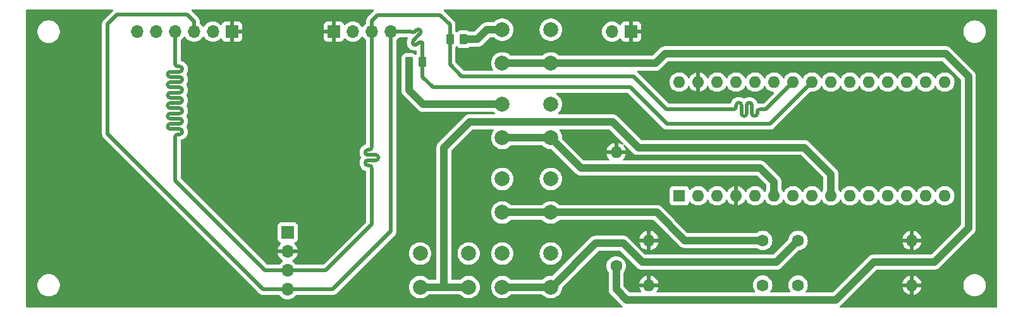
<source format=gbr>
%TF.GenerationSoftware,KiCad,Pcbnew,7.0.5*%
%TF.CreationDate,2024-01-19T10:16:40+06:00*%
%TF.ProjectId,Meteo_station,4d657465-6f5f-4737-9461-74696f6e2e6b,rev?*%
%TF.SameCoordinates,Original*%
%TF.FileFunction,Copper,L2,Bot*%
%TF.FilePolarity,Positive*%
%FSLAX46Y46*%
G04 Gerber Fmt 4.6, Leading zero omitted, Abs format (unit mm)*
G04 Created by KiCad (PCBNEW 7.0.5) date 2024-01-19 10:16:40*
%MOMM*%
%LPD*%
G01*
G04 APERTURE LIST*
G04 Aperture macros list*
%AMRoundRect*
0 Rectangle with rounded corners*
0 $1 Rounding radius*
0 $2 $3 $4 $5 $6 $7 $8 $9 X,Y pos of 4 corners*
0 Add a 4 corners polygon primitive as box body*
4,1,4,$2,$3,$4,$5,$6,$7,$8,$9,$2,$3,0*
0 Add four circle primitives for the rounded corners*
1,1,$1+$1,$2,$3*
1,1,$1+$1,$4,$5*
1,1,$1+$1,$6,$7*
1,1,$1+$1,$8,$9*
0 Add four rect primitives between the rounded corners*
20,1,$1+$1,$2,$3,$4,$5,0*
20,1,$1+$1,$4,$5,$6,$7,0*
20,1,$1+$1,$6,$7,$8,$9,0*
20,1,$1+$1,$8,$9,$2,$3,0*%
G04 Aperture macros list end*
%TA.AperFunction,ComponentPad*%
%ADD10C,1.600000*%
%TD*%
%TA.AperFunction,ComponentPad*%
%ADD11O,1.600000X1.600000*%
%TD*%
%TA.AperFunction,ComponentPad*%
%ADD12C,2.000000*%
%TD*%
%TA.AperFunction,ComponentPad*%
%ADD13R,1.700000X1.700000*%
%TD*%
%TA.AperFunction,ComponentPad*%
%ADD14O,1.700000X1.700000*%
%TD*%
%TA.AperFunction,ComponentPad*%
%ADD15R,1.600000X1.600000*%
%TD*%
%TA.AperFunction,SMDPad,CuDef*%
%ADD16RoundRect,0.250000X-0.262500X-0.450000X0.262500X-0.450000X0.262500X0.450000X-0.262500X0.450000X0*%
%TD*%
%TA.AperFunction,SMDPad,CuDef*%
%ADD17RoundRect,0.250000X0.262500X0.450000X-0.262500X0.450000X-0.262500X-0.450000X0.262500X-0.450000X0*%
%TD*%
%TA.AperFunction,Conductor*%
%ADD18C,1.000000*%
%TD*%
%TA.AperFunction,Conductor*%
%ADD19C,0.500000*%
%TD*%
G04 APERTURE END LIST*
D10*
%TO.P,R3,1*%
%TO.N,BTN_RIGHT*%
X131910000Y-51619000D03*
D11*
%TO.P,R3,2*%
%TO.N,GND*%
X116670000Y-51619000D03*
%TD*%
D12*
%TO.P,SW3,1,1*%
%TO.N,+5V*%
X97040000Y-43369000D03*
X103540000Y-43369000D03*
%TO.P,SW3,2,2*%
%TO.N,BTN_RIGHT*%
X97040000Y-47869000D03*
X103540000Y-47869000D03*
%TD*%
%TO.P,SW2,1,1*%
%TO.N,+5V*%
X97040000Y-33369000D03*
X103540000Y-33369000D03*
%TO.P,SW2,2,2*%
%TO.N,BTN_DOWN*%
X97040000Y-37869000D03*
X103540000Y-37869000D03*
%TD*%
D10*
%TO.P,R1,1*%
%TO.N,BTN_UP*%
X112290000Y-55039000D03*
D11*
%TO.P,R1,2*%
%TO.N,GND*%
X112290000Y-39799000D03*
%TD*%
D10*
%TO.P,R5,1*%
%TO.N,BTN_OK*%
X136652000Y-57619000D03*
D11*
%TO.P,R5,2*%
%TO.N,GND*%
X151892000Y-57619000D03*
%TD*%
D13*
%TO.P,J1,1,Pin_1*%
%TO.N,GND*%
X114290000Y-23619000D03*
D14*
%TO.P,J1,2,Pin_2*%
%TO.N,Net-(A1-VIN)*%
X111750000Y-23619000D03*
%TD*%
D12*
%TO.P,SW4,1,1*%
%TO.N,+5V*%
X97040000Y-53369000D03*
X103540000Y-53369000D03*
%TO.P,SW4,2,2*%
%TO.N,BTN_LEFT*%
X97040000Y-57869000D03*
X103540000Y-57869000D03*
%TD*%
D13*
%TO.P,J3,1,Pin_1*%
%TO.N,GND*%
X74490000Y-23619000D03*
D14*
%TO.P,J3,2,Pin_2*%
%TO.N,+5V*%
X77030000Y-23619000D03*
%TO.P,J3,3,Pin_3*%
%TO.N,I2C-*%
X79570000Y-23619000D03*
%TO.P,J3,4,Pin_4*%
%TO.N,I2C+*%
X82110000Y-23619000D03*
%TD*%
D12*
%TO.P,SW1,1,1*%
%TO.N,+5V*%
X97040000Y-23369000D03*
X103540000Y-23369000D03*
%TO.P,SW1,2,2*%
%TO.N,BTN_UP*%
X97040000Y-27869000D03*
X103540000Y-27869000D03*
%TD*%
D10*
%TO.P,R4,1*%
%TO.N,BTN_LEFT*%
X136652000Y-51619000D03*
D11*
%TO.P,R4,2*%
%TO.N,GND*%
X151892000Y-51619000D03*
%TD*%
D15*
%TO.P,A1,1,D1/TX*%
%TO.N,unconnected-(A1-D1{slash}TX-Pad1)*%
X120730000Y-45619000D03*
D11*
%TO.P,A1,2,D0/RX*%
%TO.N,unconnected-(A1-D0{slash}RX-Pad2)*%
X123270000Y-45619000D03*
%TO.P,A1,3,~{RESET}*%
%TO.N,unconnected-(A1-~{RESET}-Pad3)*%
X125810000Y-45619000D03*
%TO.P,A1,4,GND*%
%TO.N,GND*%
X128350000Y-45619000D03*
%TO.P,A1,5,D2*%
%TO.N,BTN_UP*%
X130890000Y-45619000D03*
%TO.P,A1,6,D3*%
%TO.N,BTN_DOWN*%
X133430000Y-45619000D03*
%TO.P,A1,7,D4*%
%TO.N,BTN_RIGHT*%
X135970000Y-45619000D03*
%TO.P,A1,8,D5*%
%TO.N,BTN_LEFT*%
X138510000Y-45619000D03*
%TO.P,A1,9,D6*%
%TO.N,BTN_OK*%
X141050000Y-45619000D03*
%TO.P,A1,10,D7*%
%TO.N,unconnected-(A1-D7-Pad10)*%
X143590000Y-45619000D03*
%TO.P,A1,11,D8*%
%TO.N,unconnected-(A1-D8-Pad11)*%
X146130000Y-45619000D03*
%TO.P,A1,12,D9*%
%TO.N,unconnected-(A1-D9-Pad12)*%
X148670000Y-45619000D03*
%TO.P,A1,13,D10*%
%TO.N,unconnected-(A1-D10-Pad13)*%
X151210000Y-45619000D03*
%TO.P,A1,14,D11*%
%TO.N,unconnected-(A1-D11-Pad14)*%
X153750000Y-45619000D03*
%TO.P,A1,15,D12*%
%TO.N,unconnected-(A1-D12-Pad15)*%
X156290000Y-45619000D03*
%TO.P,A1,16,D13*%
%TO.N,unconnected-(A1-D13-Pad16)*%
X156290000Y-30379000D03*
%TO.P,A1,17,3V3*%
%TO.N,+3.3V*%
X153750000Y-30379000D03*
%TO.P,A1,18,AREF*%
%TO.N,unconnected-(A1-AREF-Pad18)*%
X151210000Y-30379000D03*
%TO.P,A1,19,A0*%
%TO.N,unconnected-(A1-A0-Pad19)*%
X148670000Y-30379000D03*
%TO.P,A1,20,A1*%
%TO.N,unconnected-(A1-A1-Pad20)*%
X146130000Y-30379000D03*
%TO.P,A1,21,A2*%
%TO.N,unconnected-(A1-A2-Pad21)*%
X143590000Y-30379000D03*
%TO.P,A1,22,A3*%
%TO.N,unconnected-(A1-A3-Pad22)*%
X141050000Y-30379000D03*
%TO.P,A1,23,A4*%
%TO.N,I2C+*%
X138510000Y-30379000D03*
%TO.P,A1,24,A5*%
%TO.N,I2C-*%
X135970000Y-30379000D03*
%TO.P,A1,25,A6*%
%TO.N,unconnected-(A1-A6-Pad25)*%
X133430000Y-30379000D03*
%TO.P,A1,26,A7*%
%TO.N,unconnected-(A1-A7-Pad26)*%
X130890000Y-30379000D03*
%TO.P,A1,27,+5V*%
%TO.N,+5V*%
X128350000Y-30379000D03*
%TO.P,A1,28,~{RESET}*%
%TO.N,unconnected-(A1-~{RESET}-Pad28)*%
X125810000Y-30379000D03*
%TO.P,A1,29,GND*%
%TO.N,GND*%
X123270000Y-30379000D03*
%TO.P,A1,30,VIN*%
%TO.N,Net-(A1-VIN)*%
X120730000Y-30379000D03*
%TD*%
D13*
%TO.P,J2,1,Pin_1*%
%TO.N,+3.3V*%
X68290000Y-50539000D03*
D14*
%TO.P,J2,2,Pin_2*%
%TO.N,GND*%
X68290000Y-53079000D03*
%TO.P,J2,3,Pin_3*%
%TO.N,I2C-*%
X68290000Y-55619000D03*
%TO.P,J2,4,Pin_4*%
%TO.N,I2C+*%
X68290000Y-58159000D03*
%TD*%
D10*
%TO.P,R2,1*%
%TO.N,BTN_DOWN*%
X131910000Y-57619000D03*
D11*
%TO.P,R2,2*%
%TO.N,GND*%
X116670000Y-57619000D03*
%TD*%
D13*
%TO.P,J4,1,Pin_1*%
%TO.N,GND*%
X60830000Y-23619000D03*
D14*
%TO.P,J4,2,Pin_2*%
%TO.N,+5V*%
X58290000Y-23619000D03*
%TO.P,J4,3,Pin_3*%
%TO.N,I2C+*%
X55750000Y-23619000D03*
%TO.P,J4,4,Pin_4*%
%TO.N,I2C-*%
X53210000Y-23619000D03*
%TO.P,J4,5,Pin_5*%
%TO.N,unconnected-(J4-Pin_5-Pad5)*%
X50670000Y-23619000D03*
%TO.P,J4,6,Pin_6*%
%TO.N,unconnected-(J4-Pin_6-Pad6)*%
X48130000Y-23619000D03*
%TD*%
D12*
%TO.P,SW5,1,1*%
%TO.N,+5V*%
X86040000Y-53369000D03*
X92540000Y-53369000D03*
%TO.P,SW5,2,2*%
%TO.N,BTN_OK*%
X86040000Y-57869000D03*
X92540000Y-57869000D03*
%TD*%
D16*
%TO.P,R7,1*%
%TO.N,+5V*%
X84535000Y-27686000D03*
%TO.P,R7,2*%
%TO.N,I2C+*%
X86360000Y-27686000D03*
%TD*%
D17*
%TO.P,R6,1*%
%TO.N,+5V*%
X91844500Y-24638000D03*
%TO.P,R6,2*%
%TO.N,I2C-*%
X90019500Y-24638000D03*
%TD*%
D18*
%TO.N,+5V*%
X91844500Y-24638000D02*
X93726000Y-24638000D01*
X86455000Y-33369000D02*
X97040000Y-33369000D01*
X94995000Y-23369000D02*
X97040000Y-23369000D01*
X84535000Y-27686000D02*
X84535000Y-31449000D01*
X93726000Y-24638000D02*
X94995000Y-23369000D01*
X84535000Y-31449000D02*
X86455000Y-33369000D01*
%TO.N,BTN_UP*%
X112290000Y-55039000D02*
X112290000Y-58188000D01*
X117546000Y-27869000D02*
X103540000Y-27869000D01*
X141666000Y-59611000D02*
X146746000Y-54531000D01*
X113713000Y-59611000D02*
X141666000Y-59611000D01*
X159446000Y-49959000D02*
X159446000Y-29639000D01*
X118824000Y-26591000D02*
X117546000Y-27869000D01*
X146746000Y-54531000D02*
X154874000Y-54531000D01*
X156398000Y-26591000D02*
X118824000Y-26591000D01*
X97040000Y-27869000D02*
X103540000Y-27869000D01*
X154874000Y-54531000D02*
X159446000Y-49959000D01*
X112290000Y-58188000D02*
X113713000Y-59611000D01*
X159446000Y-29639000D02*
X156398000Y-26591000D01*
%TO.N,BTN_DOWN*%
X107581000Y-41910000D02*
X131572000Y-41910000D01*
X131572000Y-41910000D02*
X133430000Y-43768000D01*
X133430000Y-43768000D02*
X133430000Y-45619000D01*
X103540000Y-37869000D02*
X107581000Y-41910000D01*
X97040000Y-37869000D02*
X103540000Y-37869000D01*
%TO.N,BTN_RIGHT*%
X135970000Y-45640000D02*
X135970000Y-45619000D01*
X117719000Y-47869000D02*
X121469000Y-51619000D01*
X103540000Y-47869000D02*
X97040000Y-47869000D01*
X121469000Y-51619000D02*
X131910000Y-51619000D01*
X103540000Y-47869000D02*
X117719000Y-47869000D01*
%TO.N,BTN_LEFT*%
X103675000Y-57869000D02*
X103540000Y-57869000D01*
X133740000Y-54531000D02*
X136652000Y-51619000D01*
X115758000Y-54531000D02*
X133740000Y-54531000D01*
X97040000Y-57869000D02*
X103540000Y-57869000D01*
X115758000Y-54531000D02*
X113218000Y-51991000D01*
X109553000Y-51991000D02*
X103675000Y-57869000D01*
X113218000Y-51991000D02*
X109553000Y-51991000D01*
%TO.N,BTN_OK*%
X89215000Y-57869000D02*
X92540000Y-57869000D01*
X86040000Y-57869000D02*
X89215000Y-57869000D01*
X137475000Y-39164000D02*
X141050000Y-42739000D01*
X92675842Y-35703158D02*
X111789158Y-35703158D01*
X111789158Y-35703158D02*
X115250000Y-39164000D01*
X89215000Y-39164000D02*
X92675842Y-35703158D01*
X89215000Y-57869000D02*
X89215000Y-39164000D01*
X115250000Y-39164000D02*
X137475000Y-39164000D01*
X141050000Y-42739000D02*
X141050000Y-45619000D01*
D19*
%TO.N,I2C+*%
X86317921Y-25103922D02*
X86317920Y-25103921D01*
X132900000Y-35989000D02*
X119060000Y-35989000D01*
X65017000Y-58159000D02*
X44196000Y-37338000D01*
X86317920Y-25103921D02*
X86360000Y-25146000D01*
X114166795Y-31095795D02*
X87737795Y-31095795D01*
X74347500Y-58159000D02*
X82110000Y-50396500D01*
X68290000Y-58159000D02*
X74347500Y-58159000D01*
X68290000Y-58159000D02*
X65017000Y-58159000D01*
X55750000Y-22222000D02*
X55750000Y-23619000D01*
X86360000Y-29718000D02*
X86360000Y-27686000D01*
X86035082Y-23406869D02*
X86035081Y-23406868D01*
X86360000Y-25146000D02*
X86360000Y-27686000D01*
X87737795Y-31095795D02*
X86360000Y-29718000D01*
X86035080Y-23901843D02*
X86035081Y-23901842D01*
X85610815Y-25316053D02*
X85610814Y-25316054D01*
X85327974Y-23619000D02*
X85540107Y-23406868D01*
X82110000Y-50396500D02*
X82110000Y-23619000D01*
X45466000Y-21336000D02*
X54864000Y-21336000D01*
X44196000Y-22606000D02*
X45466000Y-21336000D01*
X44196000Y-37338000D02*
X44196000Y-22606000D01*
X85610814Y-25316054D02*
X85822946Y-25103921D01*
X54864000Y-21336000D02*
X55750000Y-22222000D01*
X119060000Y-35989000D02*
X114166795Y-31095795D01*
X138510000Y-30379000D02*
X132900000Y-35989000D01*
X85327975Y-23618999D02*
X85327974Y-23619000D01*
X85115840Y-25316053D02*
X85115840Y-25316054D01*
X82110000Y-23619000D02*
X84833000Y-23619000D01*
X82113000Y-23622000D02*
X82110000Y-23619000D01*
X86035081Y-23901842D02*
X85115840Y-24821079D01*
X85115874Y-24821113D02*
G75*
G03*
X85115840Y-25316053I247426J-247487D01*
G01*
X86317888Y-25103955D02*
G75*
G03*
X85822946Y-25103921I-247488J-247445D01*
G01*
X86035125Y-23901888D02*
G75*
G03*
X86035081Y-23406868I-247525J247488D01*
G01*
X85115813Y-25316081D02*
G75*
G03*
X85610815Y-25316053I247487J247481D01*
G01*
X86035088Y-23406863D02*
G75*
G03*
X85540107Y-23406868I-247488J-247537D01*
G01*
X84833013Y-23618987D02*
G75*
G03*
X85327975Y-23618999I247487J247487D01*
G01*
%TO.N,I2C-*%
X53210000Y-32490000D02*
X53840223Y-32490000D01*
X129766000Y-34036000D02*
X129766000Y-33479445D01*
X53210000Y-30390000D02*
X52579777Y-30390000D01*
X130466000Y-34036000D02*
X130466000Y-34592555D01*
X114615000Y-29639000D02*
X119012000Y-34036000D01*
X52579777Y-33890000D02*
X53210000Y-33890000D01*
X79570000Y-40160000D02*
X79028033Y-40160000D01*
X52579762Y-36690000D02*
X53210000Y-36690000D01*
X53210000Y-33190000D02*
X52579777Y-33190000D01*
X52579777Y-29690000D02*
X53210000Y-29690000D01*
X53210000Y-43558000D02*
X65271000Y-55619000D01*
X53840223Y-31790000D02*
X53210000Y-31790000D01*
X53210000Y-31790000D02*
X52579777Y-31790000D01*
X53840223Y-28990000D02*
X53560000Y-28990000D01*
X68290000Y-55619000D02*
X73395000Y-55619000D01*
X79028033Y-40860000D02*
X79220000Y-40860000D01*
X52579777Y-31090000D02*
X53210000Y-31090000D01*
X119012000Y-34036000D02*
X128016000Y-34036000D01*
X129066000Y-33686000D02*
X129066000Y-34592555D01*
X53560000Y-28290000D02*
X53840223Y-28290000D01*
X88694000Y-21384000D02*
X80325000Y-21384000D01*
X53560000Y-28990000D02*
X52579777Y-28990000D01*
X53840223Y-30390000D02*
X53210000Y-30390000D01*
X79220000Y-40860000D02*
X80111967Y-40860000D01*
X52579777Y-32490000D02*
X53210000Y-32490000D01*
X53210000Y-34590000D02*
X52579762Y-34590000D01*
X90019500Y-24638000D02*
X90019500Y-22709500D01*
X80111967Y-40160000D02*
X79570000Y-40160000D01*
X130466000Y-33479445D02*
X130466000Y-34036000D01*
X90019500Y-28043500D02*
X91615000Y-29639000D01*
X131166000Y-34592555D02*
X131166000Y-34386000D01*
X80325000Y-21384000D02*
X79570000Y-22139000D01*
X73395000Y-55619000D02*
X79570000Y-49444000D01*
X129766000Y-34592555D02*
X129766000Y-34036000D01*
X129066000Y-33479445D02*
X129066000Y-33686000D01*
X53210000Y-41216933D02*
X53210000Y-43558000D01*
X53840223Y-35990000D02*
X53210000Y-35990000D01*
X79570000Y-39110000D02*
X79570000Y-34038880D01*
X53210000Y-36690000D02*
X53840238Y-36690000D01*
X79570000Y-22139000D02*
X79570000Y-23619000D01*
X53210000Y-29690000D02*
X53840223Y-29690000D01*
X53210000Y-33890000D02*
X53840238Y-33890000D01*
X53840223Y-33190000D02*
X53210000Y-33190000D01*
X53840238Y-37390000D02*
X53560000Y-37390000D01*
X90019500Y-22709500D02*
X88694000Y-21384000D01*
X65271000Y-55619000D02*
X68290000Y-55619000D01*
X79570000Y-49444000D02*
X79570000Y-41910000D01*
X52579762Y-35290000D02*
X53210000Y-35290000D01*
X128366000Y-33686000D02*
X128366000Y-33479445D01*
X131516000Y-34036000D02*
X132313000Y-34036000D01*
X53210000Y-35290000D02*
X53840223Y-35290000D01*
X53210000Y-31090000D02*
X53840223Y-31090000D01*
X79028033Y-39460000D02*
X79220000Y-39460000D01*
X90019500Y-24638000D02*
X90019500Y-28043500D01*
X53210000Y-35990000D02*
X52579762Y-35990000D01*
X53210000Y-37740000D02*
X53210000Y-41216933D01*
X91615000Y-29639000D02*
X114615000Y-29639000D01*
X79570000Y-34038880D02*
X79570000Y-23619000D01*
X53210000Y-23619000D02*
X53210000Y-27940000D01*
X132313000Y-34036000D02*
X135970000Y-30379000D01*
X79220000Y-41560000D02*
X79028033Y-41560000D01*
X53840238Y-34590000D02*
X53210000Y-34590000D01*
X79570000Y-41910000D02*
G75*
G03*
X79220000Y-41560000I-350000J0D01*
G01*
X52579762Y-35989962D02*
G75*
G03*
X52229762Y-36340000I38J-350038D01*
G01*
X54190200Y-30040000D02*
G75*
G03*
X53840223Y-29690000I-350000J0D01*
G01*
X52579762Y-34589962D02*
G75*
G03*
X52229762Y-34940000I38J-350038D01*
G01*
X130116000Y-33129400D02*
G75*
G03*
X129766000Y-33479445I0J-350000D01*
G01*
X54190200Y-32840000D02*
G75*
G03*
X53840223Y-32490000I-350000J0D01*
G01*
X52229800Y-32140000D02*
G75*
G03*
X52579777Y-32490000I350000J0D01*
G01*
X78678000Y-41210000D02*
G75*
G03*
X79028033Y-41560000I350000J0D01*
G01*
X54190200Y-31440000D02*
G75*
G03*
X53840223Y-31090000I-350000J0D01*
G01*
X54190200Y-28640000D02*
G75*
G03*
X53840223Y-28290000I-350000J0D01*
G01*
X53840223Y-35990023D02*
G75*
G03*
X54190223Y-35640000I-23J350023D01*
G01*
X129065955Y-33479445D02*
G75*
G03*
X128716000Y-33129445I-349955J45D01*
G01*
X79028033Y-40860033D02*
G75*
G03*
X78678033Y-41210000I-33J-349967D01*
G01*
X53840238Y-37390038D02*
G75*
G03*
X54190238Y-37040000I-38J350038D01*
G01*
X52579777Y-30389977D02*
G75*
G03*
X52229777Y-30740000I23J-350023D01*
G01*
X79028033Y-39460033D02*
G75*
G03*
X78678033Y-39810000I-33J-349967D01*
G01*
X129066045Y-34592555D02*
G75*
G03*
X129416000Y-34942555I349955J-45D01*
G01*
X79220000Y-39460000D02*
G75*
G03*
X79570000Y-39110000I0J350000D01*
G01*
X54190200Y-37040000D02*
G75*
G03*
X53840238Y-36690000I-350000J0D01*
G01*
X52579777Y-33189977D02*
G75*
G03*
X52229777Y-33540000I23J-350023D01*
G01*
X53840223Y-31790023D02*
G75*
G03*
X54190223Y-31440000I-23J350023D01*
G01*
X130465955Y-33479445D02*
G75*
G03*
X130116000Y-33129445I-349955J45D01*
G01*
X128016000Y-34036000D02*
G75*
G03*
X128366000Y-33686000I0J350000D01*
G01*
X130466045Y-34592555D02*
G75*
G03*
X130816000Y-34942555I349955J-45D01*
G01*
X53840223Y-33190023D02*
G75*
G03*
X54190223Y-32840000I-23J350023D01*
G01*
X53840238Y-34590038D02*
G75*
G03*
X54190238Y-34240000I-38J350038D01*
G01*
X53210000Y-27940000D02*
G75*
G03*
X53560000Y-28290000I350000J0D01*
G01*
X80462000Y-40510000D02*
G75*
G03*
X80111967Y-40160000I-350000J0D01*
G01*
X53840223Y-28990023D02*
G75*
G03*
X54190223Y-28640000I-23J350023D01*
G01*
X54190200Y-35640000D02*
G75*
G03*
X53840223Y-35290000I-350000J0D01*
G01*
X80111967Y-40859967D02*
G75*
G03*
X80461967Y-40510000I33J349967D01*
G01*
X52229800Y-30740000D02*
G75*
G03*
X52579777Y-31090000I350000J0D01*
G01*
X52229800Y-29340000D02*
G75*
G03*
X52579777Y-29690000I350000J0D01*
G01*
X52229800Y-34940000D02*
G75*
G03*
X52579762Y-35290000I350000J0D01*
G01*
X130816000Y-34942600D02*
G75*
G03*
X131166000Y-34592555I0J350000D01*
G01*
X131516000Y-34036000D02*
G75*
G03*
X131166000Y-34386000I0J-350000D01*
G01*
X52229800Y-33540000D02*
G75*
G03*
X52579777Y-33890000I350000J0D01*
G01*
X54190200Y-34240000D02*
G75*
G03*
X53840238Y-33890000I-350000J0D01*
G01*
X52579777Y-31789977D02*
G75*
G03*
X52229777Y-32140000I23J-350023D01*
G01*
X129416000Y-34942600D02*
G75*
G03*
X129766000Y-34592555I0J350000D01*
G01*
X128716000Y-33129400D02*
G75*
G03*
X128366000Y-33479445I0J-350000D01*
G01*
X78678000Y-39810000D02*
G75*
G03*
X79028033Y-40160000I350000J0D01*
G01*
X53840223Y-30390023D02*
G75*
G03*
X54190223Y-30040000I-23J350023D01*
G01*
X53560000Y-37390000D02*
G75*
G03*
X53210000Y-37740000I0J-350000D01*
G01*
X52579777Y-28989977D02*
G75*
G03*
X52229777Y-29340000I23J-350023D01*
G01*
X52229800Y-36340000D02*
G75*
G03*
X52579762Y-36690000I350000J0D01*
G01*
%TD*%
%TA.AperFunction,Conductor*%
%TO.N,GND*%
G36*
X44888808Y-20639185D02*
G01*
X44934563Y-20691989D01*
X44944507Y-20761147D01*
X44915482Y-20824703D01*
X44909450Y-20831181D01*
X43710358Y-22030272D01*
X43696729Y-22042051D01*
X43677468Y-22056390D01*
X43643898Y-22096397D01*
X43640253Y-22100376D01*
X43634407Y-22106223D01*
X43614618Y-22131251D01*
X43613481Y-22132647D01*
X43564694Y-22190790D01*
X43560729Y-22196819D01*
X43560682Y-22196788D01*
X43556630Y-22203147D01*
X43556679Y-22203177D01*
X43552889Y-22209321D01*
X43520812Y-22278110D01*
X43520027Y-22279731D01*
X43485957Y-22347572D01*
X43483488Y-22354357D01*
X43483432Y-22354336D01*
X43480960Y-22361450D01*
X43481015Y-22361469D01*
X43478743Y-22368325D01*
X43463391Y-22442670D01*
X43463001Y-22444428D01*
X43445499Y-22518279D01*
X43444661Y-22525454D01*
X43444601Y-22525447D01*
X43443835Y-22532945D01*
X43443895Y-22532951D01*
X43443265Y-22540140D01*
X43445474Y-22616021D01*
X43445500Y-22617825D01*
X43445500Y-37274294D01*
X43444191Y-37292263D01*
X43440710Y-37316025D01*
X43445264Y-37368064D01*
X43445500Y-37373470D01*
X43445500Y-37381712D01*
X43449202Y-37413391D01*
X43449383Y-37415159D01*
X43452065Y-37445811D01*
X43456000Y-37490792D01*
X43457461Y-37497867D01*
X43457403Y-37497878D01*
X43459034Y-37505237D01*
X43459092Y-37505224D01*
X43460757Y-37512249D01*
X43486708Y-37583551D01*
X43487299Y-37585253D01*
X43511182Y-37657326D01*
X43514236Y-37663874D01*
X43514182Y-37663898D01*
X43517470Y-37670688D01*
X43517521Y-37670663D01*
X43520761Y-37677113D01*
X43520762Y-37677114D01*
X43520763Y-37677117D01*
X43562494Y-37740567D01*
X43563443Y-37742058D01*
X43603289Y-37806657D01*
X43607766Y-37812319D01*
X43607719Y-37812356D01*
X43612482Y-37818202D01*
X43612528Y-37818164D01*
X43617173Y-37823699D01*
X43672363Y-37875768D01*
X43673657Y-37877025D01*
X64441267Y-58644634D01*
X64453048Y-58658266D01*
X64467390Y-58677530D01*
X64507420Y-58711119D01*
X64511392Y-58714759D01*
X64514312Y-58717679D01*
X64517221Y-58720589D01*
X64542250Y-58740379D01*
X64543646Y-58741517D01*
X64601786Y-58790302D01*
X64601787Y-58790302D01*
X64601789Y-58790304D01*
X64607818Y-58794270D01*
X64607785Y-58794319D01*
X64614143Y-58798369D01*
X64614175Y-58798319D01*
X64620317Y-58802107D01*
X64620319Y-58802108D01*
X64620323Y-58802111D01*
X64689132Y-58834197D01*
X64690754Y-58834983D01*
X64708338Y-58843814D01*
X64758567Y-58869040D01*
X64758569Y-58869040D01*
X64765361Y-58871513D01*
X64765340Y-58871570D01*
X64772455Y-58874043D01*
X64772475Y-58873986D01*
X64779324Y-58876256D01*
X64779327Y-58876256D01*
X64779328Y-58876257D01*
X64853705Y-58891613D01*
X64855414Y-58891993D01*
X64870308Y-58895523D01*
X64929273Y-58909499D01*
X64929276Y-58909499D01*
X64929279Y-58909500D01*
X64929282Y-58909500D01*
X64936452Y-58910338D01*
X64936444Y-58910397D01*
X64943945Y-58911164D01*
X64943951Y-58911105D01*
X64951140Y-58911734D01*
X64951144Y-58911733D01*
X64951145Y-58911734D01*
X64979230Y-58910916D01*
X65027033Y-58909526D01*
X65028836Y-58909500D01*
X67102299Y-58909500D01*
X67169338Y-58929185D01*
X67203873Y-58962376D01*
X67251504Y-59030401D01*
X67251505Y-59030401D01*
X67418599Y-59197495D01*
X67490482Y-59247828D01*
X67612165Y-59333032D01*
X67612167Y-59333033D01*
X67612170Y-59333035D01*
X67826337Y-59432903D01*
X68054592Y-59494063D01*
X68242918Y-59510539D01*
X68289999Y-59514659D01*
X68290000Y-59514659D01*
X68290001Y-59514659D01*
X68329234Y-59511226D01*
X68525408Y-59494063D01*
X68753663Y-59432903D01*
X68967830Y-59333035D01*
X69161401Y-59197495D01*
X69328495Y-59030401D01*
X69376126Y-58962376D01*
X69430704Y-58918751D01*
X69477701Y-58909500D01*
X74283795Y-58909500D01*
X74301765Y-58910809D01*
X74325523Y-58914289D01*
X74377568Y-58909735D01*
X74382970Y-58909500D01*
X74391204Y-58909500D01*
X74391209Y-58909500D01*
X74422958Y-58905788D01*
X74424575Y-58905622D01*
X74500297Y-58898999D01*
X74500305Y-58898996D01*
X74507366Y-58897539D01*
X74507378Y-58897598D01*
X74514743Y-58895965D01*
X74514729Y-58895906D01*
X74521751Y-58894241D01*
X74521755Y-58894241D01*
X74593087Y-58868277D01*
X74594786Y-58867688D01*
X74597206Y-58866886D01*
X74666834Y-58843814D01*
X74666842Y-58843808D01*
X74673382Y-58840760D01*
X74673408Y-58840816D01*
X74680190Y-58837532D01*
X74680163Y-58837478D01*
X74686609Y-58834239D01*
X74686617Y-58834237D01*
X74750112Y-58792475D01*
X74751477Y-58791605D01*
X74816156Y-58751712D01*
X74816161Y-58751706D01*
X74821825Y-58747229D01*
X74821863Y-58747277D01*
X74827700Y-58742522D01*
X74827661Y-58742475D01*
X74833191Y-58737833D01*
X74833196Y-58737830D01*
X74885299Y-58682602D01*
X74886492Y-58681374D01*
X80198861Y-53369005D01*
X84534357Y-53369005D01*
X84554890Y-53616812D01*
X84554892Y-53616824D01*
X84615936Y-53857881D01*
X84715826Y-54085606D01*
X84851833Y-54293782D01*
X84881670Y-54326193D01*
X85020256Y-54476738D01*
X85216491Y-54629474D01*
X85435190Y-54747828D01*
X85670386Y-54828571D01*
X85915665Y-54869500D01*
X86164335Y-54869500D01*
X86409614Y-54828571D01*
X86644810Y-54747828D01*
X86863509Y-54629474D01*
X87059744Y-54476738D01*
X87228164Y-54293785D01*
X87364173Y-54085607D01*
X87464063Y-53857881D01*
X87525108Y-53616821D01*
X87527457Y-53588474D01*
X87545643Y-53369005D01*
X87545643Y-53368994D01*
X87525109Y-53121187D01*
X87525107Y-53121175D01*
X87464063Y-52880118D01*
X87364173Y-52652393D01*
X87228166Y-52444217D01*
X87170939Y-52382052D01*
X87059744Y-52261262D01*
X86863509Y-52108526D01*
X86863507Y-52108525D01*
X86863506Y-52108524D01*
X86644811Y-51990172D01*
X86644802Y-51990169D01*
X86409616Y-51909429D01*
X86164335Y-51868500D01*
X85915665Y-51868500D01*
X85670383Y-51909429D01*
X85435197Y-51990169D01*
X85435188Y-51990172D01*
X85216493Y-52108524D01*
X85020257Y-52261261D01*
X84851833Y-52444217D01*
X84715826Y-52652393D01*
X84615936Y-52880118D01*
X84554892Y-53121175D01*
X84554890Y-53121187D01*
X84534357Y-53368994D01*
X84534357Y-53369005D01*
X80198861Y-53369005D01*
X82595642Y-50972224D01*
X82609271Y-50960447D01*
X82628530Y-50946110D01*
X82662101Y-50906101D01*
X82665761Y-50902106D01*
X82671588Y-50896280D01*
X82671588Y-50896279D01*
X82671591Y-50896277D01*
X82691380Y-50871247D01*
X82692509Y-50869862D01*
X82694879Y-50867036D01*
X82741302Y-50811714D01*
X82741305Y-50811707D01*
X82745274Y-50805675D01*
X82745325Y-50805708D01*
X82749372Y-50799356D01*
X82749320Y-50799324D01*
X82753111Y-50793177D01*
X82759320Y-50779861D01*
X82785226Y-50724304D01*
X82785952Y-50722805D01*
X82820040Y-50654933D01*
X82820043Y-50654917D01*
X82822509Y-50648146D01*
X82822567Y-50648167D01*
X82825043Y-50641046D01*
X82824986Y-50641028D01*
X82827256Y-50634177D01*
X82830399Y-50618954D01*
X82842626Y-50559734D01*
X82842976Y-50558155D01*
X82860500Y-50484221D01*
X82860500Y-50484212D01*
X82861338Y-50477048D01*
X82861398Y-50477055D01*
X82862164Y-50469555D01*
X82862105Y-50469550D01*
X82862734Y-50462359D01*
X82860526Y-50386457D01*
X82860500Y-50384654D01*
X82860500Y-24806700D01*
X82880185Y-24739661D01*
X82913375Y-24705126D01*
X82981401Y-24657495D01*
X83148495Y-24490401D01*
X83196126Y-24422376D01*
X83250704Y-24378751D01*
X83297701Y-24369500D01*
X84280443Y-24369500D01*
X84347482Y-24389185D01*
X84393237Y-24441989D01*
X84403181Y-24511147D01*
X84392820Y-24545916D01*
X84325295Y-24690684D01*
X84275438Y-24876686D01*
X84275437Y-24876694D01*
X84258640Y-25068516D01*
X84258640Y-25068518D01*
X84258640Y-25068521D01*
X84258640Y-25068524D01*
X84270982Y-25209698D01*
X84275412Y-25260368D01*
X84325240Y-25446364D01*
X84325243Y-25446374D01*
X84406618Y-25620897D01*
X84406618Y-25620898D01*
X84517066Y-25778644D01*
X84517073Y-25778653D01*
X84521983Y-25783563D01*
X84532321Y-25796253D01*
X84532366Y-25796216D01*
X84537008Y-25801748D01*
X84537009Y-25801749D01*
X84537010Y-25801750D01*
X84591280Y-25852951D01*
X84592541Y-25854176D01*
X84653207Y-25914843D01*
X84653213Y-25914848D01*
X84810957Y-26025301D01*
X84810964Y-26025305D01*
X84985493Y-26106685D01*
X84985494Y-26106685D01*
X84985498Y-26106687D01*
X85171516Y-26156524D01*
X85363362Y-26173299D01*
X85363365Y-26173298D01*
X85363369Y-26173299D01*
X85363370Y-26173299D01*
X85450356Y-26165682D01*
X85474684Y-26163552D01*
X85543185Y-26177313D01*
X85593371Y-26225925D01*
X85609500Y-26287079D01*
X85609500Y-26611269D01*
X85589815Y-26678308D01*
X85573181Y-26698950D01*
X85535181Y-26736950D01*
X85473858Y-26770435D01*
X85404166Y-26765451D01*
X85359819Y-26736951D01*
X85321818Y-26698950D01*
X85266156Y-26643288D01*
X85116834Y-26551186D01*
X84950297Y-26496001D01*
X84950295Y-26496000D01*
X84847510Y-26485500D01*
X84222498Y-26485500D01*
X84222480Y-26485501D01*
X84119703Y-26496000D01*
X84119700Y-26496001D01*
X83953168Y-26551185D01*
X83953163Y-26551187D01*
X83803842Y-26643289D01*
X83679789Y-26767342D01*
X83587687Y-26916663D01*
X83587685Y-26916666D01*
X83587686Y-26916666D01*
X83532501Y-27083203D01*
X83532501Y-27083204D01*
X83532500Y-27083204D01*
X83522000Y-27185983D01*
X83522000Y-28186001D01*
X83522001Y-28186019D01*
X83533189Y-28295533D01*
X83532839Y-28295568D01*
X83534500Y-28311259D01*
X83534499Y-31435506D01*
X83534479Y-31437075D01*
X83532243Y-31525361D01*
X83532243Y-31525370D01*
X83543064Y-31585739D01*
X83543718Y-31590404D01*
X83549925Y-31651430D01*
X83549927Y-31651444D01*
X83560208Y-31684213D01*
X83562079Y-31691837D01*
X83568142Y-31725652D01*
X83568142Y-31725655D01*
X83590894Y-31782612D01*
X83592474Y-31787051D01*
X83610841Y-31845588D01*
X83610844Y-31845595D01*
X83627509Y-31875619D01*
X83630879Y-31882714D01*
X83640526Y-31906865D01*
X83643622Y-31914614D01*
X83643627Y-31914624D01*
X83677377Y-31965833D01*
X83679818Y-31969863D01*
X83709588Y-32023498D01*
X83709589Y-32023499D01*
X83709591Y-32023502D01*
X83731968Y-32049567D01*
X83736693Y-32055835D01*
X83748416Y-32073622D01*
X83755598Y-32084519D01*
X83798978Y-32127899D01*
X83802169Y-32131343D01*
X83842131Y-32177892D01*
X83842130Y-32177892D01*
X83869299Y-32198923D01*
X83875186Y-32204107D01*
X84864676Y-33193596D01*
X85737987Y-34066907D01*
X85739052Y-34067998D01*
X85755790Y-34085606D01*
X85799940Y-34132052D01*
X85799947Y-34132058D01*
X85834053Y-34155795D01*
X85850303Y-34167106D01*
X85854044Y-34169926D01*
X85901593Y-34208698D01*
X85932045Y-34224604D01*
X85938758Y-34228672D01*
X85966951Y-34248295D01*
X86023329Y-34272489D01*
X86027578Y-34274507D01*
X86081951Y-34302909D01*
X86109489Y-34310788D01*
X86114974Y-34312358D01*
X86122368Y-34314990D01*
X86153942Y-34328540D01*
X86153945Y-34328540D01*
X86153946Y-34328541D01*
X86214022Y-34340887D01*
X86218600Y-34342010D01*
X86232501Y-34345987D01*
X86277582Y-34358887D01*
X86311839Y-34361495D01*
X86319614Y-34362586D01*
X86353255Y-34369500D01*
X86353259Y-34369500D01*
X86414598Y-34369500D01*
X86419304Y-34369678D01*
X86454062Y-34372325D01*
X86480475Y-34374337D01*
X86480475Y-34374336D01*
X86480476Y-34374337D01*
X86514559Y-34369996D01*
X86522389Y-34369500D01*
X95867145Y-34369500D01*
X95934184Y-34389185D01*
X95958374Y-34409517D01*
X96020252Y-34476734D01*
X96020259Y-34476741D01*
X96025482Y-34480806D01*
X96066294Y-34537517D01*
X96069967Y-34607290D01*
X96035335Y-34667973D01*
X95973392Y-34700299D01*
X95949318Y-34702658D01*
X92689335Y-34702658D01*
X92687772Y-34702638D01*
X92599479Y-34700401D01*
X92599470Y-34700401D01*
X92539102Y-34711222D01*
X92534437Y-34711876D01*
X92473405Y-34718083D01*
X92473397Y-34718085D01*
X92440623Y-34728368D01*
X92432996Y-34730240D01*
X92399192Y-34736299D01*
X92342226Y-34759052D01*
X92337790Y-34760631D01*
X92279256Y-34778998D01*
X92279254Y-34778999D01*
X92249227Y-34795664D01*
X92242135Y-34799032D01*
X92210225Y-34811779D01*
X92158996Y-34845541D01*
X92154968Y-34847982D01*
X92101344Y-34877746D01*
X92101341Y-34877748D01*
X92075269Y-34900128D01*
X92069002Y-34904853D01*
X92040324Y-34923756D01*
X92040317Y-34923761D01*
X91996958Y-34967120D01*
X91993503Y-34970322D01*
X91946948Y-35010290D01*
X91946947Y-35010291D01*
X91925918Y-35037458D01*
X91920726Y-35043352D01*
X88517091Y-38446987D01*
X88515967Y-38448083D01*
X88451946Y-38508942D01*
X88416899Y-38559294D01*
X88414062Y-38563056D01*
X88375302Y-38610592D01*
X88375299Y-38610597D01*
X88359392Y-38641047D01*
X88355324Y-38647761D01*
X88335702Y-38675954D01*
X88311509Y-38732330D01*
X88309488Y-38736584D01*
X88281091Y-38790951D01*
X88281090Y-38790952D01*
X88271640Y-38823975D01*
X88269007Y-38831371D01*
X88255459Y-38862943D01*
X88243113Y-38923019D01*
X88241990Y-38927595D01*
X88225113Y-38986577D01*
X88225113Y-38986579D01*
X88222503Y-39020841D01*
X88221414Y-39028608D01*
X88220899Y-39031119D01*
X88214500Y-39062258D01*
X88214500Y-39123597D01*
X88214321Y-39128306D01*
X88209662Y-39189474D01*
X88211707Y-39205527D01*
X88214003Y-39223560D01*
X88214500Y-39231388D01*
X88214500Y-56744500D01*
X88194815Y-56811539D01*
X88142011Y-56857294D01*
X88090500Y-56868500D01*
X87212855Y-56868500D01*
X87145816Y-56848815D01*
X87121626Y-56828483D01*
X87059747Y-56761265D01*
X87059744Y-56761262D01*
X86926424Y-56657495D01*
X86863509Y-56608526D01*
X86863507Y-56608525D01*
X86863506Y-56608524D01*
X86644811Y-56490172D01*
X86644802Y-56490169D01*
X86409616Y-56409429D01*
X86164335Y-56368500D01*
X85915665Y-56368500D01*
X85670383Y-56409429D01*
X85435197Y-56490169D01*
X85435188Y-56490172D01*
X85216493Y-56608524D01*
X85020257Y-56761261D01*
X84851833Y-56944217D01*
X84715826Y-57152393D01*
X84615936Y-57380118D01*
X84554892Y-57621175D01*
X84554890Y-57621187D01*
X84534357Y-57868994D01*
X84534357Y-57869000D01*
X84554890Y-58116812D01*
X84554892Y-58116824D01*
X84615936Y-58357881D01*
X84715826Y-58585606D01*
X84851833Y-58793782D01*
X84864152Y-58807164D01*
X85020256Y-58976738D01*
X85216491Y-59129474D01*
X85435190Y-59247828D01*
X85670386Y-59328571D01*
X85915665Y-59369500D01*
X86164335Y-59369500D01*
X86409614Y-59328571D01*
X86644810Y-59247828D01*
X86863509Y-59129474D01*
X87059744Y-58976738D01*
X87095476Y-58937923D01*
X87121626Y-58909517D01*
X87181513Y-58873526D01*
X87212855Y-58869500D01*
X89113259Y-58869500D01*
X89188071Y-58869500D01*
X89191211Y-58869580D01*
X89217842Y-58870930D01*
X89265936Y-58873369D01*
X89281856Y-58870930D01*
X89300633Y-58869500D01*
X91367145Y-58869500D01*
X91434184Y-58889185D01*
X91458374Y-58909517D01*
X91520252Y-58976734D01*
X91520256Y-58976738D01*
X91716491Y-59129474D01*
X91935190Y-59247828D01*
X92170386Y-59328571D01*
X92415665Y-59369500D01*
X92664335Y-59369500D01*
X92909614Y-59328571D01*
X93144810Y-59247828D01*
X93363509Y-59129474D01*
X93559744Y-58976738D01*
X93728164Y-58793785D01*
X93864173Y-58585607D01*
X93964063Y-58357881D01*
X94025108Y-58116821D01*
X94039210Y-57946641D01*
X94045643Y-57869000D01*
X95534357Y-57869000D01*
X95554890Y-58116812D01*
X95554892Y-58116824D01*
X95615936Y-58357881D01*
X95715826Y-58585606D01*
X95851833Y-58793782D01*
X95864152Y-58807164D01*
X96020256Y-58976738D01*
X96216491Y-59129474D01*
X96435190Y-59247828D01*
X96670386Y-59328571D01*
X96915665Y-59369500D01*
X97164335Y-59369500D01*
X97409614Y-59328571D01*
X97644810Y-59247828D01*
X97863509Y-59129474D01*
X98059744Y-58976738D01*
X98095476Y-58937923D01*
X98121626Y-58909517D01*
X98181513Y-58873526D01*
X98212855Y-58869500D01*
X102367145Y-58869500D01*
X102434184Y-58889185D01*
X102458374Y-58909517D01*
X102520252Y-58976734D01*
X102520256Y-58976738D01*
X102716491Y-59129474D01*
X102935190Y-59247828D01*
X103170386Y-59328571D01*
X103415665Y-59369500D01*
X103664335Y-59369500D01*
X103909614Y-59328571D01*
X104144810Y-59247828D01*
X104363509Y-59129474D01*
X104559744Y-58976738D01*
X104728164Y-58793785D01*
X104864173Y-58585607D01*
X104964063Y-58357881D01*
X105025108Y-58116821D01*
X105037888Y-57962575D01*
X105063042Y-57897392D01*
X105073776Y-57885143D01*
X109931101Y-53027819D01*
X109992425Y-52994334D01*
X110018783Y-52991500D01*
X112752217Y-52991500D01*
X112819256Y-53011185D01*
X112839898Y-53027819D01*
X115041005Y-55228926D01*
X115042070Y-55230017D01*
X115077252Y-55267028D01*
X115102939Y-55294051D01*
X115102945Y-55294056D01*
X115153295Y-55329101D01*
X115157047Y-55331929D01*
X115204592Y-55370697D01*
X115204595Y-55370698D01*
X115204597Y-55370700D01*
X115235039Y-55386601D01*
X115241753Y-55390668D01*
X115269947Y-55410292D01*
X115269953Y-55410296D01*
X115326331Y-55434490D01*
X115330569Y-55436502D01*
X115384951Y-55464909D01*
X115417973Y-55474356D01*
X115425365Y-55476989D01*
X115456940Y-55490539D01*
X115456941Y-55490540D01*
X115470054Y-55493234D01*
X115517055Y-55502892D01*
X115521595Y-55504006D01*
X115580582Y-55520886D01*
X115614841Y-55523494D01*
X115622609Y-55524585D01*
X115656255Y-55531500D01*
X115656259Y-55531500D01*
X115717601Y-55531500D01*
X115722308Y-55531678D01*
X115749597Y-55533757D01*
X115783475Y-55536337D01*
X115783475Y-55536336D01*
X115783476Y-55536337D01*
X115817559Y-55531996D01*
X115825389Y-55531500D01*
X133726507Y-55531500D01*
X133728069Y-55531519D01*
X133765283Y-55532462D01*
X133816358Y-55533757D01*
X133816358Y-55533756D01*
X133816363Y-55533757D01*
X133876753Y-55522932D01*
X133881412Y-55522280D01*
X133923607Y-55517988D01*
X133942438Y-55516074D01*
X133975227Y-55505786D01*
X133982840Y-55503918D01*
X134016653Y-55497858D01*
X134073621Y-55475101D01*
X134078053Y-55473524D01*
X134136588Y-55455159D01*
X134166627Y-55438484D01*
X134173708Y-55435122D01*
X134205617Y-55422377D01*
X134256854Y-55388608D01*
X134260851Y-55386187D01*
X134314502Y-55356409D01*
X134340568Y-55334030D01*
X134346843Y-55329300D01*
X134347145Y-55329101D01*
X134375519Y-55310402D01*
X134418892Y-55267027D01*
X134422350Y-55263823D01*
X134461691Y-55230050D01*
X134468895Y-55223866D01*
X134489928Y-55196691D01*
X134495098Y-55190821D01*
X136740034Y-52945885D01*
X136801355Y-52912402D01*
X136816900Y-52910041D01*
X136878692Y-52904635D01*
X137098496Y-52845739D01*
X137304734Y-52749568D01*
X137491139Y-52619047D01*
X137652047Y-52458139D01*
X137782568Y-52271734D01*
X137878739Y-52065496D01*
X137937635Y-51845692D01*
X137957468Y-51619000D01*
X137937635Y-51392308D01*
X137931389Y-51368999D01*
X150613127Y-51368999D01*
X150613128Y-51369000D01*
X151576314Y-51369000D01*
X151564359Y-51380955D01*
X151506835Y-51493852D01*
X151487014Y-51619000D01*
X151506835Y-51744148D01*
X151564359Y-51857045D01*
X151576314Y-51869000D01*
X150613128Y-51869000D01*
X150665730Y-52065317D01*
X150665734Y-52065326D01*
X150761865Y-52271482D01*
X150892342Y-52457820D01*
X151053179Y-52618657D01*
X151239517Y-52749134D01*
X151445673Y-52845265D01*
X151445682Y-52845269D01*
X151641999Y-52897872D01*
X151642000Y-52897871D01*
X151642000Y-51934686D01*
X151653955Y-51946641D01*
X151766852Y-52004165D01*
X151860519Y-52019000D01*
X151923481Y-52019000D01*
X152017148Y-52004165D01*
X152130045Y-51946641D01*
X152142000Y-51934685D01*
X152142000Y-52897872D01*
X152338317Y-52845269D01*
X152338326Y-52845265D01*
X152544482Y-52749134D01*
X152730820Y-52618657D01*
X152891657Y-52457820D01*
X153022134Y-52271482D01*
X153118265Y-52065326D01*
X153118269Y-52065317D01*
X153170872Y-51869000D01*
X152207686Y-51869000D01*
X152219641Y-51857045D01*
X152277165Y-51744148D01*
X152296986Y-51619000D01*
X152277165Y-51493852D01*
X152219641Y-51380955D01*
X152207686Y-51369000D01*
X153170872Y-51369000D01*
X153170872Y-51368999D01*
X153118269Y-51172682D01*
X153118265Y-51172673D01*
X153022134Y-50966517D01*
X152891657Y-50780179D01*
X152730820Y-50619342D01*
X152544482Y-50488865D01*
X152338328Y-50392734D01*
X152142000Y-50340127D01*
X152142000Y-51303314D01*
X152130045Y-51291359D01*
X152017148Y-51233835D01*
X151923481Y-51219000D01*
X151860519Y-51219000D01*
X151766852Y-51233835D01*
X151653955Y-51291359D01*
X151642000Y-51303313D01*
X151642000Y-50340127D01*
X151445671Y-50392734D01*
X151239517Y-50488865D01*
X151053179Y-50619342D01*
X150892342Y-50780179D01*
X150761865Y-50966517D01*
X150665734Y-51172673D01*
X150665730Y-51172682D01*
X150613127Y-51368999D01*
X137931389Y-51368999D01*
X137878739Y-51172504D01*
X137782568Y-50966266D01*
X137652047Y-50779861D01*
X137652045Y-50779858D01*
X137491141Y-50618954D01*
X137304734Y-50488432D01*
X137304732Y-50488431D01*
X137098497Y-50392261D01*
X137098488Y-50392258D01*
X136878697Y-50333366D01*
X136878693Y-50333365D01*
X136878692Y-50333365D01*
X136878691Y-50333364D01*
X136878686Y-50333364D01*
X136652002Y-50313532D01*
X136651998Y-50313532D01*
X136425313Y-50333364D01*
X136425302Y-50333366D01*
X136205511Y-50392258D01*
X136205502Y-50392261D01*
X135999267Y-50488431D01*
X135999265Y-50488432D01*
X135812858Y-50618954D01*
X135651954Y-50779858D01*
X135521432Y-50966265D01*
X135521431Y-50966267D01*
X135425261Y-51172502D01*
X135425258Y-51172511D01*
X135366365Y-51392307D01*
X135360958Y-51454095D01*
X135335504Y-51519163D01*
X135325111Y-51530966D01*
X133361899Y-53494181D01*
X133300576Y-53527666D01*
X133274218Y-53530500D01*
X116223783Y-53530500D01*
X116156744Y-53510815D01*
X116136102Y-53494181D01*
X115043341Y-52401420D01*
X114010920Y-51368999D01*
X115391127Y-51368999D01*
X115391128Y-51369000D01*
X116354314Y-51369000D01*
X116342359Y-51380955D01*
X116284835Y-51493852D01*
X116265014Y-51619000D01*
X116284835Y-51744148D01*
X116342359Y-51857045D01*
X116354314Y-51869000D01*
X115391128Y-51869000D01*
X115443730Y-52065317D01*
X115443734Y-52065326D01*
X115539865Y-52271482D01*
X115670342Y-52457820D01*
X115831179Y-52618657D01*
X116017517Y-52749134D01*
X116223673Y-52845265D01*
X116223682Y-52845269D01*
X116419999Y-52897872D01*
X116420000Y-52897871D01*
X116420000Y-51934685D01*
X116431955Y-51946641D01*
X116544852Y-52004165D01*
X116638519Y-52019000D01*
X116701481Y-52019000D01*
X116795148Y-52004165D01*
X116908045Y-51946641D01*
X116920000Y-51934686D01*
X116920000Y-52897872D01*
X117116317Y-52845269D01*
X117116326Y-52845265D01*
X117322482Y-52749134D01*
X117508820Y-52618657D01*
X117669657Y-52457820D01*
X117800134Y-52271482D01*
X117896265Y-52065326D01*
X117896269Y-52065317D01*
X117948872Y-51869000D01*
X116985686Y-51869000D01*
X116997641Y-51857045D01*
X117055165Y-51744148D01*
X117074986Y-51619000D01*
X117055165Y-51493852D01*
X116997641Y-51380955D01*
X116985686Y-51369000D01*
X117948872Y-51369000D01*
X117948872Y-51368999D01*
X117896269Y-51172682D01*
X117896265Y-51172673D01*
X117800134Y-50966517D01*
X117669657Y-50780179D01*
X117508820Y-50619342D01*
X117322482Y-50488865D01*
X117116328Y-50392734D01*
X116920000Y-50340127D01*
X116920000Y-51303314D01*
X116908045Y-51291359D01*
X116795148Y-51233835D01*
X116701481Y-51219000D01*
X116638519Y-51219000D01*
X116544852Y-51233835D01*
X116431955Y-51291359D01*
X116419999Y-51303314D01*
X116420000Y-50340127D01*
X116223671Y-50392734D01*
X116017517Y-50488865D01*
X115831179Y-50619342D01*
X115670342Y-50780179D01*
X115539865Y-50966517D01*
X115443734Y-51172673D01*
X115443730Y-51172682D01*
X115391127Y-51368999D01*
X114010920Y-51368999D01*
X113934972Y-51293051D01*
X113933914Y-51291965D01*
X113873064Y-51227951D01*
X113873060Y-51227948D01*
X113873059Y-51227947D01*
X113847165Y-51209924D01*
X113822709Y-51192902D01*
X113818946Y-51190064D01*
X113771413Y-51151305D01*
X113771406Y-51151300D01*
X113740959Y-51135397D01*
X113734251Y-51131334D01*
X113706049Y-51111705D01*
X113706046Y-51111703D01*
X113706045Y-51111703D01*
X113706041Y-51111701D01*
X113649680Y-51087514D01*
X113645424Y-51085493D01*
X113591057Y-51057094D01*
X113591050Y-51057091D01*
X113591049Y-51057091D01*
X113585008Y-51055362D01*
X113558030Y-51047642D01*
X113550630Y-51045008D01*
X113519057Y-51031459D01*
X113519058Y-51031459D01*
X113458966Y-51019109D01*
X113454391Y-51017986D01*
X113395420Y-51001113D01*
X113395425Y-51001113D01*
X113361158Y-50998503D01*
X113353380Y-50997412D01*
X113319742Y-50990500D01*
X113319741Y-50990500D01*
X113258402Y-50990500D01*
X113253695Y-50990321D01*
X113248121Y-50989896D01*
X113192524Y-50985662D01*
X113172589Y-50988201D01*
X113158440Y-50990003D01*
X113150611Y-50990500D01*
X109566452Y-50990500D01*
X109564889Y-50990480D01*
X109476636Y-50988244D01*
X109476635Y-50988244D01*
X109476626Y-50988244D01*
X109416263Y-50999064D01*
X109411597Y-50999718D01*
X109350564Y-51005925D01*
X109317780Y-51016210D01*
X109310153Y-51018082D01*
X109276349Y-51024141D01*
X109219381Y-51046895D01*
X109214945Y-51048474D01*
X109156414Y-51066840D01*
X109156410Y-51066842D01*
X109126378Y-51083510D01*
X109119284Y-51086879D01*
X109087382Y-51099623D01*
X109087377Y-51099625D01*
X109036156Y-51133381D01*
X109032128Y-51135822D01*
X108978501Y-51165588D01*
X108952434Y-51187965D01*
X108946165Y-51192692D01*
X108917484Y-51211595D01*
X108917478Y-51211600D01*
X108874109Y-51254968D01*
X108870655Y-51258169D01*
X108824102Y-51298136D01*
X108803076Y-51325298D01*
X108797885Y-51331192D01*
X103791949Y-56337129D01*
X103730626Y-56370614D01*
X103683864Y-56371758D01*
X103668269Y-56369156D01*
X103664335Y-56368500D01*
X103415665Y-56368500D01*
X103170383Y-56409429D01*
X102935197Y-56490169D01*
X102935188Y-56490172D01*
X102716493Y-56608524D01*
X102520255Y-56761262D01*
X102520252Y-56761265D01*
X102458374Y-56828483D01*
X102398487Y-56864474D01*
X102367145Y-56868500D01*
X98212855Y-56868500D01*
X98145816Y-56848815D01*
X98121626Y-56828483D01*
X98059747Y-56761265D01*
X98059744Y-56761262D01*
X97926424Y-56657495D01*
X97863509Y-56608526D01*
X97863507Y-56608525D01*
X97863506Y-56608524D01*
X97644811Y-56490172D01*
X97644802Y-56490169D01*
X97409616Y-56409429D01*
X97164335Y-56368500D01*
X96915665Y-56368500D01*
X96670383Y-56409429D01*
X96435197Y-56490169D01*
X96435188Y-56490172D01*
X96216493Y-56608524D01*
X96020257Y-56761261D01*
X95851833Y-56944217D01*
X95715826Y-57152393D01*
X95615936Y-57380118D01*
X95554892Y-57621175D01*
X95554890Y-57621187D01*
X95534357Y-57868994D01*
X95534357Y-57869000D01*
X94045643Y-57869000D01*
X94045643Y-57868994D01*
X94025109Y-57621187D01*
X94025107Y-57621175D01*
X93964063Y-57380118D01*
X93864173Y-57152393D01*
X93728166Y-56944217D01*
X93654757Y-56864474D01*
X93559744Y-56761262D01*
X93363509Y-56608526D01*
X93363507Y-56608525D01*
X93363506Y-56608524D01*
X93144811Y-56490172D01*
X93144802Y-56490169D01*
X92909616Y-56409429D01*
X92664335Y-56368500D01*
X92415665Y-56368500D01*
X92170383Y-56409429D01*
X91935197Y-56490169D01*
X91935188Y-56490172D01*
X91716493Y-56608524D01*
X91520255Y-56761262D01*
X91520252Y-56761265D01*
X91458374Y-56828483D01*
X91398487Y-56864474D01*
X91367145Y-56868500D01*
X90339500Y-56868500D01*
X90272461Y-56848815D01*
X90226706Y-56796011D01*
X90215500Y-56744500D01*
X90215500Y-53369005D01*
X91034357Y-53369005D01*
X91054890Y-53616812D01*
X91054892Y-53616824D01*
X91115936Y-53857881D01*
X91215826Y-54085606D01*
X91351833Y-54293782D01*
X91381670Y-54326193D01*
X91520256Y-54476738D01*
X91716491Y-54629474D01*
X91935190Y-54747828D01*
X92170386Y-54828571D01*
X92415665Y-54869500D01*
X92664335Y-54869500D01*
X92909614Y-54828571D01*
X93144810Y-54747828D01*
X93363509Y-54629474D01*
X93559744Y-54476738D01*
X93728164Y-54293785D01*
X93864173Y-54085607D01*
X93964063Y-53857881D01*
X94025108Y-53616821D01*
X94027457Y-53588474D01*
X94045643Y-53369005D01*
X95534357Y-53369005D01*
X95554890Y-53616812D01*
X95554892Y-53616824D01*
X95615936Y-53857881D01*
X95715826Y-54085606D01*
X95851833Y-54293782D01*
X95881670Y-54326193D01*
X96020256Y-54476738D01*
X96216491Y-54629474D01*
X96435190Y-54747828D01*
X96670386Y-54828571D01*
X96915665Y-54869500D01*
X97164335Y-54869500D01*
X97409614Y-54828571D01*
X97644810Y-54747828D01*
X97863509Y-54629474D01*
X98059744Y-54476738D01*
X98228164Y-54293785D01*
X98364173Y-54085607D01*
X98464063Y-53857881D01*
X98525108Y-53616821D01*
X98527457Y-53588474D01*
X98545643Y-53369005D01*
X102034357Y-53369005D01*
X102054890Y-53616812D01*
X102054892Y-53616824D01*
X102115936Y-53857881D01*
X102215826Y-54085606D01*
X102351833Y-54293782D01*
X102381670Y-54326193D01*
X102520256Y-54476738D01*
X102716491Y-54629474D01*
X102935190Y-54747828D01*
X103170386Y-54828571D01*
X103415665Y-54869500D01*
X103664335Y-54869500D01*
X103909614Y-54828571D01*
X104144810Y-54747828D01*
X104363509Y-54629474D01*
X104559744Y-54476738D01*
X104728164Y-54293785D01*
X104864173Y-54085607D01*
X104964063Y-53857881D01*
X105025108Y-53616821D01*
X105027457Y-53588474D01*
X105045643Y-53369005D01*
X105045643Y-53368994D01*
X105025109Y-53121187D01*
X105025107Y-53121175D01*
X104964063Y-52880118D01*
X104864173Y-52652393D01*
X104728166Y-52444217D01*
X104670939Y-52382052D01*
X104559744Y-52261262D01*
X104363509Y-52108526D01*
X104363507Y-52108525D01*
X104363506Y-52108524D01*
X104144811Y-51990172D01*
X104144802Y-51990169D01*
X103909616Y-51909429D01*
X103664335Y-51868500D01*
X103415665Y-51868500D01*
X103170383Y-51909429D01*
X102935197Y-51990169D01*
X102935188Y-51990172D01*
X102716493Y-52108524D01*
X102520257Y-52261261D01*
X102351833Y-52444217D01*
X102215826Y-52652393D01*
X102115936Y-52880118D01*
X102054892Y-53121175D01*
X102054890Y-53121187D01*
X102034357Y-53368994D01*
X102034357Y-53369005D01*
X98545643Y-53369005D01*
X98545643Y-53368994D01*
X98525109Y-53121187D01*
X98525107Y-53121175D01*
X98464063Y-52880118D01*
X98364173Y-52652393D01*
X98228166Y-52444217D01*
X98170939Y-52382052D01*
X98059744Y-52261262D01*
X97863509Y-52108526D01*
X97863507Y-52108525D01*
X97863506Y-52108524D01*
X97644811Y-51990172D01*
X97644802Y-51990169D01*
X97409616Y-51909429D01*
X97164335Y-51868500D01*
X96915665Y-51868500D01*
X96670383Y-51909429D01*
X96435197Y-51990169D01*
X96435188Y-51990172D01*
X96216493Y-52108524D01*
X96020257Y-52261261D01*
X95851833Y-52444217D01*
X95715826Y-52652393D01*
X95615936Y-52880118D01*
X95554892Y-53121175D01*
X95554890Y-53121187D01*
X95534357Y-53368994D01*
X95534357Y-53369005D01*
X94045643Y-53369005D01*
X94045643Y-53368994D01*
X94025109Y-53121187D01*
X94025107Y-53121175D01*
X93964063Y-52880118D01*
X93864173Y-52652393D01*
X93728166Y-52444217D01*
X93670939Y-52382052D01*
X93559744Y-52261262D01*
X93363509Y-52108526D01*
X93363507Y-52108525D01*
X93363506Y-52108524D01*
X93144811Y-51990172D01*
X93144802Y-51990169D01*
X92909616Y-51909429D01*
X92664335Y-51868500D01*
X92415665Y-51868500D01*
X92170383Y-51909429D01*
X91935197Y-51990169D01*
X91935188Y-51990172D01*
X91716493Y-52108524D01*
X91520257Y-52261261D01*
X91351833Y-52444217D01*
X91215826Y-52652393D01*
X91115936Y-52880118D01*
X91054892Y-53121175D01*
X91054890Y-53121187D01*
X91034357Y-53368994D01*
X91034357Y-53369005D01*
X90215500Y-53369005D01*
X90215500Y-47869005D01*
X95534357Y-47869005D01*
X95554890Y-48116812D01*
X95554892Y-48116824D01*
X95615936Y-48357881D01*
X95715826Y-48585606D01*
X95851833Y-48793782D01*
X95851836Y-48793785D01*
X96020256Y-48976738D01*
X96216491Y-49129474D01*
X96252219Y-49148809D01*
X96430337Y-49245202D01*
X96435190Y-49247828D01*
X96670386Y-49328571D01*
X96915665Y-49369500D01*
X97164335Y-49369500D01*
X97409614Y-49328571D01*
X97644810Y-49247828D01*
X97863509Y-49129474D01*
X98059744Y-48976738D01*
X98084194Y-48950177D01*
X98121626Y-48909517D01*
X98181513Y-48873526D01*
X98212855Y-48869500D01*
X102367145Y-48869500D01*
X102434184Y-48889185D01*
X102458374Y-48909517D01*
X102520252Y-48976734D01*
X102520256Y-48976738D01*
X102716491Y-49129474D01*
X102752219Y-49148809D01*
X102930337Y-49245202D01*
X102935190Y-49247828D01*
X103170386Y-49328571D01*
X103415665Y-49369500D01*
X103664335Y-49369500D01*
X103909614Y-49328571D01*
X104144810Y-49247828D01*
X104363509Y-49129474D01*
X104559744Y-48976738D01*
X104584194Y-48950177D01*
X104621626Y-48909517D01*
X104681513Y-48873526D01*
X104712855Y-48869500D01*
X117253217Y-48869500D01*
X117320256Y-48889185D01*
X117340898Y-48905819D01*
X120751986Y-52316906D01*
X120753051Y-52317997D01*
X120810499Y-52378432D01*
X120813940Y-52382052D01*
X120813947Y-52382058D01*
X120848053Y-52405795D01*
X120864303Y-52417106D01*
X120868044Y-52419926D01*
X120915593Y-52458698D01*
X120946045Y-52474604D01*
X120952758Y-52478672D01*
X120980951Y-52498295D01*
X121037329Y-52522489D01*
X121041578Y-52524507D01*
X121095951Y-52552909D01*
X121123489Y-52560788D01*
X121128974Y-52562358D01*
X121136368Y-52564990D01*
X121167942Y-52578540D01*
X121167945Y-52578540D01*
X121167946Y-52578541D01*
X121228022Y-52590887D01*
X121232600Y-52592010D01*
X121246501Y-52595987D01*
X121291582Y-52608887D01*
X121325839Y-52611495D01*
X121333614Y-52612586D01*
X121367255Y-52619500D01*
X121367259Y-52619500D01*
X121428598Y-52619500D01*
X121433304Y-52619678D01*
X121468062Y-52622325D01*
X121494475Y-52624337D01*
X121494475Y-52624336D01*
X121494476Y-52624337D01*
X121528559Y-52619996D01*
X121536389Y-52619500D01*
X131032412Y-52619500D01*
X131099451Y-52639185D01*
X131103523Y-52641917D01*
X131257266Y-52749568D01*
X131463504Y-52845739D01*
X131683308Y-52904635D01*
X131845230Y-52918801D01*
X131909998Y-52924468D01*
X131910000Y-52924468D01*
X131910002Y-52924468D01*
X131966673Y-52919509D01*
X132136692Y-52904635D01*
X132356496Y-52845739D01*
X132562734Y-52749568D01*
X132749139Y-52619047D01*
X132910047Y-52458139D01*
X133040568Y-52271734D01*
X133136739Y-52065496D01*
X133195635Y-51845692D01*
X133215468Y-51619000D01*
X133195635Y-51392308D01*
X133136739Y-51172504D01*
X133040568Y-50966266D01*
X132910047Y-50779861D01*
X132910045Y-50779858D01*
X132749141Y-50618954D01*
X132562734Y-50488432D01*
X132562732Y-50488431D01*
X132356497Y-50392261D01*
X132356488Y-50392258D01*
X132136697Y-50333366D01*
X132136693Y-50333365D01*
X132136692Y-50333365D01*
X132136691Y-50333364D01*
X132136686Y-50333364D01*
X131910002Y-50313532D01*
X131909998Y-50313532D01*
X131683313Y-50333364D01*
X131683302Y-50333366D01*
X131463511Y-50392258D01*
X131463502Y-50392261D01*
X131257267Y-50488431D01*
X131257265Y-50488432D01*
X131223024Y-50512408D01*
X131123378Y-50582181D01*
X131103535Y-50596075D01*
X131037329Y-50618402D01*
X131032412Y-50618500D01*
X121934782Y-50618500D01*
X121867743Y-50598815D01*
X121847101Y-50582181D01*
X120154105Y-48889185D01*
X118435973Y-47171053D01*
X118434915Y-47169967D01*
X118374061Y-47105949D01*
X118374060Y-47105948D01*
X118374059Y-47105947D01*
X118346204Y-47086559D01*
X118323709Y-47070902D01*
X118319946Y-47068064D01*
X118272413Y-47029305D01*
X118272406Y-47029300D01*
X118241959Y-47013397D01*
X118235251Y-47009334D01*
X118207049Y-46989705D01*
X118207046Y-46989703D01*
X118207045Y-46989703D01*
X118207041Y-46989701D01*
X118150680Y-46965514D01*
X118146424Y-46963493D01*
X118092057Y-46935094D01*
X118092050Y-46935091D01*
X118092049Y-46935091D01*
X118086008Y-46933362D01*
X118059030Y-46925642D01*
X118051630Y-46923008D01*
X118020057Y-46909459D01*
X118020058Y-46909459D01*
X117959966Y-46897109D01*
X117955391Y-46895986D01*
X117896420Y-46879113D01*
X117896425Y-46879113D01*
X117862158Y-46876503D01*
X117854380Y-46875412D01*
X117820742Y-46868500D01*
X117820741Y-46868500D01*
X117759402Y-46868500D01*
X117754695Y-46868321D01*
X117749121Y-46867896D01*
X117693524Y-46863662D01*
X117673589Y-46866201D01*
X117659440Y-46868003D01*
X117651611Y-46868500D01*
X104712855Y-46868500D01*
X104645816Y-46848815D01*
X104621626Y-46828483D01*
X104559747Y-46761265D01*
X104559744Y-46761262D01*
X104377026Y-46619047D01*
X104363509Y-46608526D01*
X104363507Y-46608525D01*
X104363506Y-46608524D01*
X104144811Y-46490172D01*
X104144802Y-46490169D01*
X103909616Y-46409429D01*
X103664335Y-46368500D01*
X103415665Y-46368500D01*
X103170383Y-46409429D01*
X102935197Y-46490169D01*
X102935188Y-46490172D01*
X102716493Y-46608524D01*
X102520255Y-46761262D01*
X102520252Y-46761265D01*
X102458374Y-46828483D01*
X102398487Y-46864474D01*
X102367145Y-46868500D01*
X98212855Y-46868500D01*
X98145816Y-46848815D01*
X98121626Y-46828483D01*
X98059747Y-46761265D01*
X98059744Y-46761262D01*
X97877026Y-46619047D01*
X97863509Y-46608526D01*
X97863507Y-46608525D01*
X97863506Y-46608524D01*
X97644811Y-46490172D01*
X97644802Y-46490169D01*
X97409616Y-46409429D01*
X97164335Y-46368500D01*
X96915665Y-46368500D01*
X96670383Y-46409429D01*
X96435197Y-46490169D01*
X96435188Y-46490172D01*
X96216493Y-46608524D01*
X96020257Y-46761261D01*
X95851833Y-46944217D01*
X95715826Y-47152393D01*
X95615936Y-47380118D01*
X95554892Y-47621175D01*
X95554890Y-47621187D01*
X95534357Y-47868994D01*
X95534357Y-47869005D01*
X90215500Y-47869005D01*
X90215500Y-43369005D01*
X95534357Y-43369005D01*
X95554890Y-43616812D01*
X95554892Y-43616824D01*
X95615936Y-43857881D01*
X95715826Y-44085606D01*
X95851833Y-44293782D01*
X95851836Y-44293785D01*
X96020256Y-44476738D01*
X96216491Y-44629474D01*
X96216493Y-44629475D01*
X96432414Y-44746326D01*
X96435190Y-44747828D01*
X96670386Y-44828571D01*
X96915665Y-44869500D01*
X97164335Y-44869500D01*
X97409614Y-44828571D01*
X97644810Y-44747828D01*
X97863509Y-44629474D01*
X98059744Y-44476738D01*
X98228164Y-44293785D01*
X98364173Y-44085607D01*
X98464063Y-43857881D01*
X98525108Y-43616821D01*
X98527491Y-43588064D01*
X98545643Y-43369005D01*
X102034357Y-43369005D01*
X102054890Y-43616812D01*
X102054892Y-43616824D01*
X102115936Y-43857881D01*
X102215826Y-44085606D01*
X102351833Y-44293782D01*
X102351836Y-44293785D01*
X102520256Y-44476738D01*
X102716491Y-44629474D01*
X102716493Y-44629475D01*
X102932414Y-44746326D01*
X102935190Y-44747828D01*
X103170386Y-44828571D01*
X103415665Y-44869500D01*
X103664335Y-44869500D01*
X103909614Y-44828571D01*
X104144810Y-44747828D01*
X104363509Y-44629474D01*
X104559744Y-44476738D01*
X104728164Y-44293785D01*
X104864173Y-44085607D01*
X104964063Y-43857881D01*
X105025108Y-43616821D01*
X105027491Y-43588064D01*
X105045643Y-43369005D01*
X105045643Y-43368994D01*
X105025109Y-43121187D01*
X105025107Y-43121175D01*
X104964063Y-42880118D01*
X104864173Y-42652393D01*
X104728166Y-42444217D01*
X104692412Y-42405378D01*
X104559744Y-42261262D01*
X104363509Y-42108526D01*
X104363507Y-42108525D01*
X104363506Y-42108524D01*
X104144811Y-41990172D01*
X104144802Y-41990169D01*
X103909616Y-41909429D01*
X103664335Y-41868500D01*
X103415665Y-41868500D01*
X103170383Y-41909429D01*
X102935197Y-41990169D01*
X102935188Y-41990172D01*
X102716493Y-42108524D01*
X102520257Y-42261261D01*
X102351833Y-42444217D01*
X102215826Y-42652393D01*
X102115936Y-42880118D01*
X102054892Y-43121175D01*
X102054890Y-43121187D01*
X102034357Y-43368994D01*
X102034357Y-43369005D01*
X98545643Y-43369005D01*
X98545643Y-43368994D01*
X98525109Y-43121187D01*
X98525107Y-43121175D01*
X98464063Y-42880118D01*
X98364173Y-42652393D01*
X98228166Y-42444217D01*
X98192412Y-42405378D01*
X98059744Y-42261262D01*
X97863509Y-42108526D01*
X97863507Y-42108525D01*
X97863506Y-42108524D01*
X97644811Y-41990172D01*
X97644802Y-41990169D01*
X97409616Y-41909429D01*
X97164335Y-41868500D01*
X96915665Y-41868500D01*
X96670383Y-41909429D01*
X96435197Y-41990169D01*
X96435188Y-41990172D01*
X96216493Y-42108524D01*
X96020257Y-42261261D01*
X95851833Y-42444217D01*
X95715826Y-42652393D01*
X95615936Y-42880118D01*
X95554892Y-43121175D01*
X95554890Y-43121187D01*
X95534357Y-43368994D01*
X95534357Y-43369005D01*
X90215500Y-43369005D01*
X90215500Y-39629782D01*
X90235185Y-39562743D01*
X90251814Y-39542106D01*
X93053943Y-36739977D01*
X93115267Y-36706492D01*
X93141625Y-36703658D01*
X95790593Y-36703658D01*
X95857632Y-36723343D01*
X95903387Y-36776147D01*
X95913331Y-36845305D01*
X95884306Y-36908861D01*
X95881822Y-36911641D01*
X95851836Y-36944213D01*
X95715826Y-37152393D01*
X95615936Y-37380118D01*
X95554892Y-37621175D01*
X95554890Y-37621187D01*
X95534357Y-37868994D01*
X95534357Y-37869005D01*
X95554890Y-38116812D01*
X95554892Y-38116824D01*
X95615936Y-38357881D01*
X95715826Y-38585606D01*
X95851833Y-38793782D01*
X95878659Y-38822923D01*
X96020256Y-38976738D01*
X96216491Y-39129474D01*
X96216493Y-39129475D01*
X96404811Y-39231388D01*
X96435190Y-39247828D01*
X96670386Y-39328571D01*
X96915665Y-39369500D01*
X97164335Y-39369500D01*
X97409614Y-39328571D01*
X97644810Y-39247828D01*
X97863509Y-39129474D01*
X98059744Y-38976738D01*
X98084194Y-38950177D01*
X98121626Y-38909517D01*
X98181513Y-38873526D01*
X98212855Y-38869500D01*
X102367145Y-38869500D01*
X102434184Y-38889185D01*
X102458374Y-38909517D01*
X102505012Y-38960179D01*
X102520256Y-38976738D01*
X102716491Y-39129474D01*
X102716493Y-39129475D01*
X102904811Y-39231388D01*
X102935190Y-39247828D01*
X103170386Y-39328571D01*
X103415665Y-39369500D01*
X103574217Y-39369500D01*
X103641256Y-39389185D01*
X103661898Y-39405819D01*
X106863986Y-42607906D01*
X106865051Y-42608997D01*
X106906302Y-42652393D01*
X106925940Y-42673052D01*
X106925947Y-42673058D01*
X106960053Y-42696795D01*
X106976303Y-42708106D01*
X106980044Y-42710926D01*
X107027593Y-42749698D01*
X107058045Y-42765604D01*
X107064758Y-42769672D01*
X107092951Y-42789295D01*
X107149329Y-42813489D01*
X107153578Y-42815507D01*
X107207951Y-42843909D01*
X107235489Y-42851788D01*
X107240974Y-42853358D01*
X107248368Y-42855990D01*
X107279942Y-42869540D01*
X107279945Y-42869540D01*
X107279946Y-42869541D01*
X107340022Y-42881887D01*
X107344600Y-42883010D01*
X107358501Y-42886987D01*
X107403582Y-42899887D01*
X107437839Y-42902495D01*
X107445614Y-42903586D01*
X107479255Y-42910500D01*
X107479259Y-42910500D01*
X107540598Y-42910500D01*
X107545304Y-42910678D01*
X107580062Y-42913325D01*
X107606475Y-42915337D01*
X107606475Y-42915336D01*
X107606476Y-42915337D01*
X107640559Y-42910996D01*
X107648389Y-42910500D01*
X131106217Y-42910500D01*
X131173256Y-42930185D01*
X131193898Y-42946819D01*
X132393181Y-44146101D01*
X132426666Y-44207424D01*
X132429500Y-44233782D01*
X132429500Y-44741410D01*
X132409815Y-44808449D01*
X132407076Y-44812532D01*
X132299431Y-44966267D01*
X132272382Y-45024275D01*
X132226209Y-45076714D01*
X132159016Y-45095866D01*
X132092135Y-45075650D01*
X132047618Y-45024275D01*
X132020686Y-44966520D01*
X132020568Y-44966266D01*
X131890047Y-44779861D01*
X131890045Y-44779858D01*
X131729141Y-44618954D01*
X131542734Y-44488432D01*
X131542732Y-44488431D01*
X131336497Y-44392261D01*
X131336488Y-44392258D01*
X131116697Y-44333366D01*
X131116693Y-44333365D01*
X131116692Y-44333365D01*
X131116691Y-44333364D01*
X131116686Y-44333364D01*
X130890002Y-44313532D01*
X130889998Y-44313532D01*
X130663313Y-44333364D01*
X130663302Y-44333366D01*
X130443511Y-44392258D01*
X130443502Y-44392261D01*
X130237267Y-44488431D01*
X130237265Y-44488432D01*
X130050858Y-44618954D01*
X129889954Y-44779858D01*
X129759433Y-44966264D01*
X129759432Y-44966266D01*
X129759315Y-44966518D01*
X129732106Y-45024867D01*
X129685933Y-45077306D01*
X129618739Y-45096457D01*
X129551858Y-45076241D01*
X129507342Y-45024865D01*
X129480135Y-44966520D01*
X129480134Y-44966518D01*
X129349657Y-44780179D01*
X129188820Y-44619342D01*
X129002482Y-44488865D01*
X128796328Y-44392734D01*
X128599999Y-44340127D01*
X128599999Y-45183498D01*
X128492315Y-45134320D01*
X128385763Y-45119000D01*
X128314237Y-45119000D01*
X128207685Y-45134320D01*
X128099999Y-45183498D01*
X128099999Y-44340127D01*
X127903671Y-44392734D01*
X127697517Y-44488865D01*
X127511179Y-44619342D01*
X127350342Y-44780179D01*
X127219867Y-44966515D01*
X127192657Y-45024867D01*
X127146484Y-45077306D01*
X127079290Y-45096457D01*
X127012409Y-45076241D01*
X126967893Y-45024865D01*
X126940685Y-44966518D01*
X126940568Y-44966266D01*
X126810047Y-44779861D01*
X126810045Y-44779858D01*
X126649141Y-44618954D01*
X126462734Y-44488432D01*
X126462732Y-44488431D01*
X126256497Y-44392261D01*
X126256488Y-44392258D01*
X126036697Y-44333366D01*
X126036693Y-44333365D01*
X126036692Y-44333365D01*
X126036691Y-44333364D01*
X126036686Y-44333364D01*
X125810002Y-44313532D01*
X125809998Y-44313532D01*
X125583313Y-44333364D01*
X125583302Y-44333366D01*
X125363511Y-44392258D01*
X125363502Y-44392261D01*
X125157267Y-44488431D01*
X125157265Y-44488432D01*
X124970858Y-44618954D01*
X124809954Y-44779858D01*
X124679432Y-44966265D01*
X124679431Y-44966267D01*
X124652382Y-45024275D01*
X124606209Y-45076714D01*
X124539016Y-45095866D01*
X124472135Y-45075650D01*
X124427618Y-45024275D01*
X124400686Y-44966520D01*
X124400568Y-44966266D01*
X124270047Y-44779861D01*
X124270045Y-44779858D01*
X124109141Y-44618954D01*
X123922734Y-44488432D01*
X123922732Y-44488431D01*
X123716497Y-44392261D01*
X123716488Y-44392258D01*
X123496697Y-44333366D01*
X123496693Y-44333365D01*
X123496692Y-44333365D01*
X123496691Y-44333364D01*
X123496686Y-44333364D01*
X123270002Y-44313532D01*
X123269998Y-44313532D01*
X123043313Y-44333364D01*
X123043302Y-44333366D01*
X122823511Y-44392258D01*
X122823502Y-44392261D01*
X122617267Y-44488431D01*
X122617265Y-44488432D01*
X122430858Y-44618954D01*
X122269954Y-44779858D01*
X122252725Y-44804464D01*
X122198147Y-44848088D01*
X122128648Y-44855280D01*
X122066294Y-44823757D01*
X122030882Y-44763526D01*
X122027861Y-44746591D01*
X122024091Y-44711516D01*
X121973797Y-44576671D01*
X121973793Y-44576664D01*
X121887547Y-44461455D01*
X121887544Y-44461452D01*
X121772335Y-44375206D01*
X121772328Y-44375202D01*
X121637482Y-44324908D01*
X121637483Y-44324908D01*
X121577883Y-44318501D01*
X121577881Y-44318500D01*
X121577873Y-44318500D01*
X121577864Y-44318500D01*
X119882129Y-44318500D01*
X119882123Y-44318501D01*
X119822516Y-44324908D01*
X119687671Y-44375202D01*
X119687664Y-44375206D01*
X119572455Y-44461452D01*
X119572452Y-44461455D01*
X119486206Y-44576664D01*
X119486202Y-44576671D01*
X119435908Y-44711517D01*
X119429501Y-44771116D01*
X119429500Y-44771135D01*
X119429500Y-46466870D01*
X119429501Y-46466876D01*
X119435908Y-46526483D01*
X119486202Y-46661328D01*
X119486206Y-46661335D01*
X119572452Y-46776544D01*
X119572455Y-46776547D01*
X119687664Y-46862793D01*
X119687671Y-46862797D01*
X119822517Y-46913091D01*
X119822516Y-46913091D01*
X119829444Y-46913835D01*
X119882127Y-46919500D01*
X121577872Y-46919499D01*
X121637483Y-46913091D01*
X121772331Y-46862796D01*
X121887546Y-46776546D01*
X121973796Y-46661331D01*
X122024091Y-46526483D01*
X122027862Y-46491401D01*
X122054599Y-46426855D01*
X122111990Y-46387006D01*
X122181816Y-46384511D01*
X122241905Y-46420163D01*
X122252726Y-46433536D01*
X122269956Y-46458143D01*
X122430858Y-46619045D01*
X122430861Y-46619047D01*
X122617266Y-46749568D01*
X122823504Y-46845739D01*
X122823509Y-46845740D01*
X122823511Y-46845741D01*
X122876415Y-46859916D01*
X123043308Y-46904635D01*
X123205230Y-46918801D01*
X123269998Y-46924468D01*
X123270000Y-46924468D01*
X123270002Y-46924468D01*
X123326807Y-46919498D01*
X123496692Y-46904635D01*
X123716496Y-46845739D01*
X123922734Y-46749568D01*
X124109139Y-46619047D01*
X124270047Y-46458139D01*
X124400568Y-46271734D01*
X124427618Y-46213724D01*
X124473790Y-46161285D01*
X124540983Y-46142133D01*
X124607865Y-46162348D01*
X124652382Y-46213725D01*
X124679429Y-46271728D01*
X124679432Y-46271734D01*
X124809954Y-46458141D01*
X124970858Y-46619045D01*
X124970861Y-46619047D01*
X125157266Y-46749568D01*
X125363504Y-46845739D01*
X125363509Y-46845740D01*
X125363511Y-46845741D01*
X125416415Y-46859916D01*
X125583308Y-46904635D01*
X125745230Y-46918801D01*
X125809998Y-46924468D01*
X125810000Y-46924468D01*
X125810002Y-46924468D01*
X125866807Y-46919498D01*
X126036692Y-46904635D01*
X126256496Y-46845739D01*
X126462734Y-46749568D01*
X126649139Y-46619047D01*
X126810047Y-46458139D01*
X126940568Y-46271734D01*
X126967895Y-46213129D01*
X127014064Y-46160695D01*
X127081257Y-46141542D01*
X127148139Y-46161757D01*
X127192657Y-46213133D01*
X127219865Y-46271482D01*
X127350342Y-46457820D01*
X127511179Y-46618657D01*
X127697517Y-46749134D01*
X127903673Y-46845265D01*
X127903682Y-46845269D01*
X128099999Y-46897872D01*
X128100000Y-46897871D01*
X128099999Y-46054501D01*
X128207685Y-46103680D01*
X128314237Y-46119000D01*
X128385763Y-46119000D01*
X128492315Y-46103680D01*
X128599999Y-46054501D01*
X128600000Y-46897871D01*
X128600000Y-46897872D01*
X128796317Y-46845269D01*
X128796326Y-46845265D01*
X129002482Y-46749134D01*
X129188820Y-46618657D01*
X129349657Y-46457820D01*
X129480132Y-46271484D01*
X129507341Y-46213134D01*
X129553513Y-46160695D01*
X129620707Y-46141542D01*
X129687588Y-46161757D01*
X129732105Y-46213132D01*
X129754088Y-46260275D01*
X129759431Y-46271732D01*
X129759432Y-46271734D01*
X129889954Y-46458141D01*
X130050858Y-46619045D01*
X130050861Y-46619047D01*
X130237266Y-46749568D01*
X130443504Y-46845739D01*
X130443509Y-46845740D01*
X130443511Y-46845741D01*
X130496415Y-46859916D01*
X130663308Y-46904635D01*
X130825230Y-46918801D01*
X130889998Y-46924468D01*
X130890000Y-46924468D01*
X130890002Y-46924468D01*
X130946807Y-46919498D01*
X131116692Y-46904635D01*
X131336496Y-46845739D01*
X131542734Y-46749568D01*
X131729139Y-46619047D01*
X131890047Y-46458139D01*
X132020568Y-46271734D01*
X132047618Y-46213724D01*
X132093790Y-46161285D01*
X132160983Y-46142133D01*
X132227865Y-46162348D01*
X132272382Y-46213725D01*
X132299429Y-46271728D01*
X132299432Y-46271734D01*
X132429954Y-46458141D01*
X132590858Y-46619045D01*
X132590861Y-46619047D01*
X132777266Y-46749568D01*
X132983504Y-46845739D01*
X132983509Y-46845740D01*
X132983511Y-46845741D01*
X133036415Y-46859916D01*
X133203308Y-46904635D01*
X133365230Y-46918801D01*
X133429998Y-46924468D01*
X133430000Y-46924468D01*
X133430002Y-46924468D01*
X133486807Y-46919498D01*
X133656692Y-46904635D01*
X133876496Y-46845739D01*
X134082734Y-46749568D01*
X134269139Y-46619047D01*
X134430047Y-46458139D01*
X134560568Y-46271734D01*
X134587618Y-46213724D01*
X134633790Y-46161285D01*
X134700983Y-46142133D01*
X134767865Y-46162348D01*
X134812382Y-46213725D01*
X134839429Y-46271728D01*
X134839432Y-46271734D01*
X134969954Y-46458141D01*
X135130858Y-46619045D01*
X135130861Y-46619047D01*
X135317266Y-46749568D01*
X135523504Y-46845739D01*
X135523509Y-46845740D01*
X135523511Y-46845741D01*
X135576415Y-46859916D01*
X135743308Y-46904635D01*
X135905230Y-46918801D01*
X135969998Y-46924468D01*
X135970000Y-46924468D01*
X135970002Y-46924468D01*
X136026807Y-46919498D01*
X136196692Y-46904635D01*
X136416496Y-46845739D01*
X136622734Y-46749568D01*
X136809139Y-46619047D01*
X136970047Y-46458139D01*
X137100568Y-46271734D01*
X137127618Y-46213724D01*
X137173790Y-46161285D01*
X137240983Y-46142133D01*
X137307865Y-46162348D01*
X137352382Y-46213725D01*
X137379429Y-46271728D01*
X137379432Y-46271734D01*
X137509954Y-46458141D01*
X137670858Y-46619045D01*
X137670861Y-46619047D01*
X137857266Y-46749568D01*
X138063504Y-46845739D01*
X138063509Y-46845740D01*
X138063511Y-46845741D01*
X138116415Y-46859916D01*
X138283308Y-46904635D01*
X138445230Y-46918801D01*
X138509998Y-46924468D01*
X138510000Y-46924468D01*
X138510002Y-46924468D01*
X138566807Y-46919498D01*
X138736692Y-46904635D01*
X138956496Y-46845739D01*
X139162734Y-46749568D01*
X139349139Y-46619047D01*
X139510047Y-46458139D01*
X139640568Y-46271734D01*
X139667619Y-46213721D01*
X139713788Y-46161286D01*
X139780981Y-46142133D01*
X139847862Y-46162348D01*
X139892380Y-46213722D01*
X139919432Y-46271734D01*
X139975317Y-46351546D01*
X140049954Y-46458141D01*
X140210858Y-46619045D01*
X140210861Y-46619047D01*
X140397266Y-46749568D01*
X140603504Y-46845739D01*
X140603509Y-46845740D01*
X140603511Y-46845741D01*
X140656415Y-46859916D01*
X140823308Y-46904635D01*
X140985230Y-46918801D01*
X141049998Y-46924468D01*
X141050000Y-46924468D01*
X141050002Y-46924468D01*
X141106807Y-46919498D01*
X141276692Y-46904635D01*
X141496496Y-46845739D01*
X141702734Y-46749568D01*
X141889139Y-46619047D01*
X142050047Y-46458139D01*
X142180568Y-46271734D01*
X142207619Y-46213721D01*
X142253788Y-46161286D01*
X142320981Y-46142133D01*
X142387862Y-46162348D01*
X142432380Y-46213722D01*
X142459432Y-46271734D01*
X142515317Y-46351546D01*
X142589954Y-46458141D01*
X142750858Y-46619045D01*
X142750861Y-46619047D01*
X142937266Y-46749568D01*
X143143504Y-46845739D01*
X143143509Y-46845740D01*
X143143511Y-46845741D01*
X143196415Y-46859916D01*
X143363308Y-46904635D01*
X143525230Y-46918801D01*
X143589998Y-46924468D01*
X143590000Y-46924468D01*
X143590002Y-46924468D01*
X143646807Y-46919498D01*
X143816692Y-46904635D01*
X144036496Y-46845739D01*
X144242734Y-46749568D01*
X144429139Y-46619047D01*
X144590047Y-46458139D01*
X144720568Y-46271734D01*
X144747619Y-46213721D01*
X144793788Y-46161286D01*
X144860981Y-46142133D01*
X144927862Y-46162348D01*
X144972380Y-46213722D01*
X144999432Y-46271734D01*
X145055316Y-46351546D01*
X145129954Y-46458141D01*
X145290858Y-46619045D01*
X145290861Y-46619047D01*
X145477266Y-46749568D01*
X145683504Y-46845739D01*
X145683509Y-46845740D01*
X145683511Y-46845741D01*
X145736415Y-46859916D01*
X145903308Y-46904635D01*
X146065230Y-46918801D01*
X146129998Y-46924468D01*
X146130000Y-46924468D01*
X146130002Y-46924468D01*
X146186807Y-46919498D01*
X146356692Y-46904635D01*
X146576496Y-46845739D01*
X146782734Y-46749568D01*
X146969139Y-46619047D01*
X147130047Y-46458139D01*
X147260568Y-46271734D01*
X147287618Y-46213724D01*
X147333790Y-46161285D01*
X147400983Y-46142133D01*
X147467865Y-46162348D01*
X147512382Y-46213725D01*
X147539429Y-46271728D01*
X147539432Y-46271734D01*
X147669954Y-46458141D01*
X147830858Y-46619045D01*
X147830861Y-46619047D01*
X148017266Y-46749568D01*
X148223504Y-46845739D01*
X148223509Y-46845740D01*
X148223511Y-46845741D01*
X148276415Y-46859916D01*
X148443308Y-46904635D01*
X148605230Y-46918801D01*
X148669998Y-46924468D01*
X148670000Y-46924468D01*
X148670002Y-46924468D01*
X148726807Y-46919498D01*
X148896692Y-46904635D01*
X149116496Y-46845739D01*
X149322734Y-46749568D01*
X149509139Y-46619047D01*
X149670047Y-46458139D01*
X149800568Y-46271734D01*
X149827618Y-46213724D01*
X149873790Y-46161285D01*
X149940983Y-46142133D01*
X150007865Y-46162348D01*
X150052382Y-46213725D01*
X150079429Y-46271728D01*
X150079432Y-46271734D01*
X150209954Y-46458141D01*
X150370858Y-46619045D01*
X150370861Y-46619047D01*
X150557266Y-46749568D01*
X150763504Y-46845739D01*
X150763509Y-46845740D01*
X150763511Y-46845741D01*
X150816415Y-46859916D01*
X150983308Y-46904635D01*
X151145230Y-46918801D01*
X151209998Y-46924468D01*
X151210000Y-46924468D01*
X151210002Y-46924468D01*
X151266807Y-46919498D01*
X151436692Y-46904635D01*
X151656496Y-46845739D01*
X151862734Y-46749568D01*
X152049139Y-46619047D01*
X152210047Y-46458139D01*
X152340568Y-46271734D01*
X152367618Y-46213724D01*
X152413790Y-46161285D01*
X152480983Y-46142133D01*
X152547865Y-46162348D01*
X152592382Y-46213725D01*
X152619429Y-46271728D01*
X152619432Y-46271734D01*
X152749954Y-46458141D01*
X152910858Y-46619045D01*
X152910861Y-46619047D01*
X153097266Y-46749568D01*
X153303504Y-46845739D01*
X153303509Y-46845740D01*
X153303511Y-46845741D01*
X153356415Y-46859916D01*
X153523308Y-46904635D01*
X153685230Y-46918801D01*
X153749998Y-46924468D01*
X153750000Y-46924468D01*
X153750002Y-46924468D01*
X153806807Y-46919498D01*
X153976692Y-46904635D01*
X154196496Y-46845739D01*
X154402734Y-46749568D01*
X154589139Y-46619047D01*
X154750047Y-46458139D01*
X154880568Y-46271734D01*
X154907618Y-46213724D01*
X154953790Y-46161285D01*
X155020983Y-46142133D01*
X155087865Y-46162348D01*
X155132382Y-46213725D01*
X155159429Y-46271728D01*
X155159432Y-46271734D01*
X155289954Y-46458141D01*
X155450858Y-46619045D01*
X155450861Y-46619047D01*
X155637266Y-46749568D01*
X155843504Y-46845739D01*
X155843509Y-46845740D01*
X155843511Y-46845741D01*
X155896415Y-46859916D01*
X156063308Y-46904635D01*
X156225230Y-46918801D01*
X156289998Y-46924468D01*
X156290000Y-46924468D01*
X156290002Y-46924468D01*
X156346807Y-46919498D01*
X156516692Y-46904635D01*
X156736496Y-46845739D01*
X156942734Y-46749568D01*
X157129139Y-46619047D01*
X157290047Y-46458139D01*
X157420568Y-46271734D01*
X157516739Y-46065496D01*
X157575635Y-45845692D01*
X157595468Y-45619000D01*
X157575635Y-45392308D01*
X157516739Y-45172504D01*
X157420568Y-44966266D01*
X157290047Y-44779861D01*
X157290045Y-44779858D01*
X157129141Y-44618954D01*
X156942734Y-44488432D01*
X156942732Y-44488431D01*
X156736497Y-44392261D01*
X156736488Y-44392258D01*
X156516697Y-44333366D01*
X156516693Y-44333365D01*
X156516692Y-44333365D01*
X156516691Y-44333364D01*
X156516686Y-44333364D01*
X156290002Y-44313532D01*
X156289998Y-44313532D01*
X156063313Y-44333364D01*
X156063302Y-44333366D01*
X155843511Y-44392258D01*
X155843502Y-44392261D01*
X155637267Y-44488431D01*
X155637265Y-44488432D01*
X155450858Y-44618954D01*
X155289954Y-44779858D01*
X155159432Y-44966265D01*
X155159431Y-44966267D01*
X155132382Y-45024275D01*
X155086209Y-45076714D01*
X155019016Y-45095866D01*
X154952135Y-45075650D01*
X154907618Y-45024275D01*
X154880686Y-44966520D01*
X154880568Y-44966266D01*
X154750047Y-44779861D01*
X154750045Y-44779858D01*
X154589141Y-44618954D01*
X154402734Y-44488432D01*
X154402732Y-44488431D01*
X154196497Y-44392261D01*
X154196488Y-44392258D01*
X153976697Y-44333366D01*
X153976693Y-44333365D01*
X153976692Y-44333365D01*
X153976691Y-44333364D01*
X153976686Y-44333364D01*
X153750002Y-44313532D01*
X153749998Y-44313532D01*
X153523313Y-44333364D01*
X153523302Y-44333366D01*
X153303511Y-44392258D01*
X153303502Y-44392261D01*
X153097267Y-44488431D01*
X153097265Y-44488432D01*
X152910858Y-44618954D01*
X152749954Y-44779858D01*
X152619432Y-44966265D01*
X152619431Y-44966267D01*
X152592382Y-45024275D01*
X152546209Y-45076714D01*
X152479016Y-45095866D01*
X152412135Y-45075650D01*
X152367618Y-45024275D01*
X152340686Y-44966520D01*
X152340568Y-44966266D01*
X152210047Y-44779861D01*
X152210045Y-44779858D01*
X152049141Y-44618954D01*
X151862734Y-44488432D01*
X151862732Y-44488431D01*
X151656497Y-44392261D01*
X151656488Y-44392258D01*
X151436697Y-44333366D01*
X151436693Y-44333365D01*
X151436692Y-44333365D01*
X151436691Y-44333364D01*
X151436686Y-44333364D01*
X151210002Y-44313532D01*
X151209998Y-44313532D01*
X150983313Y-44333364D01*
X150983302Y-44333366D01*
X150763511Y-44392258D01*
X150763502Y-44392261D01*
X150557267Y-44488431D01*
X150557265Y-44488432D01*
X150370858Y-44618954D01*
X150209954Y-44779858D01*
X150079432Y-44966265D01*
X150079431Y-44966267D01*
X150052382Y-45024275D01*
X150006209Y-45076714D01*
X149939016Y-45095866D01*
X149872135Y-45075650D01*
X149827618Y-45024275D01*
X149800686Y-44966520D01*
X149800568Y-44966266D01*
X149670047Y-44779861D01*
X149670045Y-44779858D01*
X149509141Y-44618954D01*
X149322734Y-44488432D01*
X149322732Y-44488431D01*
X149116497Y-44392261D01*
X149116488Y-44392258D01*
X148896697Y-44333366D01*
X148896693Y-44333365D01*
X148896692Y-44333365D01*
X148896691Y-44333364D01*
X148896686Y-44333364D01*
X148670002Y-44313532D01*
X148669998Y-44313532D01*
X148443313Y-44333364D01*
X148443302Y-44333366D01*
X148223511Y-44392258D01*
X148223502Y-44392261D01*
X148017267Y-44488431D01*
X148017265Y-44488432D01*
X147830858Y-44618954D01*
X147669954Y-44779858D01*
X147539432Y-44966265D01*
X147539431Y-44966267D01*
X147512382Y-45024275D01*
X147466209Y-45076714D01*
X147399016Y-45095866D01*
X147332135Y-45075650D01*
X147287618Y-45024275D01*
X147260686Y-44966520D01*
X147260568Y-44966266D01*
X147130047Y-44779861D01*
X147130045Y-44779858D01*
X146969141Y-44618954D01*
X146782734Y-44488432D01*
X146782732Y-44488431D01*
X146576497Y-44392261D01*
X146576488Y-44392258D01*
X146356697Y-44333366D01*
X146356693Y-44333365D01*
X146356692Y-44333365D01*
X146356691Y-44333364D01*
X146356686Y-44333364D01*
X146130002Y-44313532D01*
X146129998Y-44313532D01*
X145903313Y-44333364D01*
X145903302Y-44333366D01*
X145683511Y-44392258D01*
X145683502Y-44392261D01*
X145477267Y-44488431D01*
X145477265Y-44488432D01*
X145290858Y-44618954D01*
X145129954Y-44779858D01*
X144999432Y-44966265D01*
X144999431Y-44966267D01*
X144972382Y-45024275D01*
X144926209Y-45076714D01*
X144859016Y-45095866D01*
X144792135Y-45075650D01*
X144747618Y-45024275D01*
X144720686Y-44966520D01*
X144720568Y-44966266D01*
X144590047Y-44779861D01*
X144590045Y-44779858D01*
X144429141Y-44618954D01*
X144242734Y-44488432D01*
X144242732Y-44488431D01*
X144036497Y-44392261D01*
X144036488Y-44392258D01*
X143816697Y-44333366D01*
X143816693Y-44333365D01*
X143816692Y-44333365D01*
X143816691Y-44333364D01*
X143816686Y-44333364D01*
X143590002Y-44313532D01*
X143589998Y-44313532D01*
X143363313Y-44333364D01*
X143363302Y-44333366D01*
X143143511Y-44392258D01*
X143143502Y-44392261D01*
X142937267Y-44488431D01*
X142937265Y-44488432D01*
X142750858Y-44618954D01*
X142589954Y-44779858D01*
X142459432Y-44966265D01*
X142459431Y-44966267D01*
X142432382Y-45024275D01*
X142386209Y-45076714D01*
X142319016Y-45095866D01*
X142252135Y-45075650D01*
X142207618Y-45024275D01*
X142180686Y-44966520D01*
X142180568Y-44966266D01*
X142072924Y-44812532D01*
X142050597Y-44746326D01*
X142050500Y-44741410D01*
X142050500Y-42752451D01*
X142050520Y-42750881D01*
X142052756Y-42662642D01*
X142052755Y-42662641D01*
X142052756Y-42662636D01*
X142041929Y-42602233D01*
X142041282Y-42597620D01*
X142035074Y-42536562D01*
X142035073Y-42536560D01*
X142035073Y-42536557D01*
X142024790Y-42503787D01*
X142022917Y-42496154D01*
X142016858Y-42462348D01*
X141994102Y-42405378D01*
X141992521Y-42400937D01*
X141974157Y-42342407D01*
X141957488Y-42312378D01*
X141954117Y-42305278D01*
X141941378Y-42273386D01*
X141941377Y-42273383D01*
X141907620Y-42222163D01*
X141905180Y-42218134D01*
X141894379Y-42198675D01*
X141875409Y-42164498D01*
X141875407Y-42164495D01*
X141853033Y-42138434D01*
X141848302Y-42132159D01*
X141836965Y-42114957D01*
X141829402Y-42103481D01*
X141786012Y-42060091D01*
X141782822Y-42056648D01*
X141742867Y-42010106D01*
X141742863Y-42010102D01*
X141715698Y-41989074D01*
X141709811Y-41983890D01*
X138192011Y-38466091D01*
X138190915Y-38464967D01*
X138130061Y-38400949D01*
X138130060Y-38400948D01*
X138130059Y-38400947D01*
X138102204Y-38381559D01*
X138079709Y-38365902D01*
X138075946Y-38363064D01*
X138028413Y-38324305D01*
X138028406Y-38324300D01*
X137997959Y-38308397D01*
X137991251Y-38304334D01*
X137963049Y-38284705D01*
X137963046Y-38284703D01*
X137963045Y-38284703D01*
X137963041Y-38284701D01*
X137906680Y-38260514D01*
X137902424Y-38258493D01*
X137848057Y-38230094D01*
X137848050Y-38230091D01*
X137848049Y-38230091D01*
X137842008Y-38228362D01*
X137815030Y-38220642D01*
X137807630Y-38218008D01*
X137776057Y-38204459D01*
X137776058Y-38204459D01*
X137715966Y-38192109D01*
X137711391Y-38190986D01*
X137652420Y-38174113D01*
X137652425Y-38174113D01*
X137618158Y-38171503D01*
X137610380Y-38170412D01*
X137576742Y-38163500D01*
X137576741Y-38163500D01*
X137515402Y-38163500D01*
X137510695Y-38163321D01*
X137505121Y-38162896D01*
X137449524Y-38158662D01*
X137429589Y-38161201D01*
X137415440Y-38163003D01*
X137407611Y-38163500D01*
X115715782Y-38163500D01*
X115648743Y-38143815D01*
X115628101Y-38127181D01*
X114068750Y-36567830D01*
X112506131Y-35005211D01*
X112505073Y-35004125D01*
X112444219Y-34940107D01*
X112444218Y-34940106D01*
X112444217Y-34940105D01*
X112416362Y-34920717D01*
X112393867Y-34905060D01*
X112390104Y-34902222D01*
X112342571Y-34863463D01*
X112342564Y-34863458D01*
X112312117Y-34847555D01*
X112305409Y-34843492D01*
X112277207Y-34823863D01*
X112277204Y-34823861D01*
X112277203Y-34823861D01*
X112277199Y-34823859D01*
X112220838Y-34799672D01*
X112216582Y-34797651D01*
X112162215Y-34769252D01*
X112162208Y-34769249D01*
X112162207Y-34769249D01*
X112156166Y-34767520D01*
X112129188Y-34759800D01*
X112121788Y-34757166D01*
X112090215Y-34743617D01*
X112090216Y-34743617D01*
X112030124Y-34731267D01*
X112025549Y-34730144D01*
X111966578Y-34713271D01*
X111966583Y-34713271D01*
X111932316Y-34710661D01*
X111924538Y-34709570D01*
X111890900Y-34702658D01*
X111890899Y-34702658D01*
X111829560Y-34702658D01*
X111824853Y-34702479D01*
X111819279Y-34702054D01*
X111763682Y-34697820D01*
X111744225Y-34700299D01*
X111729598Y-34702161D01*
X111721769Y-34702658D01*
X104630682Y-34702658D01*
X104563643Y-34682973D01*
X104517888Y-34630169D01*
X104507944Y-34561011D01*
X104536969Y-34497455D01*
X104554518Y-34480806D01*
X104559740Y-34476741D01*
X104559744Y-34476738D01*
X104728164Y-34293785D01*
X104864173Y-34085607D01*
X104964063Y-33857881D01*
X105025108Y-33616821D01*
X105036974Y-33473622D01*
X105045643Y-33369005D01*
X105045643Y-33368994D01*
X105025109Y-33121187D01*
X105025107Y-33121175D01*
X104964063Y-32880118D01*
X104864173Y-32652393D01*
X104728166Y-32444217D01*
X104698824Y-32412343D01*
X104559744Y-32261262D01*
X104363509Y-32108526D01*
X104363507Y-32108525D01*
X104363506Y-32108524D01*
X104309596Y-32079350D01*
X104260006Y-32030130D01*
X104244898Y-31961914D01*
X104269068Y-31896358D01*
X104324844Y-31854277D01*
X104368614Y-31846295D01*
X113804565Y-31846295D01*
X113871604Y-31865980D01*
X113892246Y-31882614D01*
X118484270Y-36474638D01*
X118496051Y-36488270D01*
X118510388Y-36507528D01*
X118510389Y-36507529D01*
X118510390Y-36507530D01*
X118515696Y-36511982D01*
X118550409Y-36541111D01*
X118554397Y-36544766D01*
X118560217Y-36550586D01*
X118560222Y-36550590D01*
X118560223Y-36550591D01*
X118585263Y-36570390D01*
X118586644Y-36571515D01*
X118588607Y-36573162D01*
X118644786Y-36620302D01*
X118644787Y-36620302D01*
X118644789Y-36620304D01*
X118650818Y-36624270D01*
X118650785Y-36624319D01*
X118657147Y-36628372D01*
X118657179Y-36628321D01*
X118663319Y-36632108D01*
X118663323Y-36632111D01*
X118701278Y-36649809D01*
X118732137Y-36664200D01*
X118733760Y-36664986D01*
X118801562Y-36699038D01*
X118808357Y-36701511D01*
X118808336Y-36701567D01*
X118815457Y-36704043D01*
X118815476Y-36703986D01*
X118822319Y-36706253D01*
X118822327Y-36706257D01*
X118896748Y-36721623D01*
X118898371Y-36721983D01*
X118972279Y-36739500D01*
X118972280Y-36739500D01*
X118972284Y-36739501D01*
X118979453Y-36740339D01*
X118979446Y-36740398D01*
X118986944Y-36741164D01*
X118986950Y-36741105D01*
X118994139Y-36741734D01*
X118994143Y-36741733D01*
X118994144Y-36741734D01*
X119022229Y-36740916D01*
X119070032Y-36739526D01*
X119071835Y-36739500D01*
X132836295Y-36739500D01*
X132854265Y-36740809D01*
X132878023Y-36744289D01*
X132930068Y-36739735D01*
X132935470Y-36739500D01*
X132943704Y-36739500D01*
X132943709Y-36739500D01*
X132975458Y-36735788D01*
X132977075Y-36735622D01*
X133052797Y-36728999D01*
X133052805Y-36728996D01*
X133059866Y-36727539D01*
X133059878Y-36727598D01*
X133067243Y-36725965D01*
X133067229Y-36725906D01*
X133074251Y-36724241D01*
X133074255Y-36724241D01*
X133145587Y-36698277D01*
X133147286Y-36697688D01*
X133219334Y-36673814D01*
X133219342Y-36673808D01*
X133225882Y-36670760D01*
X133225908Y-36670816D01*
X133232690Y-36667532D01*
X133232663Y-36667478D01*
X133239109Y-36664239D01*
X133239117Y-36664237D01*
X133302612Y-36622475D01*
X133303977Y-36621605D01*
X133368656Y-36581712D01*
X133368661Y-36581706D01*
X133374325Y-36577229D01*
X133374363Y-36577277D01*
X133380200Y-36572522D01*
X133380161Y-36572475D01*
X133385691Y-36567833D01*
X133385696Y-36567830D01*
X133437799Y-36512602D01*
X133438993Y-36511373D01*
X138244652Y-31705714D01*
X138305973Y-31672231D01*
X138343135Y-31669869D01*
X138486366Y-31682400D01*
X138509999Y-31684468D01*
X138510000Y-31684468D01*
X138510002Y-31684468D01*
X138580340Y-31678314D01*
X138736692Y-31664635D01*
X138956496Y-31605739D01*
X139162734Y-31509568D01*
X139349139Y-31379047D01*
X139510047Y-31218139D01*
X139640568Y-31031734D01*
X139667618Y-30973724D01*
X139713790Y-30921285D01*
X139780983Y-30902133D01*
X139847865Y-30922348D01*
X139892382Y-30973725D01*
X139919429Y-31031728D01*
X139919432Y-31031734D01*
X140049954Y-31218141D01*
X140210858Y-31379045D01*
X140210861Y-31379047D01*
X140397266Y-31509568D01*
X140603504Y-31605739D01*
X140603509Y-31605740D01*
X140603511Y-31605741D01*
X140656415Y-31619916D01*
X140823308Y-31664635D01*
X140972893Y-31677722D01*
X141049998Y-31684468D01*
X141050000Y-31684468D01*
X141050002Y-31684468D01*
X141120340Y-31678314D01*
X141276692Y-31664635D01*
X141496496Y-31605739D01*
X141702734Y-31509568D01*
X141889139Y-31379047D01*
X142050047Y-31218139D01*
X142180568Y-31031734D01*
X142207619Y-30973721D01*
X142253788Y-30921286D01*
X142320981Y-30902133D01*
X142387862Y-30922348D01*
X142432380Y-30973722D01*
X142459432Y-31031734D01*
X142461424Y-31034579D01*
X142589954Y-31218141D01*
X142750858Y-31379045D01*
X142750861Y-31379047D01*
X142937266Y-31509568D01*
X143143504Y-31605739D01*
X143143509Y-31605740D01*
X143143511Y-31605741D01*
X143196415Y-31619916D01*
X143363308Y-31664635D01*
X143512893Y-31677722D01*
X143589998Y-31684468D01*
X143590000Y-31684468D01*
X143590002Y-31684468D01*
X143660340Y-31678314D01*
X143816692Y-31664635D01*
X144036496Y-31605739D01*
X144242734Y-31509568D01*
X144429139Y-31379047D01*
X144590047Y-31218139D01*
X144720568Y-31031734D01*
X144747619Y-30973721D01*
X144793788Y-30921286D01*
X144860981Y-30902133D01*
X144927862Y-30922348D01*
X144972380Y-30973722D01*
X144999432Y-31031734D01*
X145001424Y-31034579D01*
X145129954Y-31218141D01*
X145290858Y-31379045D01*
X145290861Y-31379047D01*
X145477266Y-31509568D01*
X145683504Y-31605739D01*
X145683509Y-31605740D01*
X145683511Y-31605741D01*
X145736415Y-31619916D01*
X145903308Y-31664635D01*
X146052893Y-31677722D01*
X146129998Y-31684468D01*
X146130000Y-31684468D01*
X146130002Y-31684468D01*
X146200340Y-31678314D01*
X146356692Y-31664635D01*
X146576496Y-31605739D01*
X146782734Y-31509568D01*
X146969139Y-31379047D01*
X147130047Y-31218139D01*
X147260568Y-31031734D01*
X147287618Y-30973724D01*
X147333790Y-30921285D01*
X147400983Y-30902133D01*
X147467865Y-30922348D01*
X147512382Y-30973725D01*
X147539429Y-31031728D01*
X147539432Y-31031734D01*
X147669954Y-31218141D01*
X147830858Y-31379045D01*
X147830861Y-31379047D01*
X148017266Y-31509568D01*
X148223504Y-31605739D01*
X148223509Y-31605740D01*
X148223511Y-31605741D01*
X148276415Y-31619916D01*
X148443308Y-31664635D01*
X148592893Y-31677722D01*
X148669998Y-31684468D01*
X148670000Y-31684468D01*
X148670002Y-31684468D01*
X148740340Y-31678314D01*
X148896692Y-31664635D01*
X149116496Y-31605739D01*
X149322734Y-31509568D01*
X149509139Y-31379047D01*
X149670047Y-31218139D01*
X149800568Y-31031734D01*
X149827618Y-30973724D01*
X149873790Y-30921285D01*
X149940983Y-30902133D01*
X150007865Y-30922348D01*
X150052382Y-30973725D01*
X150079429Y-31031728D01*
X150079432Y-31031734D01*
X150209954Y-31218141D01*
X150370858Y-31379045D01*
X150370861Y-31379047D01*
X150557266Y-31509568D01*
X150763504Y-31605739D01*
X150763509Y-31605740D01*
X150763511Y-31605741D01*
X150816415Y-31619916D01*
X150983308Y-31664635D01*
X151132893Y-31677722D01*
X151209998Y-31684468D01*
X151210000Y-31684468D01*
X151210002Y-31684468D01*
X151280340Y-31678314D01*
X151436692Y-31664635D01*
X151656496Y-31605739D01*
X151862734Y-31509568D01*
X152049139Y-31379047D01*
X152210047Y-31218139D01*
X152340568Y-31031734D01*
X152367618Y-30973724D01*
X152413790Y-30921285D01*
X152480983Y-30902133D01*
X152547865Y-30922348D01*
X152592382Y-30973725D01*
X152619429Y-31031728D01*
X152619432Y-31031734D01*
X152749954Y-31218141D01*
X152910858Y-31379045D01*
X152910861Y-31379047D01*
X153097266Y-31509568D01*
X153303504Y-31605739D01*
X153303509Y-31605740D01*
X153303511Y-31605741D01*
X153356415Y-31619916D01*
X153523308Y-31664635D01*
X153672893Y-31677722D01*
X153749998Y-31684468D01*
X153750000Y-31684468D01*
X153750002Y-31684468D01*
X153820340Y-31678314D01*
X153976692Y-31664635D01*
X154196496Y-31605739D01*
X154402734Y-31509568D01*
X154589139Y-31379047D01*
X154750047Y-31218139D01*
X154880568Y-31031734D01*
X154907618Y-30973724D01*
X154953790Y-30921285D01*
X155020983Y-30902133D01*
X155087865Y-30922348D01*
X155132382Y-30973725D01*
X155159429Y-31031728D01*
X155159432Y-31031734D01*
X155289954Y-31218141D01*
X155450858Y-31379045D01*
X155450861Y-31379047D01*
X155637266Y-31509568D01*
X155843504Y-31605739D01*
X155843509Y-31605740D01*
X155843511Y-31605741D01*
X155896415Y-31619916D01*
X156063308Y-31664635D01*
X156212893Y-31677722D01*
X156289998Y-31684468D01*
X156290000Y-31684468D01*
X156290002Y-31684468D01*
X156360340Y-31678314D01*
X156516692Y-31664635D01*
X156736496Y-31605739D01*
X156942734Y-31509568D01*
X157129139Y-31379047D01*
X157290047Y-31218139D01*
X157420568Y-31031734D01*
X157516739Y-30825496D01*
X157575635Y-30605692D01*
X157595468Y-30379000D01*
X157590823Y-30325913D01*
X157586991Y-30282111D01*
X157575635Y-30152308D01*
X157516739Y-29932504D01*
X157420568Y-29726266D01*
X157290047Y-29539861D01*
X157290045Y-29539858D01*
X157129141Y-29378954D01*
X156942734Y-29248432D01*
X156942732Y-29248431D01*
X156736497Y-29152261D01*
X156736488Y-29152258D01*
X156516697Y-29093366D01*
X156516693Y-29093365D01*
X156516692Y-29093365D01*
X156516691Y-29093364D01*
X156516686Y-29093364D01*
X156290002Y-29073532D01*
X156289998Y-29073532D01*
X156063313Y-29093364D01*
X156063302Y-29093366D01*
X155843511Y-29152258D01*
X155843502Y-29152261D01*
X155637267Y-29248431D01*
X155637265Y-29248432D01*
X155450858Y-29378954D01*
X155289954Y-29539858D01*
X155159432Y-29726265D01*
X155159431Y-29726267D01*
X155132382Y-29784275D01*
X155086209Y-29836714D01*
X155019016Y-29855866D01*
X154952135Y-29835650D01*
X154907618Y-29784275D01*
X154893544Y-29754093D01*
X154880568Y-29726266D01*
X154750047Y-29539861D01*
X154750045Y-29539858D01*
X154589141Y-29378954D01*
X154402734Y-29248432D01*
X154402732Y-29248431D01*
X154196497Y-29152261D01*
X154196488Y-29152258D01*
X153976697Y-29093366D01*
X153976693Y-29093365D01*
X153976692Y-29093365D01*
X153976691Y-29093364D01*
X153976686Y-29093364D01*
X153750002Y-29073532D01*
X153749998Y-29073532D01*
X153523313Y-29093364D01*
X153523302Y-29093366D01*
X153303511Y-29152258D01*
X153303502Y-29152261D01*
X153097267Y-29248431D01*
X153097265Y-29248432D01*
X152910858Y-29378954D01*
X152749954Y-29539858D01*
X152619432Y-29726265D01*
X152619431Y-29726267D01*
X152592382Y-29784275D01*
X152546209Y-29836714D01*
X152479016Y-29855866D01*
X152412135Y-29835650D01*
X152367618Y-29784275D01*
X152353544Y-29754093D01*
X152340568Y-29726266D01*
X152210047Y-29539861D01*
X152210045Y-29539858D01*
X152049141Y-29378954D01*
X151862734Y-29248432D01*
X151862732Y-29248431D01*
X151656497Y-29152261D01*
X151656488Y-29152258D01*
X151436697Y-29093366D01*
X151436693Y-29093365D01*
X151436692Y-29093365D01*
X151436691Y-29093364D01*
X151436686Y-29093364D01*
X151210002Y-29073532D01*
X151209998Y-29073532D01*
X150983313Y-29093364D01*
X150983302Y-29093366D01*
X150763511Y-29152258D01*
X150763502Y-29152261D01*
X150557267Y-29248431D01*
X150557265Y-29248432D01*
X150370858Y-29378954D01*
X150209954Y-29539858D01*
X150079432Y-29726265D01*
X150079431Y-29726267D01*
X150052382Y-29784275D01*
X150006209Y-29836714D01*
X149939016Y-29855866D01*
X149872135Y-29835650D01*
X149827618Y-29784275D01*
X149813544Y-29754093D01*
X149800568Y-29726266D01*
X149670047Y-29539861D01*
X149670045Y-29539858D01*
X149509141Y-29378954D01*
X149322734Y-29248432D01*
X149322732Y-29248431D01*
X149116497Y-29152261D01*
X149116488Y-29152258D01*
X148896697Y-29093366D01*
X148896693Y-29093365D01*
X148896692Y-29093365D01*
X148896691Y-29093364D01*
X148896686Y-29093364D01*
X148670002Y-29073532D01*
X148669998Y-29073532D01*
X148443313Y-29093364D01*
X148443302Y-29093366D01*
X148223511Y-29152258D01*
X148223502Y-29152261D01*
X148017267Y-29248431D01*
X148017265Y-29248432D01*
X147830858Y-29378954D01*
X147669954Y-29539858D01*
X147539432Y-29726265D01*
X147539431Y-29726267D01*
X147512382Y-29784275D01*
X147466209Y-29836714D01*
X147399016Y-29855866D01*
X147332135Y-29835650D01*
X147287618Y-29784275D01*
X147273544Y-29754093D01*
X147260568Y-29726266D01*
X147130047Y-29539861D01*
X147130045Y-29539858D01*
X146969141Y-29378954D01*
X146782734Y-29248432D01*
X146782732Y-29248431D01*
X146576497Y-29152261D01*
X146576488Y-29152258D01*
X146356697Y-29093366D01*
X146356693Y-29093365D01*
X146356692Y-29093365D01*
X146356691Y-29093364D01*
X146356686Y-29093364D01*
X146130002Y-29073532D01*
X146129998Y-29073532D01*
X145903313Y-29093364D01*
X145903302Y-29093366D01*
X145683511Y-29152258D01*
X145683502Y-29152261D01*
X145477267Y-29248431D01*
X145477265Y-29248432D01*
X145290858Y-29378954D01*
X145129954Y-29539858D01*
X144999432Y-29726265D01*
X144999430Y-29726268D01*
X144972380Y-29784277D01*
X144926207Y-29836715D01*
X144859013Y-29855866D01*
X144792132Y-29835649D01*
X144747619Y-29784277D01*
X144720568Y-29726266D01*
X144590047Y-29539861D01*
X144590045Y-29539858D01*
X144429141Y-29378954D01*
X144242734Y-29248432D01*
X144242732Y-29248431D01*
X144036497Y-29152261D01*
X144036488Y-29152258D01*
X143816697Y-29093366D01*
X143816693Y-29093365D01*
X143816692Y-29093365D01*
X143816691Y-29093364D01*
X143816686Y-29093364D01*
X143590002Y-29073532D01*
X143589998Y-29073532D01*
X143363313Y-29093364D01*
X143363302Y-29093366D01*
X143143511Y-29152258D01*
X143143502Y-29152261D01*
X142937267Y-29248431D01*
X142937265Y-29248432D01*
X142750858Y-29378954D01*
X142589954Y-29539858D01*
X142459432Y-29726265D01*
X142459430Y-29726268D01*
X142432380Y-29784277D01*
X142386207Y-29836715D01*
X142319013Y-29855866D01*
X142252132Y-29835649D01*
X142207619Y-29784277D01*
X142180568Y-29726266D01*
X142050047Y-29539861D01*
X142050045Y-29539858D01*
X141889141Y-29378954D01*
X141702734Y-29248432D01*
X141702732Y-29248431D01*
X141496497Y-29152261D01*
X141496488Y-29152258D01*
X141276697Y-29093366D01*
X141276693Y-29093365D01*
X141276692Y-29093365D01*
X141276691Y-29093364D01*
X141276686Y-29093364D01*
X141050002Y-29073532D01*
X141049998Y-29073532D01*
X140823313Y-29093364D01*
X140823302Y-29093366D01*
X140603511Y-29152258D01*
X140603502Y-29152261D01*
X140397267Y-29248431D01*
X140397265Y-29248432D01*
X140210858Y-29378954D01*
X140049954Y-29539858D01*
X139919432Y-29726265D01*
X139919430Y-29726268D01*
X139892380Y-29784277D01*
X139846207Y-29836715D01*
X139779013Y-29855866D01*
X139712132Y-29835649D01*
X139667619Y-29784277D01*
X139640568Y-29726266D01*
X139510047Y-29539861D01*
X139510045Y-29539858D01*
X139349141Y-29378954D01*
X139162734Y-29248432D01*
X139162732Y-29248431D01*
X138956497Y-29152261D01*
X138956488Y-29152258D01*
X138736697Y-29093366D01*
X138736693Y-29093365D01*
X138736692Y-29093365D01*
X138736691Y-29093364D01*
X138736686Y-29093364D01*
X138510002Y-29073532D01*
X138509998Y-29073532D01*
X138283313Y-29093364D01*
X138283302Y-29093366D01*
X138063511Y-29152258D01*
X138063502Y-29152261D01*
X137857267Y-29248431D01*
X137857265Y-29248432D01*
X137670858Y-29378954D01*
X137509954Y-29539858D01*
X137379432Y-29726265D01*
X137379430Y-29726268D01*
X137352380Y-29784277D01*
X137306207Y-29836715D01*
X137239013Y-29855866D01*
X137172132Y-29835649D01*
X137127619Y-29784277D01*
X137100568Y-29726266D01*
X136970047Y-29539861D01*
X136970045Y-29539858D01*
X136809141Y-29378954D01*
X136622734Y-29248432D01*
X136622732Y-29248431D01*
X136416497Y-29152261D01*
X136416488Y-29152258D01*
X136196697Y-29093366D01*
X136196693Y-29093365D01*
X136196692Y-29093365D01*
X136196691Y-29093364D01*
X136196686Y-29093364D01*
X135970002Y-29073532D01*
X135969998Y-29073532D01*
X135743313Y-29093364D01*
X135743302Y-29093366D01*
X135523511Y-29152258D01*
X135523502Y-29152261D01*
X135317267Y-29248431D01*
X135317265Y-29248432D01*
X135130858Y-29378954D01*
X134969954Y-29539858D01*
X134839432Y-29726265D01*
X134839430Y-29726268D01*
X134812380Y-29784277D01*
X134766207Y-29836715D01*
X134699013Y-29855866D01*
X134632132Y-29835649D01*
X134587619Y-29784277D01*
X134560568Y-29726266D01*
X134430047Y-29539861D01*
X134430045Y-29539858D01*
X134269141Y-29378954D01*
X134082734Y-29248432D01*
X134082732Y-29248431D01*
X133876497Y-29152261D01*
X133876488Y-29152258D01*
X133656697Y-29093366D01*
X133656693Y-29093365D01*
X133656692Y-29093365D01*
X133656691Y-29093364D01*
X133656686Y-29093364D01*
X133430002Y-29073532D01*
X133429998Y-29073532D01*
X133203313Y-29093364D01*
X133203302Y-29093366D01*
X132983511Y-29152258D01*
X132983502Y-29152261D01*
X132777267Y-29248431D01*
X132777265Y-29248432D01*
X132590858Y-29378954D01*
X132429954Y-29539858D01*
X132299432Y-29726265D01*
X132299431Y-29726267D01*
X132272382Y-29784275D01*
X132226209Y-29836714D01*
X132159016Y-29855866D01*
X132092135Y-29835650D01*
X132047618Y-29784275D01*
X132033544Y-29754093D01*
X132020568Y-29726266D01*
X131890047Y-29539861D01*
X131890045Y-29539858D01*
X131729141Y-29378954D01*
X131542734Y-29248432D01*
X131542732Y-29248431D01*
X131336497Y-29152261D01*
X131336488Y-29152258D01*
X131116697Y-29093366D01*
X131116693Y-29093365D01*
X131116692Y-29093365D01*
X131116691Y-29093364D01*
X131116686Y-29093364D01*
X130890002Y-29073532D01*
X130889998Y-29073532D01*
X130663313Y-29093364D01*
X130663302Y-29093366D01*
X130443511Y-29152258D01*
X130443502Y-29152261D01*
X130237267Y-29248431D01*
X130237265Y-29248432D01*
X130050858Y-29378954D01*
X129889954Y-29539858D01*
X129759432Y-29726265D01*
X129759431Y-29726267D01*
X129732382Y-29784275D01*
X129686209Y-29836714D01*
X129619016Y-29855866D01*
X129552135Y-29835650D01*
X129507618Y-29784275D01*
X129493544Y-29754093D01*
X129480568Y-29726266D01*
X129350047Y-29539861D01*
X129350045Y-29539858D01*
X129189141Y-29378954D01*
X129002734Y-29248432D01*
X129002732Y-29248431D01*
X128796497Y-29152261D01*
X128796488Y-29152258D01*
X128576697Y-29093366D01*
X128576693Y-29093365D01*
X128576692Y-29093365D01*
X128576691Y-29093364D01*
X128576686Y-29093364D01*
X128350002Y-29073532D01*
X128349998Y-29073532D01*
X128123313Y-29093364D01*
X128123302Y-29093366D01*
X127903511Y-29152258D01*
X127903502Y-29152261D01*
X127697267Y-29248431D01*
X127697265Y-29248432D01*
X127510858Y-29378954D01*
X127349954Y-29539858D01*
X127219432Y-29726265D01*
X127219431Y-29726267D01*
X127192382Y-29784275D01*
X127146209Y-29836714D01*
X127079016Y-29855866D01*
X127012135Y-29835650D01*
X126967618Y-29784275D01*
X126953544Y-29754093D01*
X126940568Y-29726266D01*
X126810047Y-29539861D01*
X126810045Y-29539858D01*
X126649141Y-29378954D01*
X126462734Y-29248432D01*
X126462732Y-29248431D01*
X126256497Y-29152261D01*
X126256488Y-29152258D01*
X126036697Y-29093366D01*
X126036693Y-29093365D01*
X126036692Y-29093365D01*
X126036691Y-29093364D01*
X126036686Y-29093364D01*
X125810002Y-29073532D01*
X125809998Y-29073532D01*
X125583313Y-29093364D01*
X125583302Y-29093366D01*
X125363511Y-29152258D01*
X125363502Y-29152261D01*
X125157267Y-29248431D01*
X125157265Y-29248432D01*
X124970858Y-29378954D01*
X124809954Y-29539858D01*
X124731089Y-29652491D01*
X124679432Y-29726266D01*
X124652383Y-29784274D01*
X124652106Y-29784867D01*
X124605933Y-29837306D01*
X124538739Y-29856457D01*
X124471858Y-29836241D01*
X124427342Y-29784865D01*
X124400135Y-29726520D01*
X124400134Y-29726518D01*
X124269657Y-29540179D01*
X124108820Y-29379342D01*
X123922482Y-29248865D01*
X123716328Y-29152734D01*
X123520000Y-29100127D01*
X123520000Y-29943498D01*
X123412315Y-29894320D01*
X123305763Y-29879000D01*
X123234237Y-29879000D01*
X123127685Y-29894320D01*
X123019999Y-29943498D01*
X123019999Y-29100127D01*
X122823672Y-29152734D01*
X122617517Y-29248865D01*
X122431179Y-29379342D01*
X122270342Y-29540179D01*
X122139867Y-29726515D01*
X122112657Y-29784867D01*
X122066484Y-29837306D01*
X121999290Y-29856457D01*
X121932409Y-29836241D01*
X121887893Y-29784865D01*
X121887617Y-29784274D01*
X121860568Y-29726266D01*
X121730047Y-29539861D01*
X121730045Y-29539858D01*
X121569141Y-29378954D01*
X121382734Y-29248432D01*
X121382732Y-29248431D01*
X121176497Y-29152261D01*
X121176488Y-29152258D01*
X120956697Y-29093366D01*
X120956693Y-29093365D01*
X120956692Y-29093365D01*
X120956691Y-29093364D01*
X120956686Y-29093364D01*
X120730002Y-29073532D01*
X120729998Y-29073532D01*
X120503313Y-29093364D01*
X120503302Y-29093366D01*
X120283511Y-29152258D01*
X120283502Y-29152261D01*
X120077267Y-29248431D01*
X120077265Y-29248432D01*
X119890858Y-29378954D01*
X119729954Y-29539858D01*
X119599432Y-29726265D01*
X119599431Y-29726267D01*
X119503261Y-29932502D01*
X119503258Y-29932511D01*
X119444366Y-30152302D01*
X119444364Y-30152313D01*
X119424532Y-30378998D01*
X119424532Y-30379001D01*
X119444364Y-30605686D01*
X119444366Y-30605697D01*
X119503258Y-30825488D01*
X119503261Y-30825497D01*
X119599431Y-31031732D01*
X119599432Y-31031734D01*
X119729954Y-31218141D01*
X119890858Y-31379045D01*
X119890861Y-31379047D01*
X120077266Y-31509568D01*
X120283504Y-31605739D01*
X120283509Y-31605740D01*
X120283511Y-31605741D01*
X120336415Y-31619916D01*
X120503308Y-31664635D01*
X120652893Y-31677722D01*
X120729998Y-31684468D01*
X120730000Y-31684468D01*
X120730002Y-31684468D01*
X120800340Y-31678314D01*
X120956692Y-31664635D01*
X121176496Y-31605739D01*
X121382734Y-31509568D01*
X121569139Y-31379047D01*
X121730047Y-31218139D01*
X121860568Y-31031734D01*
X121887895Y-30973129D01*
X121934064Y-30920695D01*
X122001257Y-30901542D01*
X122068139Y-30921757D01*
X122112657Y-30973133D01*
X122139865Y-31031482D01*
X122270342Y-31217820D01*
X122431179Y-31378657D01*
X122617517Y-31509134D01*
X122823673Y-31605265D01*
X122823679Y-31605268D01*
X123019998Y-31657871D01*
X123019999Y-31657871D01*
X123019999Y-30814501D01*
X123127685Y-30863680D01*
X123234237Y-30879000D01*
X123305763Y-30879000D01*
X123412315Y-30863680D01*
X123520000Y-30814501D01*
X123520000Y-31657872D01*
X123716317Y-31605269D01*
X123716326Y-31605265D01*
X123922482Y-31509134D01*
X124108820Y-31378657D01*
X124269657Y-31217820D01*
X124400132Y-31031484D01*
X124427341Y-30973134D01*
X124473513Y-30920695D01*
X124540707Y-30901542D01*
X124607588Y-30921757D01*
X124652105Y-30973132D01*
X124656808Y-30983216D01*
X124679431Y-31031732D01*
X124679432Y-31031734D01*
X124809954Y-31218141D01*
X124970858Y-31379045D01*
X124970861Y-31379047D01*
X125157266Y-31509568D01*
X125363504Y-31605739D01*
X125363509Y-31605740D01*
X125363511Y-31605741D01*
X125416415Y-31619916D01*
X125583308Y-31664635D01*
X125732893Y-31677722D01*
X125809998Y-31684468D01*
X125810000Y-31684468D01*
X125810002Y-31684468D01*
X125880340Y-31678314D01*
X126036692Y-31664635D01*
X126256496Y-31605739D01*
X126462734Y-31509568D01*
X126649139Y-31379047D01*
X126810047Y-31218139D01*
X126940568Y-31031734D01*
X126967618Y-30973724D01*
X127013790Y-30921285D01*
X127080983Y-30902133D01*
X127147865Y-30922348D01*
X127192382Y-30973725D01*
X127219429Y-31031728D01*
X127219432Y-31031734D01*
X127349954Y-31218141D01*
X127510858Y-31379045D01*
X127510861Y-31379047D01*
X127697266Y-31509568D01*
X127903504Y-31605739D01*
X127903509Y-31605740D01*
X127903511Y-31605741D01*
X127956415Y-31619916D01*
X128123308Y-31664635D01*
X128272893Y-31677722D01*
X128349998Y-31684468D01*
X128350000Y-31684468D01*
X128350002Y-31684468D01*
X128420340Y-31678314D01*
X128576692Y-31664635D01*
X128796496Y-31605739D01*
X129002734Y-31509568D01*
X129189139Y-31379047D01*
X129350047Y-31218139D01*
X129480568Y-31031734D01*
X129507618Y-30973724D01*
X129553790Y-30921285D01*
X129620983Y-30902133D01*
X129687865Y-30922348D01*
X129732382Y-30973725D01*
X129759429Y-31031728D01*
X129759432Y-31031734D01*
X129889954Y-31218141D01*
X130050858Y-31379045D01*
X130050861Y-31379047D01*
X130237266Y-31509568D01*
X130443504Y-31605739D01*
X130443509Y-31605740D01*
X130443511Y-31605741D01*
X130496415Y-31619916D01*
X130663308Y-31664635D01*
X130812893Y-31677722D01*
X130889998Y-31684468D01*
X130890000Y-31684468D01*
X130890002Y-31684468D01*
X130960340Y-31678314D01*
X131116692Y-31664635D01*
X131336496Y-31605739D01*
X131542734Y-31509568D01*
X131729139Y-31379047D01*
X131890047Y-31218139D01*
X132020568Y-31031734D01*
X132047618Y-30973724D01*
X132093790Y-30921285D01*
X132160983Y-30902133D01*
X132227865Y-30922348D01*
X132272382Y-30973725D01*
X132299429Y-31031728D01*
X132299432Y-31031734D01*
X132429954Y-31218141D01*
X132590858Y-31379045D01*
X132590861Y-31379047D01*
X132777266Y-31509568D01*
X132983504Y-31605739D01*
X132983509Y-31605740D01*
X132983511Y-31605741D01*
X133036415Y-31619916D01*
X133203308Y-31664635D01*
X133324327Y-31675222D01*
X133389394Y-31700674D01*
X133430372Y-31757265D01*
X133434251Y-31827027D01*
X133401199Y-31886431D01*
X132038451Y-33249181D01*
X131977128Y-33282666D01*
X131950770Y-33285500D01*
X131419713Y-33285500D01*
X131328013Y-33301669D01*
X131258574Y-33293924D01*
X131204345Y-33249867D01*
X131184363Y-33201067D01*
X131183049Y-33193608D01*
X131117204Y-33012644D01*
X131020933Y-32845865D01*
X130897162Y-32698338D01*
X130788144Y-32606850D01*
X130749656Y-32574551D01*
X130749654Y-32574549D01*
X130582887Y-32478256D01*
X130401928Y-32412386D01*
X130252885Y-32386104D01*
X130212285Y-32378945D01*
X130212284Y-32378945D01*
X130167407Y-32378945D01*
X130167254Y-32378900D01*
X130116000Y-32378900D01*
X130019711Y-32378900D01*
X129986267Y-32384797D01*
X129830060Y-32412343D01*
X129649093Y-32478215D01*
X129477960Y-32577030D01*
X129410060Y-32593506D01*
X129353950Y-32577030D01*
X129349587Y-32574511D01*
X129314219Y-32554089D01*
X129182887Y-32478256D01*
X129001928Y-32412386D01*
X128852885Y-32386104D01*
X128812285Y-32378945D01*
X128812284Y-32378945D01*
X128767407Y-32378945D01*
X128767254Y-32378900D01*
X128716000Y-32378900D01*
X128619711Y-32378900D01*
X128586267Y-32384797D01*
X128430060Y-32412343D01*
X128249093Y-32478215D01*
X128082327Y-32574507D01*
X128082323Y-32574510D01*
X127934809Y-32698304D01*
X127934802Y-32698310D01*
X127811030Y-32845837D01*
X127714753Y-33012629D01*
X127647056Y-33198684D01*
X127646030Y-33198310D01*
X127612549Y-33253249D01*
X127549704Y-33283782D01*
X127529133Y-33285500D01*
X119374230Y-33285500D01*
X119307191Y-33265815D01*
X119286549Y-33249181D01*
X115190729Y-29153361D01*
X115178949Y-29139730D01*
X115164610Y-29120470D01*
X115124596Y-29086894D01*
X115120606Y-29083238D01*
X115118549Y-29081181D01*
X115085064Y-29019858D01*
X115090048Y-28950166D01*
X115131920Y-28894233D01*
X115197384Y-28869816D01*
X115206230Y-28869500D01*
X117532507Y-28869500D01*
X117534069Y-28869519D01*
X117571283Y-28870462D01*
X117622358Y-28871757D01*
X117622358Y-28871756D01*
X117622363Y-28871757D01*
X117682753Y-28860932D01*
X117687412Y-28860280D01*
X117729607Y-28855988D01*
X117748438Y-28854074D01*
X117781227Y-28843786D01*
X117788840Y-28841918D01*
X117822653Y-28835858D01*
X117879621Y-28813101D01*
X117884053Y-28811524D01*
X117942588Y-28793159D01*
X117972627Y-28776484D01*
X117979708Y-28773122D01*
X118011617Y-28760377D01*
X118062854Y-28726608D01*
X118066851Y-28724187D01*
X118120502Y-28694409D01*
X118146568Y-28672030D01*
X118152843Y-28667300D01*
X118181519Y-28648402D01*
X118224892Y-28605027D01*
X118228350Y-28601823D01*
X118231613Y-28599020D01*
X118274895Y-28561866D01*
X118295928Y-28534691D01*
X118301098Y-28528821D01*
X119202100Y-27627819D01*
X119263424Y-27594334D01*
X119289782Y-27591500D01*
X155932217Y-27591500D01*
X155999256Y-27611185D01*
X156019898Y-27627819D01*
X158409181Y-30017101D01*
X158442666Y-30078424D01*
X158445500Y-30104782D01*
X158445500Y-49493217D01*
X158425815Y-49560256D01*
X158409181Y-49580898D01*
X154495899Y-53494181D01*
X154434576Y-53527666D01*
X154408218Y-53530500D01*
X146759493Y-53530500D01*
X146757930Y-53530480D01*
X146669637Y-53528243D01*
X146669628Y-53528243D01*
X146616636Y-53537741D01*
X146609254Y-53539064D01*
X146604595Y-53539718D01*
X146543564Y-53545925D01*
X146543562Y-53545926D01*
X146510780Y-53556210D01*
X146503156Y-53558081D01*
X146495308Y-53559488D01*
X146469349Y-53564141D01*
X146412381Y-53586895D01*
X146407945Y-53588474D01*
X146349414Y-53606840D01*
X146349410Y-53606842D01*
X146319378Y-53623510D01*
X146312284Y-53626879D01*
X146280382Y-53639623D01*
X146280377Y-53639625D01*
X146229156Y-53673381D01*
X146225128Y-53675822D01*
X146171501Y-53705588D01*
X146145434Y-53727965D01*
X146139165Y-53732692D01*
X146110484Y-53751595D01*
X146110478Y-53751600D01*
X146067109Y-53794968D01*
X146063655Y-53798169D01*
X146017102Y-53838136D01*
X145996076Y-53865298D01*
X145990885Y-53871192D01*
X141287899Y-58574181D01*
X141226576Y-58607666D01*
X141200218Y-58610500D01*
X137783564Y-58610500D01*
X137716525Y-58590815D01*
X137670770Y-58538011D01*
X137660826Y-58468853D01*
X137681989Y-58415377D01*
X137699457Y-58390430D01*
X137782568Y-58271734D01*
X137878739Y-58065496D01*
X137937635Y-57845692D01*
X137957468Y-57619000D01*
X137937635Y-57392308D01*
X137878739Y-57172504D01*
X137782568Y-56966266D01*
X137662991Y-56795491D01*
X137652045Y-56779858D01*
X137491141Y-56618954D01*
X137304734Y-56488432D01*
X137304732Y-56488431D01*
X137098497Y-56392261D01*
X137098488Y-56392258D01*
X136878697Y-56333366D01*
X136878693Y-56333365D01*
X136878692Y-56333365D01*
X136878691Y-56333364D01*
X136878686Y-56333364D01*
X136652002Y-56313532D01*
X136651998Y-56313532D01*
X136425313Y-56333364D01*
X136425302Y-56333366D01*
X136205511Y-56392258D01*
X136205502Y-56392261D01*
X135999267Y-56488431D01*
X135999265Y-56488432D01*
X135812858Y-56618954D01*
X135651954Y-56779858D01*
X135521432Y-56966265D01*
X135521431Y-56966267D01*
X135425261Y-57172502D01*
X135425258Y-57172511D01*
X135366366Y-57392302D01*
X135366364Y-57392313D01*
X135346532Y-57618998D01*
X135346532Y-57619001D01*
X135366364Y-57845686D01*
X135366366Y-57845697D01*
X135425258Y-58065488D01*
X135425261Y-58065497D01*
X135521431Y-58271732D01*
X135521432Y-58271734D01*
X135622011Y-58415377D01*
X135644338Y-58481583D01*
X135627328Y-58549351D01*
X135576379Y-58597163D01*
X135520436Y-58610500D01*
X133041564Y-58610500D01*
X132974525Y-58590815D01*
X132928770Y-58538011D01*
X132918826Y-58468853D01*
X132939989Y-58415377D01*
X132957457Y-58390430D01*
X133040568Y-58271734D01*
X133136739Y-58065496D01*
X133195635Y-57845692D01*
X133215468Y-57619000D01*
X133195635Y-57392308D01*
X133136739Y-57172504D01*
X133040568Y-56966266D01*
X132920991Y-56795491D01*
X132910045Y-56779858D01*
X132749141Y-56618954D01*
X132562734Y-56488432D01*
X132562732Y-56488431D01*
X132356497Y-56392261D01*
X132356488Y-56392258D01*
X132136697Y-56333366D01*
X132136693Y-56333365D01*
X132136692Y-56333365D01*
X132136691Y-56333364D01*
X132136686Y-56333364D01*
X131910002Y-56313532D01*
X131909998Y-56313532D01*
X131683313Y-56333364D01*
X131683302Y-56333366D01*
X131463511Y-56392258D01*
X131463502Y-56392261D01*
X131257267Y-56488431D01*
X131257265Y-56488432D01*
X131070858Y-56618954D01*
X130909954Y-56779858D01*
X130779432Y-56966265D01*
X130779431Y-56966267D01*
X130683261Y-57172502D01*
X130683258Y-57172511D01*
X130624366Y-57392302D01*
X130624364Y-57392313D01*
X130604532Y-57618998D01*
X130604532Y-57619001D01*
X130624364Y-57845686D01*
X130624366Y-57845697D01*
X130683258Y-58065488D01*
X130683261Y-58065497D01*
X130779431Y-58271732D01*
X130779432Y-58271734D01*
X130880011Y-58415377D01*
X130902338Y-58481583D01*
X130885328Y-58549351D01*
X130834379Y-58597163D01*
X130778436Y-58610500D01*
X117800953Y-58610500D01*
X117733914Y-58590815D01*
X117688159Y-58538011D01*
X117678215Y-58468853D01*
X117699378Y-58415376D01*
X117800133Y-58271482D01*
X117896265Y-58065326D01*
X117896269Y-58065317D01*
X117948872Y-57869000D01*
X116985686Y-57869000D01*
X116997641Y-57857045D01*
X117055165Y-57744148D01*
X117074986Y-57619000D01*
X117055165Y-57493852D01*
X116997641Y-57380955D01*
X116985686Y-57369000D01*
X117948872Y-57369000D01*
X117948872Y-57368999D01*
X117896269Y-57172682D01*
X117896265Y-57172673D01*
X117800134Y-56966517D01*
X117669657Y-56780179D01*
X117508820Y-56619342D01*
X117322482Y-56488865D01*
X117116328Y-56392734D01*
X116920000Y-56340127D01*
X116920000Y-57303314D01*
X116908045Y-57291359D01*
X116795148Y-57233835D01*
X116701481Y-57219000D01*
X116638519Y-57219000D01*
X116544852Y-57233835D01*
X116431955Y-57291359D01*
X116419999Y-57303314D01*
X116420000Y-56340127D01*
X116223671Y-56392734D01*
X116017517Y-56488865D01*
X115831179Y-56619342D01*
X115670342Y-56780179D01*
X115539865Y-56966517D01*
X115443734Y-57172673D01*
X115443730Y-57172682D01*
X115391127Y-57368999D01*
X115391128Y-57369000D01*
X116354314Y-57369000D01*
X116342359Y-57380955D01*
X116284835Y-57493852D01*
X116265014Y-57619000D01*
X116284835Y-57744148D01*
X116342359Y-57857045D01*
X116354314Y-57869000D01*
X115391128Y-57869000D01*
X115443730Y-58065317D01*
X115443734Y-58065326D01*
X115539866Y-58271482D01*
X115640622Y-58415376D01*
X115662949Y-58481582D01*
X115645939Y-58549350D01*
X115594991Y-58597163D01*
X115539047Y-58610500D01*
X114178783Y-58610500D01*
X114111744Y-58590815D01*
X114091102Y-58574181D01*
X113326819Y-57809898D01*
X113293334Y-57748575D01*
X113290500Y-57722217D01*
X113290500Y-55916588D01*
X113310185Y-55849549D01*
X113312925Y-55845465D01*
X113420568Y-55691734D01*
X113516739Y-55485496D01*
X113575635Y-55265692D01*
X113595468Y-55039000D01*
X113575635Y-54812308D01*
X113516739Y-54592504D01*
X113420568Y-54386266D01*
X113290047Y-54199861D01*
X113290045Y-54199858D01*
X113129141Y-54038954D01*
X112942734Y-53908432D01*
X112942732Y-53908431D01*
X112736497Y-53812261D01*
X112736488Y-53812258D01*
X112516697Y-53753366D01*
X112516693Y-53753365D01*
X112516692Y-53753365D01*
X112516691Y-53753364D01*
X112516686Y-53753364D01*
X112290002Y-53733532D01*
X112289998Y-53733532D01*
X112063313Y-53753364D01*
X112063302Y-53753366D01*
X111843511Y-53812258D01*
X111843502Y-53812261D01*
X111637267Y-53908431D01*
X111637265Y-53908432D01*
X111450858Y-54038954D01*
X111289954Y-54199858D01*
X111159432Y-54386265D01*
X111159431Y-54386267D01*
X111063261Y-54592502D01*
X111063258Y-54592511D01*
X111004366Y-54812302D01*
X111004364Y-54812313D01*
X110984532Y-55038998D01*
X110984532Y-55039001D01*
X111004364Y-55265686D01*
X111004366Y-55265697D01*
X111063258Y-55485488D01*
X111063261Y-55485497D01*
X111159431Y-55691732D01*
X111159432Y-55691734D01*
X111267075Y-55845465D01*
X111289402Y-55911671D01*
X111289500Y-55916588D01*
X111289500Y-58174506D01*
X111289480Y-58176070D01*
X111288270Y-58223811D01*
X111287243Y-58264362D01*
X111287243Y-58264370D01*
X111298064Y-58324739D01*
X111298718Y-58329404D01*
X111304925Y-58390430D01*
X111304927Y-58390444D01*
X111315208Y-58423213D01*
X111317079Y-58430837D01*
X111323142Y-58464652D01*
X111323142Y-58464655D01*
X111345894Y-58521612D01*
X111347474Y-58526051D01*
X111365841Y-58584588D01*
X111365844Y-58584595D01*
X111382509Y-58614619D01*
X111385879Y-58621714D01*
X111398622Y-58653614D01*
X111398627Y-58653624D01*
X111432377Y-58704833D01*
X111434818Y-58708863D01*
X111464588Y-58762498D01*
X111464589Y-58762499D01*
X111464591Y-58762502D01*
X111486968Y-58788567D01*
X111491693Y-58794835D01*
X111496486Y-58802107D01*
X111510598Y-58823519D01*
X111553978Y-58866899D01*
X111557169Y-58870343D01*
X111597131Y-58916892D01*
X111597130Y-58916892D01*
X111624299Y-58937923D01*
X111630186Y-58943107D01*
X112957885Y-60270805D01*
X112995987Y-60308907D01*
X112997052Y-60309998D01*
X113032252Y-60347028D01*
X113057940Y-60374052D01*
X113057943Y-60374055D01*
X113084768Y-60392725D01*
X113128546Y-60447178D01*
X113135935Y-60516656D01*
X113104589Y-60579100D01*
X113044459Y-60614683D01*
X113013931Y-60618500D01*
X33414500Y-60618500D01*
X33347461Y-60598815D01*
X33301706Y-60546011D01*
X33290500Y-60494500D01*
X33290500Y-57743335D01*
X34789500Y-57743335D01*
X34794547Y-57773579D01*
X34830429Y-57988616D01*
X34911169Y-58223802D01*
X34911172Y-58223811D01*
X35021116Y-58426969D01*
X35029526Y-58442509D01*
X35182262Y-58638744D01*
X35302178Y-58749134D01*
X35365217Y-58807166D01*
X35573393Y-58943173D01*
X35801118Y-59043063D01*
X36042175Y-59104107D01*
X36042179Y-59104108D01*
X36042181Y-59104108D01*
X36042186Y-59104109D01*
X36195589Y-59116819D01*
X36227933Y-59119500D01*
X36227937Y-59119500D01*
X36352063Y-59119500D01*
X36352067Y-59119500D01*
X36414677Y-59114311D01*
X36537813Y-59104109D01*
X36537816Y-59104108D01*
X36537821Y-59104108D01*
X36778881Y-59043063D01*
X37006607Y-58943173D01*
X37214785Y-58807164D01*
X37397738Y-58638744D01*
X37550474Y-58442509D01*
X37668828Y-58223810D01*
X37749571Y-57988614D01*
X37790500Y-57743335D01*
X37790500Y-57494665D01*
X37749571Y-57249386D01*
X37668828Y-57014190D01*
X37630960Y-56944217D01*
X37601079Y-56889000D01*
X37550474Y-56795491D01*
X37397738Y-56599256D01*
X37214785Y-56430836D01*
X37214782Y-56430833D01*
X37006606Y-56294826D01*
X36778881Y-56194936D01*
X36537824Y-56133892D01*
X36537813Y-56133890D01*
X36352077Y-56118500D01*
X36352067Y-56118500D01*
X36227933Y-56118500D01*
X36227922Y-56118500D01*
X36042186Y-56133890D01*
X36042175Y-56133892D01*
X35801118Y-56194936D01*
X35573393Y-56294826D01*
X35365217Y-56430833D01*
X35182261Y-56599257D01*
X35029524Y-56795493D01*
X34911172Y-57014188D01*
X34911169Y-57014197D01*
X34830429Y-57249383D01*
X34808614Y-57380118D01*
X34789500Y-57494665D01*
X34789500Y-57743335D01*
X33290500Y-57743335D01*
X33290500Y-23743334D01*
X34789500Y-23743334D01*
X34830429Y-23988616D01*
X34911169Y-24223802D01*
X34911172Y-24223811D01*
X35029524Y-24442506D01*
X35029526Y-24442509D01*
X35182262Y-24638744D01*
X35341744Y-24785557D01*
X35365217Y-24807166D01*
X35573393Y-24943173D01*
X35801118Y-25043063D01*
X36035004Y-25102291D01*
X36042179Y-25104108D01*
X36042181Y-25104108D01*
X36042186Y-25104109D01*
X36195589Y-25116819D01*
X36227933Y-25119500D01*
X36227937Y-25119500D01*
X36352063Y-25119500D01*
X36352067Y-25119500D01*
X36414677Y-25114311D01*
X36537813Y-25104109D01*
X36537816Y-25104108D01*
X36537821Y-25104108D01*
X36778881Y-25043063D01*
X37006607Y-24943173D01*
X37214785Y-24807164D01*
X37397738Y-24638744D01*
X37550474Y-24442509D01*
X37668828Y-24223810D01*
X37749571Y-23988614D01*
X37790500Y-23743335D01*
X37790500Y-23494665D01*
X37749571Y-23249386D01*
X37668828Y-23014190D01*
X37550474Y-22795491D01*
X37397738Y-22599256D01*
X37235458Y-22449867D01*
X37214782Y-22430833D01*
X37006606Y-22294826D01*
X36778881Y-22194936D01*
X36537824Y-22133892D01*
X36537813Y-22133890D01*
X36352077Y-22118500D01*
X36352067Y-22118500D01*
X36227933Y-22118500D01*
X36227922Y-22118500D01*
X36042186Y-22133890D01*
X36042175Y-22133892D01*
X35801118Y-22194936D01*
X35573393Y-22294826D01*
X35365217Y-22430833D01*
X35182261Y-22599257D01*
X35029524Y-22795493D01*
X34911172Y-23014188D01*
X34911169Y-23014197D01*
X34830429Y-23249383D01*
X34789500Y-23494665D01*
X34789500Y-23743334D01*
X33290500Y-23743334D01*
X33290500Y-20743500D01*
X33310185Y-20676461D01*
X33362989Y-20630706D01*
X33414500Y-20619500D01*
X44821769Y-20619500D01*
X44888808Y-20639185D01*
G37*
%TD.AperFunction*%
%TA.AperFunction,Conductor*%
G36*
X163232539Y-20639185D02*
G01*
X163278294Y-20691989D01*
X163289500Y-20743500D01*
X163289500Y-60494500D01*
X163269815Y-60561539D01*
X163217011Y-60607294D01*
X163165500Y-60618500D01*
X142368903Y-60618500D01*
X142301864Y-60598815D01*
X142256109Y-60546011D01*
X142246165Y-60476853D01*
X142275190Y-60413297D01*
X142296699Y-60394441D01*
X142296646Y-60394376D01*
X142298491Y-60392870D01*
X142300670Y-60390961D01*
X142301519Y-60390402D01*
X142344892Y-60347027D01*
X142348350Y-60343823D01*
X142351613Y-60341020D01*
X142394895Y-60303866D01*
X142415928Y-60276691D01*
X142421098Y-60270821D01*
X145322921Y-57368999D01*
X150613127Y-57368999D01*
X150613128Y-57369000D01*
X151576314Y-57369000D01*
X151564359Y-57380955D01*
X151506835Y-57493852D01*
X151487014Y-57619000D01*
X151506835Y-57744148D01*
X151564359Y-57857045D01*
X151576314Y-57869000D01*
X150613128Y-57869000D01*
X150665730Y-58065317D01*
X150665734Y-58065326D01*
X150761865Y-58271482D01*
X150892342Y-58457820D01*
X151053179Y-58618657D01*
X151239517Y-58749134D01*
X151445673Y-58845265D01*
X151445682Y-58845269D01*
X151641999Y-58897872D01*
X151642000Y-58897871D01*
X151642000Y-57934686D01*
X151653955Y-57946641D01*
X151766852Y-58004165D01*
X151860519Y-58019000D01*
X151923481Y-58019000D01*
X152017148Y-58004165D01*
X152130045Y-57946641D01*
X152142000Y-57934685D01*
X152142000Y-58897872D01*
X152338317Y-58845269D01*
X152338326Y-58845265D01*
X152544482Y-58749134D01*
X152730820Y-58618657D01*
X152891657Y-58457820D01*
X153022134Y-58271482D01*
X153118265Y-58065326D01*
X153118269Y-58065317D01*
X153170872Y-57869000D01*
X152207686Y-57869000D01*
X152219641Y-57857045D01*
X152277165Y-57744148D01*
X152277294Y-57743335D01*
X158789500Y-57743335D01*
X158794547Y-57773579D01*
X158830429Y-57988616D01*
X158911169Y-58223802D01*
X158911172Y-58223811D01*
X159021116Y-58426969D01*
X159029526Y-58442509D01*
X159182262Y-58638744D01*
X159302178Y-58749134D01*
X159365217Y-58807166D01*
X159573393Y-58943173D01*
X159801118Y-59043063D01*
X160042175Y-59104107D01*
X160042179Y-59104108D01*
X160042181Y-59104108D01*
X160042186Y-59104109D01*
X160195589Y-59116819D01*
X160227933Y-59119500D01*
X160227937Y-59119500D01*
X160352063Y-59119500D01*
X160352067Y-59119500D01*
X160414677Y-59114311D01*
X160537813Y-59104109D01*
X160537816Y-59104108D01*
X160537821Y-59104108D01*
X160778881Y-59043063D01*
X161006607Y-58943173D01*
X161214785Y-58807164D01*
X161397738Y-58638744D01*
X161550474Y-58442509D01*
X161668828Y-58223810D01*
X161749571Y-57988614D01*
X161790500Y-57743335D01*
X161790500Y-57494665D01*
X161749571Y-57249386D01*
X161668828Y-57014190D01*
X161630960Y-56944217D01*
X161601079Y-56889000D01*
X161550474Y-56795491D01*
X161397738Y-56599256D01*
X161214785Y-56430836D01*
X161214782Y-56430833D01*
X161006606Y-56294826D01*
X160778881Y-56194936D01*
X160537824Y-56133892D01*
X160537813Y-56133890D01*
X160352077Y-56118500D01*
X160352067Y-56118500D01*
X160227933Y-56118500D01*
X160227922Y-56118500D01*
X160042186Y-56133890D01*
X160042175Y-56133892D01*
X159801118Y-56194936D01*
X159573393Y-56294826D01*
X159365217Y-56430833D01*
X159182261Y-56599257D01*
X159029524Y-56795493D01*
X158911172Y-57014188D01*
X158911169Y-57014197D01*
X158830429Y-57249383D01*
X158808614Y-57380118D01*
X158789500Y-57494665D01*
X158789500Y-57743335D01*
X152277294Y-57743335D01*
X152296986Y-57619000D01*
X152277165Y-57493852D01*
X152219641Y-57380955D01*
X152207686Y-57369000D01*
X153170872Y-57369000D01*
X153170872Y-57368999D01*
X153118269Y-57172682D01*
X153118265Y-57172673D01*
X153022134Y-56966517D01*
X152891657Y-56780179D01*
X152730820Y-56619342D01*
X152544482Y-56488865D01*
X152338328Y-56392734D01*
X152142000Y-56340127D01*
X152142000Y-57303314D01*
X152130045Y-57291359D01*
X152017148Y-57233835D01*
X151923481Y-57219000D01*
X151860519Y-57219000D01*
X151766852Y-57233835D01*
X151653955Y-57291359D01*
X151642000Y-57303314D01*
X151642000Y-56340127D01*
X151445671Y-56392734D01*
X151239517Y-56488865D01*
X151053179Y-56619342D01*
X150892342Y-56780179D01*
X150761865Y-56966517D01*
X150665734Y-57172673D01*
X150665730Y-57172682D01*
X150613127Y-57368999D01*
X145322921Y-57368999D01*
X147124101Y-55567819D01*
X147185424Y-55534334D01*
X147211782Y-55531500D01*
X154860507Y-55531500D01*
X154862069Y-55531519D01*
X154899283Y-55532462D01*
X154950358Y-55533757D01*
X154950358Y-55533756D01*
X154950363Y-55533757D01*
X155010753Y-55522932D01*
X155015412Y-55522280D01*
X155057607Y-55517988D01*
X155076438Y-55516074D01*
X155109227Y-55505786D01*
X155116840Y-55503918D01*
X155150653Y-55497858D01*
X155207621Y-55475101D01*
X155212053Y-55473524D01*
X155270588Y-55455159D01*
X155300627Y-55438484D01*
X155307708Y-55435122D01*
X155339617Y-55422377D01*
X155390854Y-55388608D01*
X155394851Y-55386187D01*
X155448502Y-55356409D01*
X155474568Y-55334030D01*
X155480843Y-55329300D01*
X155481145Y-55329101D01*
X155509519Y-55310402D01*
X155552917Y-55267002D01*
X155556336Y-55263834D01*
X155602895Y-55223866D01*
X155623931Y-55196688D01*
X155629101Y-55190818D01*
X160144001Y-50675918D01*
X160145014Y-50674931D01*
X160209053Y-50614059D01*
X160244094Y-50563713D01*
X160246924Y-50559957D01*
X160285698Y-50512408D01*
X160301603Y-50481957D01*
X160305676Y-50475236D01*
X160325292Y-50447053D01*
X160325295Y-50447049D01*
X160349491Y-50390662D01*
X160351497Y-50386437D01*
X160379909Y-50332049D01*
X160389357Y-50299022D01*
X160391988Y-50291633D01*
X160405540Y-50260058D01*
X160417895Y-50199930D01*
X160418999Y-50195429D01*
X160435886Y-50136418D01*
X160438494Y-50102157D01*
X160439585Y-50094389D01*
X160446500Y-50060743D01*
X160446500Y-49999398D01*
X160446679Y-49994688D01*
X160446761Y-49993608D01*
X160451337Y-49933524D01*
X160446997Y-49899442D01*
X160446500Y-49891603D01*
X160446500Y-29652491D01*
X160446520Y-29650921D01*
X160448757Y-29562641D01*
X160448756Y-29562640D01*
X160448757Y-29562637D01*
X160437933Y-29502249D01*
X160437280Y-29497587D01*
X160432198Y-29447620D01*
X160431074Y-29436562D01*
X160420784Y-29403768D01*
X160418917Y-29396155D01*
X160415834Y-29378954D01*
X160412858Y-29362347D01*
X160390100Y-29305374D01*
X160388521Y-29300938D01*
X160372183Y-29248865D01*
X160370159Y-29242412D01*
X160370158Y-29242410D01*
X160370157Y-29242407D01*
X160353488Y-29212378D01*
X160350117Y-29205278D01*
X160337378Y-29173386D01*
X160337377Y-29173383D01*
X160303620Y-29122163D01*
X160301180Y-29118134D01*
X160287432Y-29093366D01*
X160271409Y-29064498D01*
X160271407Y-29064495D01*
X160249033Y-29038434D01*
X160244302Y-29032159D01*
X160236195Y-29019858D01*
X160225402Y-29003481D01*
X160182012Y-28960091D01*
X160178822Y-28956648D01*
X160138867Y-28910106D01*
X160138863Y-28910102D01*
X160111698Y-28889074D01*
X160105811Y-28883890D01*
X157115011Y-25893091D01*
X157113915Y-25891967D01*
X157053061Y-25827949D01*
X157053060Y-25827948D01*
X157053059Y-25827947D01*
X157007470Y-25796216D01*
X157002709Y-25792902D01*
X156998946Y-25790064D01*
X156951413Y-25751305D01*
X156951406Y-25751300D01*
X156920959Y-25735397D01*
X156914251Y-25731334D01*
X156886049Y-25711705D01*
X156886046Y-25711703D01*
X156886045Y-25711703D01*
X156886041Y-25711701D01*
X156829680Y-25687514D01*
X156825424Y-25685493D01*
X156771057Y-25657094D01*
X156771050Y-25657091D01*
X156771049Y-25657091D01*
X156765008Y-25655362D01*
X156738030Y-25647642D01*
X156730630Y-25645008D01*
X156699057Y-25631459D01*
X156699058Y-25631459D01*
X156638966Y-25619109D01*
X156634391Y-25617986D01*
X156575420Y-25601113D01*
X156575425Y-25601113D01*
X156541158Y-25598503D01*
X156533380Y-25597412D01*
X156499742Y-25590500D01*
X156499741Y-25590500D01*
X156438402Y-25590500D01*
X156433695Y-25590321D01*
X156428121Y-25589896D01*
X156372524Y-25585662D01*
X156352589Y-25588201D01*
X156338440Y-25590003D01*
X156330611Y-25590500D01*
X118837493Y-25590500D01*
X118835930Y-25590480D01*
X118747637Y-25588243D01*
X118747628Y-25588243D01*
X118696476Y-25597412D01*
X118687254Y-25599064D01*
X118682595Y-25599718D01*
X118621564Y-25605925D01*
X118621562Y-25605926D01*
X118588780Y-25616210D01*
X118581156Y-25618081D01*
X118578057Y-25618637D01*
X118547349Y-25624141D01*
X118490381Y-25646895D01*
X118485945Y-25648474D01*
X118427414Y-25666840D01*
X118427410Y-25666842D01*
X118397378Y-25683510D01*
X118390284Y-25686879D01*
X118358382Y-25699623D01*
X118358377Y-25699625D01*
X118307156Y-25733381D01*
X118303128Y-25735822D01*
X118249501Y-25765588D01*
X118223434Y-25787965D01*
X118217165Y-25792692D01*
X118188484Y-25811595D01*
X118188478Y-25811600D01*
X118145109Y-25854968D01*
X118141655Y-25858169D01*
X118095104Y-25898134D01*
X118074075Y-25925300D01*
X118068884Y-25931193D01*
X117167899Y-26832181D01*
X117106576Y-26865666D01*
X117080218Y-26868500D01*
X104712855Y-26868500D01*
X104645816Y-26848815D01*
X104621626Y-26828483D01*
X104559747Y-26761265D01*
X104559744Y-26761262D01*
X104479687Y-26698951D01*
X104363509Y-26608526D01*
X104363507Y-26608525D01*
X104363506Y-26608524D01*
X104144811Y-26490172D01*
X104144802Y-26490169D01*
X103909616Y-26409429D01*
X103664335Y-26368500D01*
X103415665Y-26368500D01*
X103170383Y-26409429D01*
X102935197Y-26490169D01*
X102935188Y-26490172D01*
X102716493Y-26608524D01*
X102520255Y-26761262D01*
X102520252Y-26761265D01*
X102458374Y-26828483D01*
X102398487Y-26864474D01*
X102367145Y-26868500D01*
X98212855Y-26868500D01*
X98145816Y-26848815D01*
X98121626Y-26828483D01*
X98059747Y-26761265D01*
X98059744Y-26761262D01*
X97979687Y-26698951D01*
X97863509Y-26608526D01*
X97863507Y-26608525D01*
X97863506Y-26608524D01*
X97644811Y-26490172D01*
X97644802Y-26490169D01*
X97409616Y-26409429D01*
X97164335Y-26368500D01*
X96915665Y-26368500D01*
X96670383Y-26409429D01*
X96435197Y-26490169D01*
X96435188Y-26490172D01*
X96216493Y-26608524D01*
X96020257Y-26761261D01*
X95851833Y-26944217D01*
X95715826Y-27152393D01*
X95615936Y-27380118D01*
X95554892Y-27621175D01*
X95554890Y-27621187D01*
X95534357Y-27868994D01*
X95534357Y-27869005D01*
X95554890Y-28116812D01*
X95554892Y-28116824D01*
X95615936Y-28357881D01*
X95715826Y-28585606D01*
X95788393Y-28696679D01*
X95808581Y-28763569D01*
X95789400Y-28830754D01*
X95736941Y-28876904D01*
X95684584Y-28888500D01*
X91977229Y-28888500D01*
X91910190Y-28868815D01*
X91889548Y-28852181D01*
X91348626Y-28311259D01*
X90806316Y-27768948D01*
X90772833Y-27707628D01*
X90769999Y-27681279D01*
X90769999Y-25712729D01*
X90789684Y-25645691D01*
X90806319Y-25625048D01*
X90844320Y-25587048D01*
X90905643Y-25553563D01*
X90975335Y-25558549D01*
X91019680Y-25587048D01*
X91113344Y-25680712D01*
X91262666Y-25772814D01*
X91429203Y-25827999D01*
X91531991Y-25838500D01*
X92157008Y-25838499D01*
X92157016Y-25838498D01*
X92157019Y-25838498D01*
X92213302Y-25832748D01*
X92259797Y-25827999D01*
X92426334Y-25772814D01*
X92575656Y-25680712D01*
X92581549Y-25674818D01*
X92642872Y-25641334D01*
X92669230Y-25638500D01*
X93712507Y-25638500D01*
X93714069Y-25638519D01*
X93751283Y-25639462D01*
X93802358Y-25640757D01*
X93802358Y-25640756D01*
X93802363Y-25640757D01*
X93862753Y-25629932D01*
X93867412Y-25629280D01*
X93909607Y-25624988D01*
X93928438Y-25623074D01*
X93961227Y-25612786D01*
X93968840Y-25610918D01*
X94002653Y-25604858D01*
X94059621Y-25582101D01*
X94064053Y-25580524D01*
X94122588Y-25562159D01*
X94152627Y-25545484D01*
X94159708Y-25542122D01*
X94191617Y-25529377D01*
X94242854Y-25495608D01*
X94246851Y-25493187D01*
X94300502Y-25463409D01*
X94326568Y-25441030D01*
X94332843Y-25436300D01*
X94361519Y-25417402D01*
X94404892Y-25374027D01*
X94408350Y-25370823D01*
X94411613Y-25368020D01*
X94454895Y-25330866D01*
X94475928Y-25303691D01*
X94481098Y-25297821D01*
X95373101Y-24405819D01*
X95434424Y-24372334D01*
X95460782Y-24369500D01*
X95867145Y-24369500D01*
X95934184Y-24389185D01*
X95958374Y-24409517D01*
X96020252Y-24476734D01*
X96020256Y-24476738D01*
X96216491Y-24629474D01*
X96435190Y-24747828D01*
X96670386Y-24828571D01*
X96915665Y-24869500D01*
X97164335Y-24869500D01*
X97409614Y-24828571D01*
X97644810Y-24747828D01*
X97863509Y-24629474D01*
X98059744Y-24476738D01*
X98228164Y-24293785D01*
X98364173Y-24085607D01*
X98464063Y-23857881D01*
X98525108Y-23616821D01*
X98525290Y-23614632D01*
X98545643Y-23369000D01*
X102034357Y-23369000D01*
X102054890Y-23616812D01*
X102054892Y-23616824D01*
X102115936Y-23857881D01*
X102215826Y-24085606D01*
X102351833Y-24293782D01*
X102351836Y-24293785D01*
X102520256Y-24476738D01*
X102716491Y-24629474D01*
X102935190Y-24747828D01*
X103170386Y-24828571D01*
X103415665Y-24869500D01*
X103664335Y-24869500D01*
X103909614Y-24828571D01*
X104144810Y-24747828D01*
X104363509Y-24629474D01*
X104559744Y-24476738D01*
X104728164Y-24293785D01*
X104864173Y-24085607D01*
X104964063Y-23857881D01*
X105024556Y-23619000D01*
X110394341Y-23619000D01*
X110414936Y-23854403D01*
X110414938Y-23854413D01*
X110476094Y-24082655D01*
X110476096Y-24082659D01*
X110476097Y-24082663D01*
X110541915Y-24223810D01*
X110575965Y-24296830D01*
X110575967Y-24296834D01*
X110677971Y-24442509D01*
X110711505Y-24490401D01*
X110878599Y-24657495D01*
X110946620Y-24705124D01*
X111072165Y-24793032D01*
X111072167Y-24793033D01*
X111072170Y-24793035D01*
X111286337Y-24892903D01*
X111286343Y-24892904D01*
X111286344Y-24892905D01*
X111311174Y-24899558D01*
X111514592Y-24954063D01*
X111685319Y-24969000D01*
X111749999Y-24974659D01*
X111750000Y-24974659D01*
X111750001Y-24974659D01*
X111814681Y-24969000D01*
X111985408Y-24954063D01*
X112213663Y-24892903D01*
X112427830Y-24793035D01*
X112621401Y-24657495D01*
X112743717Y-24535178D01*
X112805036Y-24501696D01*
X112874728Y-24506680D01*
X112930662Y-24548551D01*
X112947577Y-24579528D01*
X112996646Y-24711088D01*
X112996649Y-24711093D01*
X113082809Y-24826187D01*
X113082812Y-24826190D01*
X113197906Y-24912350D01*
X113197913Y-24912354D01*
X113332620Y-24962596D01*
X113332627Y-24962598D01*
X113392155Y-24968999D01*
X113392172Y-24969000D01*
X114040000Y-24969000D01*
X114040000Y-24054501D01*
X114147685Y-24103680D01*
X114254237Y-24119000D01*
X114325763Y-24119000D01*
X114432315Y-24103680D01*
X114540000Y-24054501D01*
X114540000Y-24969000D01*
X115187828Y-24969000D01*
X115187844Y-24968999D01*
X115247372Y-24962598D01*
X115247379Y-24962596D01*
X115382086Y-24912354D01*
X115382093Y-24912350D01*
X115497187Y-24826190D01*
X115497190Y-24826187D01*
X115583350Y-24711093D01*
X115583354Y-24711086D01*
X115633596Y-24576379D01*
X115633598Y-24576372D01*
X115639999Y-24516844D01*
X115640000Y-24516827D01*
X115640000Y-23869000D01*
X114723686Y-23869000D01*
X114749493Y-23828844D01*
X114774601Y-23743334D01*
X158789500Y-23743334D01*
X158830429Y-23988616D01*
X158911169Y-24223802D01*
X158911172Y-24223811D01*
X159029524Y-24442506D01*
X159029526Y-24442509D01*
X159182262Y-24638744D01*
X159341744Y-24785557D01*
X159365217Y-24807166D01*
X159573393Y-24943173D01*
X159801118Y-25043063D01*
X160035004Y-25102291D01*
X160042179Y-25104108D01*
X160042181Y-25104108D01*
X160042186Y-25104109D01*
X160195589Y-25116819D01*
X160227933Y-25119500D01*
X160227937Y-25119500D01*
X160352063Y-25119500D01*
X160352067Y-25119500D01*
X160414677Y-25114311D01*
X160537813Y-25104109D01*
X160537816Y-25104108D01*
X160537821Y-25104108D01*
X160778881Y-25043063D01*
X161006607Y-24943173D01*
X161214785Y-24807164D01*
X161397738Y-24638744D01*
X161550474Y-24442509D01*
X161668828Y-24223810D01*
X161749571Y-23988614D01*
X161790500Y-23743335D01*
X161790500Y-23494665D01*
X161749571Y-23249386D01*
X161668828Y-23014190D01*
X161550474Y-22795491D01*
X161397738Y-22599256D01*
X161235458Y-22449867D01*
X161214782Y-22430833D01*
X161006606Y-22294826D01*
X160778881Y-22194936D01*
X160537824Y-22133892D01*
X160537813Y-22133890D01*
X160352077Y-22118500D01*
X160352067Y-22118500D01*
X160227933Y-22118500D01*
X160227922Y-22118500D01*
X160042186Y-22133890D01*
X160042175Y-22133892D01*
X159801118Y-22194936D01*
X159573393Y-22294826D01*
X159365217Y-22430833D01*
X159182261Y-22599257D01*
X159029524Y-22795493D01*
X158911172Y-23014188D01*
X158911169Y-23014197D01*
X158830429Y-23249383D01*
X158789500Y-23494665D01*
X158789500Y-23743334D01*
X114774601Y-23743334D01*
X114790000Y-23690889D01*
X114790000Y-23547111D01*
X114749493Y-23409156D01*
X114723686Y-23369000D01*
X115639999Y-23369000D01*
X115640000Y-22721172D01*
X115639999Y-22721155D01*
X115633598Y-22661627D01*
X115633596Y-22661620D01*
X115583354Y-22526913D01*
X115583350Y-22526906D01*
X115497190Y-22411812D01*
X115497187Y-22411809D01*
X115382093Y-22325649D01*
X115382086Y-22325645D01*
X115247379Y-22275403D01*
X115247372Y-22275401D01*
X115187844Y-22269000D01*
X114540000Y-22269000D01*
X114540000Y-23183498D01*
X114432315Y-23134320D01*
X114325763Y-23119000D01*
X114254237Y-23119000D01*
X114147685Y-23134320D01*
X114040000Y-23183498D01*
X114040000Y-22269000D01*
X113392155Y-22269000D01*
X113332627Y-22275401D01*
X113332620Y-22275403D01*
X113197913Y-22325645D01*
X113197906Y-22325649D01*
X113082812Y-22411809D01*
X113082809Y-22411812D01*
X112996649Y-22526906D01*
X112996645Y-22526913D01*
X112947578Y-22658470D01*
X112905707Y-22714404D01*
X112840242Y-22738821D01*
X112771969Y-22723969D01*
X112743715Y-22702819D01*
X112693289Y-22652393D01*
X112621401Y-22580505D01*
X112621397Y-22580502D01*
X112621396Y-22580501D01*
X112427834Y-22444967D01*
X112427830Y-22444965D01*
X112356727Y-22411809D01*
X112213663Y-22345097D01*
X112213659Y-22345096D01*
X112213655Y-22345094D01*
X111985413Y-22283938D01*
X111985403Y-22283936D01*
X111750001Y-22263341D01*
X111749999Y-22263341D01*
X111514596Y-22283936D01*
X111514586Y-22283938D01*
X111286344Y-22345094D01*
X111286335Y-22345098D01*
X111072171Y-22444964D01*
X111072169Y-22444965D01*
X110878597Y-22580505D01*
X110711505Y-22747597D01*
X110575965Y-22941169D01*
X110575964Y-22941171D01*
X110476098Y-23155335D01*
X110476094Y-23155344D01*
X110414938Y-23383586D01*
X110414936Y-23383596D01*
X110394341Y-23618999D01*
X110394341Y-23619000D01*
X105024556Y-23619000D01*
X105025108Y-23616821D01*
X105025290Y-23614632D01*
X105045643Y-23369000D01*
X105045643Y-23368994D01*
X105025109Y-23121187D01*
X105025107Y-23121175D01*
X104964063Y-22880118D01*
X104864173Y-22652393D01*
X104728166Y-22444217D01*
X104678408Y-22390166D01*
X104559744Y-22261262D01*
X104363509Y-22108526D01*
X104363507Y-22108525D01*
X104363506Y-22108524D01*
X104144811Y-21990172D01*
X104144802Y-21990169D01*
X103909616Y-21909429D01*
X103664335Y-21868500D01*
X103415665Y-21868500D01*
X103170383Y-21909429D01*
X102935197Y-21990169D01*
X102935188Y-21990172D01*
X102716493Y-22108524D01*
X102520257Y-22261261D01*
X102351833Y-22444217D01*
X102215826Y-22652393D01*
X102115936Y-22880118D01*
X102054892Y-23121175D01*
X102054890Y-23121187D01*
X102034357Y-23368994D01*
X102034357Y-23369000D01*
X98545643Y-23369000D01*
X98545643Y-23368994D01*
X98525109Y-23121187D01*
X98525107Y-23121175D01*
X98464063Y-22880118D01*
X98364173Y-22652393D01*
X98228166Y-22444217D01*
X98178408Y-22390166D01*
X98059744Y-22261262D01*
X97863509Y-22108526D01*
X97863507Y-22108525D01*
X97863506Y-22108524D01*
X97644811Y-21990172D01*
X97644802Y-21990169D01*
X97409616Y-21909429D01*
X97164335Y-21868500D01*
X96915665Y-21868500D01*
X96670383Y-21909429D01*
X96435197Y-21990169D01*
X96435188Y-21990172D01*
X96216493Y-22108524D01*
X96020255Y-22261262D01*
X96020252Y-22261265D01*
X95958374Y-22328483D01*
X95898487Y-22364474D01*
X95867145Y-22368500D01*
X95008493Y-22368500D01*
X95006930Y-22368480D01*
X94918637Y-22366243D01*
X94918628Y-22366243D01*
X94865636Y-22375741D01*
X94858254Y-22377064D01*
X94853595Y-22377718D01*
X94792564Y-22383925D01*
X94792562Y-22383926D01*
X94759780Y-22394210D01*
X94752156Y-22396081D01*
X94744308Y-22397488D01*
X94718349Y-22402141D01*
X94661381Y-22424895D01*
X94656945Y-22426474D01*
X94598414Y-22444840D01*
X94598410Y-22444842D01*
X94568378Y-22461510D01*
X94561284Y-22464879D01*
X94529382Y-22477623D01*
X94529377Y-22477625D01*
X94478156Y-22511381D01*
X94474128Y-22513822D01*
X94420501Y-22543588D01*
X94394434Y-22565965D01*
X94388165Y-22570692D01*
X94359484Y-22589595D01*
X94359478Y-22589600D01*
X94316109Y-22632968D01*
X94312655Y-22636169D01*
X94266104Y-22676134D01*
X94245075Y-22703300D01*
X94239884Y-22709193D01*
X93347899Y-23601181D01*
X93286576Y-23634666D01*
X93260218Y-23637500D01*
X92669230Y-23637500D01*
X92602191Y-23617815D01*
X92581549Y-23601181D01*
X92575657Y-23595289D01*
X92575657Y-23595288D01*
X92575656Y-23595288D01*
X92426334Y-23503186D01*
X92259797Y-23448001D01*
X92259795Y-23448000D01*
X92157010Y-23437500D01*
X91531998Y-23437500D01*
X91531980Y-23437501D01*
X91429203Y-23448000D01*
X91429200Y-23448001D01*
X91262668Y-23503185D01*
X91262663Y-23503187D01*
X91113342Y-23595289D01*
X91019681Y-23688951D01*
X90958358Y-23722436D01*
X90888666Y-23717452D01*
X90844319Y-23688951D01*
X90806319Y-23650951D01*
X90772834Y-23589628D01*
X90770000Y-23563270D01*
X90770000Y-22773205D01*
X90771309Y-22755235D01*
X90774082Y-22736303D01*
X90774789Y-22731477D01*
X90774775Y-22731319D01*
X90770236Y-22679434D01*
X90770000Y-22674028D01*
X90770000Y-22665796D01*
X90770000Y-22665791D01*
X90766295Y-22634102D01*
X90766118Y-22632376D01*
X90759499Y-22556703D01*
X90759499Y-22556701D01*
X90758039Y-22549629D01*
X90758097Y-22549616D01*
X90756465Y-22542257D01*
X90756406Y-22542272D01*
X90754741Y-22535251D01*
X90754741Y-22535245D01*
X90734013Y-22478294D01*
X90728784Y-22463927D01*
X90728192Y-22462224D01*
X90704313Y-22390163D01*
X90701264Y-22383624D01*
X90701317Y-22383599D01*
X90698031Y-22376811D01*
X90697979Y-22376838D01*
X90694736Y-22370382D01*
X90693498Y-22368500D01*
X90667833Y-22329477D01*
X90653030Y-22306969D01*
X90652061Y-22305449D01*
X90612214Y-22240847D01*
X90607734Y-22235181D01*
X90607780Y-22235143D01*
X90603019Y-22229299D01*
X90602974Y-22229338D01*
X90598331Y-22223805D01*
X90543134Y-22171729D01*
X90541874Y-22170506D01*
X89269729Y-20898361D01*
X89257949Y-20884730D01*
X89243610Y-20865470D01*
X89211455Y-20838488D01*
X89172753Y-20780318D01*
X89171644Y-20710458D01*
X89208481Y-20651087D01*
X89271569Y-20621058D01*
X89291161Y-20619500D01*
X163165500Y-20619500D01*
X163232539Y-20639185D01*
G37*
%TD.AperFunction*%
%TA.AperFunction,Conductor*%
G36*
X79794049Y-20639185D02*
G01*
X79839804Y-20691989D01*
X79849748Y-20761147D01*
X79820723Y-20824703D01*
X79817202Y-20828596D01*
X79787229Y-20860364D01*
X79785973Y-20861657D01*
X79084358Y-21563272D01*
X79070729Y-21575051D01*
X79051468Y-21589390D01*
X79017898Y-21629397D01*
X79014253Y-21633376D01*
X79008407Y-21639223D01*
X78988618Y-21664251D01*
X78987481Y-21665647D01*
X78938694Y-21723790D01*
X78934729Y-21729819D01*
X78934682Y-21729788D01*
X78930630Y-21736147D01*
X78930679Y-21736177D01*
X78926889Y-21742321D01*
X78894812Y-21811110D01*
X78894027Y-21812731D01*
X78859957Y-21880572D01*
X78857488Y-21887357D01*
X78857432Y-21887336D01*
X78854960Y-21894450D01*
X78855015Y-21894469D01*
X78852743Y-21901325D01*
X78837391Y-21975670D01*
X78837001Y-21977428D01*
X78819499Y-22051279D01*
X78818661Y-22058454D01*
X78818601Y-22058447D01*
X78817835Y-22065945D01*
X78817895Y-22065951D01*
X78817265Y-22073140D01*
X78819474Y-22149030D01*
X78819500Y-22150833D01*
X78819500Y-22431298D01*
X78799815Y-22498337D01*
X78766625Y-22532872D01*
X78698595Y-22580507D01*
X78531505Y-22747597D01*
X78401575Y-22933158D01*
X78346998Y-22976783D01*
X78277500Y-22983977D01*
X78215145Y-22952454D01*
X78198425Y-22933158D01*
X78068494Y-22747597D01*
X77901402Y-22580506D01*
X77901395Y-22580501D01*
X77887386Y-22570692D01*
X77833487Y-22532951D01*
X77707834Y-22444967D01*
X77707830Y-22444965D01*
X77636727Y-22411809D01*
X77493663Y-22345097D01*
X77493659Y-22345096D01*
X77493655Y-22345094D01*
X77265413Y-22283938D01*
X77265403Y-22283936D01*
X77030001Y-22263341D01*
X77029999Y-22263341D01*
X76794596Y-22283936D01*
X76794586Y-22283938D01*
X76566344Y-22345094D01*
X76566335Y-22345098D01*
X76352171Y-22444964D01*
X76352169Y-22444965D01*
X76158600Y-22580503D01*
X76036284Y-22702819D01*
X75974961Y-22736303D01*
X75905269Y-22731319D01*
X75849336Y-22689447D01*
X75832421Y-22658470D01*
X75783354Y-22526913D01*
X75783350Y-22526906D01*
X75697190Y-22411812D01*
X75697187Y-22411809D01*
X75582093Y-22325649D01*
X75582086Y-22325645D01*
X75447379Y-22275403D01*
X75447372Y-22275401D01*
X75387844Y-22269000D01*
X74740000Y-22269000D01*
X74740000Y-23183498D01*
X74632315Y-23134320D01*
X74525763Y-23119000D01*
X74454237Y-23119000D01*
X74347685Y-23134320D01*
X74240000Y-23183498D01*
X74240000Y-22269000D01*
X73592155Y-22269000D01*
X73532627Y-22275401D01*
X73532620Y-22275403D01*
X73397913Y-22325645D01*
X73397906Y-22325649D01*
X73282812Y-22411809D01*
X73282809Y-22411812D01*
X73196649Y-22526906D01*
X73196645Y-22526913D01*
X73146403Y-22661620D01*
X73146401Y-22661627D01*
X73140000Y-22721155D01*
X73140000Y-23369000D01*
X74056314Y-23369000D01*
X74030507Y-23409156D01*
X73990000Y-23547111D01*
X73990000Y-23690889D01*
X74030507Y-23828844D01*
X74056314Y-23869000D01*
X73140000Y-23869000D01*
X73140000Y-24516844D01*
X73146401Y-24576372D01*
X73146403Y-24576379D01*
X73196645Y-24711086D01*
X73196649Y-24711093D01*
X73282809Y-24826187D01*
X73282812Y-24826190D01*
X73397906Y-24912350D01*
X73397913Y-24912354D01*
X73532620Y-24962596D01*
X73532627Y-24962598D01*
X73592155Y-24968999D01*
X73592172Y-24969000D01*
X74240000Y-24969000D01*
X74240000Y-24054501D01*
X74347685Y-24103680D01*
X74454237Y-24119000D01*
X74525763Y-24119000D01*
X74632315Y-24103680D01*
X74740000Y-24054501D01*
X74740000Y-24969000D01*
X75387828Y-24969000D01*
X75387844Y-24968999D01*
X75447372Y-24962598D01*
X75447379Y-24962596D01*
X75582086Y-24912354D01*
X75582093Y-24912350D01*
X75697187Y-24826190D01*
X75697190Y-24826187D01*
X75783350Y-24711093D01*
X75783354Y-24711086D01*
X75832422Y-24579529D01*
X75874293Y-24523595D01*
X75939757Y-24499178D01*
X76008030Y-24514030D01*
X76036285Y-24535181D01*
X76158599Y-24657495D01*
X76226620Y-24705124D01*
X76352165Y-24793032D01*
X76352167Y-24793033D01*
X76352170Y-24793035D01*
X76566337Y-24892903D01*
X76566343Y-24892904D01*
X76566344Y-24892905D01*
X76591174Y-24899558D01*
X76794592Y-24954063D01*
X76965319Y-24969000D01*
X77029999Y-24974659D01*
X77030000Y-24974659D01*
X77030001Y-24974659D01*
X77094681Y-24969000D01*
X77265408Y-24954063D01*
X77493663Y-24892903D01*
X77707830Y-24793035D01*
X77901401Y-24657495D01*
X78068495Y-24490401D01*
X78198424Y-24304842D01*
X78253002Y-24261217D01*
X78322500Y-24254023D01*
X78384855Y-24285546D01*
X78401575Y-24304842D01*
X78531501Y-24490396D01*
X78531506Y-24490402D01*
X78698595Y-24657492D01*
X78698598Y-24657494D01*
X78698599Y-24657495D01*
X78766623Y-24705125D01*
X78810248Y-24759701D01*
X78819500Y-24806700D01*
X78819500Y-38627976D01*
X78799815Y-38695015D01*
X78747011Y-38740770D01*
X78737902Y-38744501D01*
X78561218Y-38808794D01*
X78561215Y-38808795D01*
X78561214Y-38808796D01*
X78511694Y-38837382D01*
X78394436Y-38905071D01*
X78297286Y-38986582D01*
X78256454Y-39020841D01*
X78246915Y-39028844D01*
X78246908Y-39028851D01*
X78123135Y-39176346D01*
X78123130Y-39176353D01*
X78026839Y-39343121D01*
X77960973Y-39524075D01*
X77927533Y-39713715D01*
X77927533Y-39758605D01*
X77927500Y-39758717D01*
X77927500Y-39906287D01*
X77954430Y-40059010D01*
X77960942Y-40095935D01*
X77998457Y-40199000D01*
X78026810Y-40276894D01*
X78125622Y-40448029D01*
X78142097Y-40515928D01*
X78125622Y-40572035D01*
X78026840Y-40743119D01*
X77960973Y-40924075D01*
X77927533Y-41113715D01*
X77927533Y-41158605D01*
X77927500Y-41158717D01*
X77927500Y-41306287D01*
X77960941Y-41495932D01*
X78026809Y-41676892D01*
X78123103Y-41843665D01*
X78123108Y-41843672D01*
X78246046Y-41990172D01*
X78246893Y-41991181D01*
X78329043Y-42060105D01*
X78394417Y-42114955D01*
X78394418Y-42114956D01*
X78394420Y-42114957D01*
X78561200Y-42211234D01*
X78561201Y-42211234D01*
X78561204Y-42211236D01*
X78561206Y-42211237D01*
X78681653Y-42255065D01*
X78737902Y-42275533D01*
X78794169Y-42316955D01*
X78819109Y-42382221D01*
X78819500Y-42392058D01*
X78819500Y-49081770D01*
X78799815Y-49148809D01*
X78783181Y-49169451D01*
X73120451Y-54832181D01*
X73059128Y-54865666D01*
X73032770Y-54868500D01*
X69477701Y-54868500D01*
X69410662Y-54848815D01*
X69376126Y-54815623D01*
X69328494Y-54747597D01*
X69161402Y-54580506D01*
X69161401Y-54580505D01*
X68975405Y-54450269D01*
X68931781Y-54395692D01*
X68924588Y-54326193D01*
X68956110Y-54263839D01*
X68975405Y-54247119D01*
X69161082Y-54117105D01*
X69328105Y-53950082D01*
X69463600Y-53756578D01*
X69563429Y-53542492D01*
X69563432Y-53542486D01*
X69620636Y-53329000D01*
X68723686Y-53329000D01*
X68749493Y-53288844D01*
X68790000Y-53150889D01*
X68790000Y-53007111D01*
X68749493Y-52869156D01*
X68723686Y-52829000D01*
X69620636Y-52829000D01*
X69620635Y-52828999D01*
X69563432Y-52615513D01*
X69563429Y-52615507D01*
X69463600Y-52401422D01*
X69463599Y-52401420D01*
X69328113Y-52207926D01*
X69328108Y-52207920D01*
X69206053Y-52085865D01*
X69172568Y-52024542D01*
X69177552Y-51954850D01*
X69219424Y-51898917D01*
X69250400Y-51882002D01*
X69382331Y-51832796D01*
X69497546Y-51746546D01*
X69583796Y-51631331D01*
X69634091Y-51496483D01*
X69640500Y-51436873D01*
X69640499Y-49641128D01*
X69634091Y-49581517D01*
X69633860Y-49580898D01*
X69583797Y-49446671D01*
X69583793Y-49446664D01*
X69497547Y-49331455D01*
X69497544Y-49331452D01*
X69382335Y-49245206D01*
X69382328Y-49245202D01*
X69247482Y-49194908D01*
X69247483Y-49194908D01*
X69187883Y-49188501D01*
X69187881Y-49188500D01*
X69187873Y-49188500D01*
X69187864Y-49188500D01*
X67392129Y-49188500D01*
X67392123Y-49188501D01*
X67332516Y-49194908D01*
X67197671Y-49245202D01*
X67197664Y-49245206D01*
X67082455Y-49331452D01*
X67082452Y-49331455D01*
X66996206Y-49446664D01*
X66996202Y-49446671D01*
X66945908Y-49581517D01*
X66939501Y-49641116D01*
X66939501Y-49641123D01*
X66939500Y-49641135D01*
X66939500Y-51436870D01*
X66939501Y-51436876D01*
X66945908Y-51496483D01*
X66996202Y-51631328D01*
X66996206Y-51631335D01*
X67082452Y-51746544D01*
X67082455Y-51746547D01*
X67197664Y-51832793D01*
X67197671Y-51832797D01*
X67197674Y-51832798D01*
X67329598Y-51882002D01*
X67385531Y-51923873D01*
X67409949Y-51989337D01*
X67395098Y-52057610D01*
X67373947Y-52085865D01*
X67251886Y-52207926D01*
X67116400Y-52401420D01*
X67116399Y-52401422D01*
X67016570Y-52615507D01*
X67016567Y-52615513D01*
X66959364Y-52828999D01*
X66959364Y-52829000D01*
X67856314Y-52829000D01*
X67830507Y-52869156D01*
X67790000Y-53007111D01*
X67790000Y-53150889D01*
X67830507Y-53288844D01*
X67856314Y-53329000D01*
X66959364Y-53329000D01*
X67016567Y-53542486D01*
X67016570Y-53542492D01*
X67116399Y-53756578D01*
X67251894Y-53950082D01*
X67418917Y-54117105D01*
X67604595Y-54247119D01*
X67648219Y-54301696D01*
X67655412Y-54371195D01*
X67623890Y-54433549D01*
X67604595Y-54450269D01*
X67418594Y-54580508D01*
X67251506Y-54747596D01*
X67203874Y-54815623D01*
X67149297Y-54859248D01*
X67102299Y-54868500D01*
X65633229Y-54868500D01*
X65566190Y-54848815D01*
X65545548Y-54832181D01*
X53996818Y-43283451D01*
X53963333Y-43222128D01*
X53960499Y-43195770D01*
X53960499Y-42211234D01*
X53960500Y-41173224D01*
X53960499Y-41173224D01*
X53960499Y-38240345D01*
X53980184Y-38173310D01*
X54032988Y-38127555D01*
X54062957Y-38118235D01*
X54126211Y-38107076D01*
X54126216Y-38107074D01*
X54126225Y-38107073D01*
X54307163Y-38041200D01*
X54473914Y-37944910D01*
X54621413Y-37821128D01*
X54745178Y-37673616D01*
X54841450Y-37506854D01*
X54907304Y-37325909D01*
X54940739Y-37136278D01*
X54940738Y-37040000D01*
X54940738Y-36961119D01*
X54940738Y-36958168D01*
X54940700Y-36957461D01*
X54940701Y-36943725D01*
X54907267Y-36754101D01*
X54859381Y-36622525D01*
X54841419Y-36573169D01*
X54841417Y-36573165D01*
X54841416Y-36573162D01*
X54825023Y-36544766D01*
X54742614Y-36402017D01*
X54726144Y-36334116D01*
X54742614Y-36278023D01*
X54745152Y-36273626D01*
X54745156Y-36273622D01*
X54841431Y-36106860D01*
X54907287Y-35925913D01*
X54940724Y-35736279D01*
X54940723Y-35640000D01*
X54940723Y-35561119D01*
X54940723Y-35558016D01*
X54940700Y-35557595D01*
X54940701Y-35543723D01*
X54907265Y-35354093D01*
X54865194Y-35238500D01*
X54841414Y-35173160D01*
X54841412Y-35173157D01*
X54841410Y-35173150D01*
X54745137Y-35006391D01*
X54742623Y-35002036D01*
X54726153Y-34934135D01*
X54742623Y-34878043D01*
X54841447Y-34706859D01*
X54841446Y-34706859D01*
X54841450Y-34706854D01*
X54907304Y-34525909D01*
X54940739Y-34336278D01*
X54940738Y-34240000D01*
X54940738Y-34161119D01*
X54940738Y-34158168D01*
X54940700Y-34157461D01*
X54940701Y-34143725D01*
X54907267Y-33954101D01*
X54841416Y-33773162D01*
X54762392Y-33636277D01*
X54742614Y-33602017D01*
X54726144Y-33534116D01*
X54742614Y-33478023D01*
X54745152Y-33473626D01*
X54745156Y-33473622D01*
X54841431Y-33306860D01*
X54907287Y-33125913D01*
X54940724Y-32936279D01*
X54940723Y-32840000D01*
X54940723Y-32761119D01*
X54940723Y-32758016D01*
X54940700Y-32757595D01*
X54940701Y-32743723D01*
X54907265Y-32554093D01*
X54867275Y-32444217D01*
X54841414Y-32373160D01*
X54841412Y-32373157D01*
X54841410Y-32373150D01*
X54745137Y-32206391D01*
X54742613Y-32202019D01*
X54726143Y-32134119D01*
X54742614Y-32078024D01*
X54745153Y-32073624D01*
X54745156Y-32073622D01*
X54841431Y-31906860D01*
X54907287Y-31725913D01*
X54940724Y-31536279D01*
X54940723Y-31440000D01*
X54940723Y-31361119D01*
X54940723Y-31358016D01*
X54940700Y-31357595D01*
X54940701Y-31343723D01*
X54907265Y-31154093D01*
X54876985Y-31070897D01*
X54841414Y-30973160D01*
X54841412Y-30973157D01*
X54841410Y-30973150D01*
X54745137Y-30806391D01*
X54742613Y-30802019D01*
X54726143Y-30734119D01*
X54742614Y-30678024D01*
X54745153Y-30673624D01*
X54745156Y-30673622D01*
X54841431Y-30506860D01*
X54907287Y-30325913D01*
X54940724Y-30136279D01*
X54940723Y-30040000D01*
X54940723Y-29961119D01*
X54940723Y-29958016D01*
X54940700Y-29957595D01*
X54940700Y-29954048D01*
X54940701Y-29943723D01*
X54907265Y-29754093D01*
X54906053Y-29750764D01*
X54841414Y-29573160D01*
X54841412Y-29573157D01*
X54841410Y-29573150D01*
X54745137Y-29406391D01*
X54742613Y-29402019D01*
X54726143Y-29334119D01*
X54742614Y-29278024D01*
X54745153Y-29273624D01*
X54745156Y-29273622D01*
X54841431Y-29106860D01*
X54907287Y-28925913D01*
X54940724Y-28736279D01*
X54940723Y-28640000D01*
X54940723Y-28561119D01*
X54940723Y-28558016D01*
X54940700Y-28557595D01*
X54940701Y-28543723D01*
X54907265Y-28354093D01*
X54891675Y-28311259D01*
X54841414Y-28173160D01*
X54841412Y-28173157D01*
X54841410Y-28173150D01*
X54745137Y-28006391D01*
X54745135Y-28006388D01*
X54745133Y-28006385D01*
X54621372Y-27858885D01*
X54621368Y-27858881D01*
X54473870Y-27735106D01*
X54473869Y-27735105D01*
X54307116Y-27638820D01*
X54307115Y-27638819D01*
X54307114Y-27638819D01*
X54126182Y-27572955D01*
X54126177Y-27572954D01*
X54062958Y-27561802D01*
X54000358Y-27530771D01*
X53964472Y-27470822D01*
X53960500Y-27439688D01*
X53960500Y-24806700D01*
X53980185Y-24739661D01*
X54013375Y-24705126D01*
X54081401Y-24657495D01*
X54248495Y-24490401D01*
X54378424Y-24304842D01*
X54433002Y-24261217D01*
X54502500Y-24254023D01*
X54564855Y-24285546D01*
X54581575Y-24304842D01*
X54711500Y-24490395D01*
X54711505Y-24490401D01*
X54878599Y-24657495D01*
X54946620Y-24705124D01*
X55072165Y-24793032D01*
X55072167Y-24793033D01*
X55072170Y-24793035D01*
X55286337Y-24892903D01*
X55286343Y-24892904D01*
X55286344Y-24892905D01*
X55311174Y-24899558D01*
X55514592Y-24954063D01*
X55685319Y-24969000D01*
X55749999Y-24974659D01*
X55750000Y-24974659D01*
X55750001Y-24974659D01*
X55814681Y-24969000D01*
X55985408Y-24954063D01*
X56213663Y-24892903D01*
X56427830Y-24793035D01*
X56621401Y-24657495D01*
X56788495Y-24490401D01*
X56918424Y-24304842D01*
X56973002Y-24261217D01*
X57042500Y-24254023D01*
X57104855Y-24285546D01*
X57121575Y-24304842D01*
X57251500Y-24490395D01*
X57251505Y-24490401D01*
X57418599Y-24657495D01*
X57486620Y-24705124D01*
X57612165Y-24793032D01*
X57612167Y-24793033D01*
X57612170Y-24793035D01*
X57826337Y-24892903D01*
X57826343Y-24892904D01*
X57826344Y-24892905D01*
X57851174Y-24899558D01*
X58054592Y-24954063D01*
X58225319Y-24969000D01*
X58289999Y-24974659D01*
X58290000Y-24974659D01*
X58290001Y-24974659D01*
X58354681Y-24969000D01*
X58525408Y-24954063D01*
X58753663Y-24892903D01*
X58967830Y-24793035D01*
X59161401Y-24657495D01*
X59283717Y-24535178D01*
X59345036Y-24501696D01*
X59414728Y-24506680D01*
X59470662Y-24548551D01*
X59487577Y-24579528D01*
X59536646Y-24711088D01*
X59536649Y-24711093D01*
X59622809Y-24826187D01*
X59622812Y-24826190D01*
X59737906Y-24912350D01*
X59737913Y-24912354D01*
X59872620Y-24962596D01*
X59872627Y-24962598D01*
X59932155Y-24968999D01*
X59932172Y-24969000D01*
X60579999Y-24969000D01*
X60579999Y-24054501D01*
X60687685Y-24103680D01*
X60794237Y-24119000D01*
X60865763Y-24119000D01*
X60972315Y-24103680D01*
X61079999Y-24054501D01*
X61079999Y-24968999D01*
X61080000Y-24969000D01*
X61727828Y-24969000D01*
X61727844Y-24968999D01*
X61787372Y-24962598D01*
X61787379Y-24962596D01*
X61922086Y-24912354D01*
X61922093Y-24912350D01*
X62037187Y-24826190D01*
X62037190Y-24826187D01*
X62123350Y-24711093D01*
X62123354Y-24711086D01*
X62173596Y-24576379D01*
X62173598Y-24576372D01*
X62179999Y-24516844D01*
X62180000Y-24516827D01*
X62180000Y-23869000D01*
X61263686Y-23869000D01*
X61289493Y-23828844D01*
X61330000Y-23690889D01*
X61330000Y-23547111D01*
X61289493Y-23409156D01*
X61263686Y-23369000D01*
X62180000Y-23369000D01*
X62180000Y-22721172D01*
X62179999Y-22721155D01*
X62173598Y-22661627D01*
X62173596Y-22661620D01*
X62123354Y-22526913D01*
X62123350Y-22526906D01*
X62037190Y-22411812D01*
X62037187Y-22411809D01*
X61922093Y-22325649D01*
X61922086Y-22325645D01*
X61787379Y-22275403D01*
X61787372Y-22275401D01*
X61727844Y-22269000D01*
X61080000Y-22269000D01*
X61079999Y-23183498D01*
X60972315Y-23134320D01*
X60865763Y-23119000D01*
X60794237Y-23119000D01*
X60687685Y-23134320D01*
X60579999Y-23183498D01*
X60580000Y-22269000D01*
X59932155Y-22269000D01*
X59872627Y-22275401D01*
X59872620Y-22275403D01*
X59737913Y-22325645D01*
X59737906Y-22325649D01*
X59622812Y-22411809D01*
X59622809Y-22411812D01*
X59536649Y-22526906D01*
X59536645Y-22526913D01*
X59487578Y-22658470D01*
X59445707Y-22714404D01*
X59380242Y-22738821D01*
X59311969Y-22723969D01*
X59283715Y-22702819D01*
X59233289Y-22652393D01*
X59161401Y-22580505D01*
X59161397Y-22580502D01*
X59161396Y-22580501D01*
X58967834Y-22444967D01*
X58967830Y-22444965D01*
X58896727Y-22411809D01*
X58753663Y-22345097D01*
X58753659Y-22345096D01*
X58753655Y-22345094D01*
X58525413Y-22283938D01*
X58525403Y-22283936D01*
X58290001Y-22263341D01*
X58289999Y-22263341D01*
X58054596Y-22283936D01*
X58054586Y-22283938D01*
X57826344Y-22345094D01*
X57826335Y-22345098D01*
X57612171Y-22444964D01*
X57612169Y-22444965D01*
X57418597Y-22580505D01*
X57251505Y-22747597D01*
X57121575Y-22933158D01*
X57066998Y-22976783D01*
X56997500Y-22983977D01*
X56935145Y-22952454D01*
X56918425Y-22933158D01*
X56788494Y-22747597D01*
X56621404Y-22580507D01*
X56553375Y-22532872D01*
X56509751Y-22478294D01*
X56500500Y-22431298D01*
X56500500Y-22285705D01*
X56501809Y-22267735D01*
X56505289Y-22243974D01*
X56501160Y-22196788D01*
X56500735Y-22191933D01*
X56500500Y-22186532D01*
X56500500Y-22178296D01*
X56500500Y-22178291D01*
X56496787Y-22146534D01*
X56496620Y-22144898D01*
X56490343Y-22073144D01*
X56489999Y-22069208D01*
X56488538Y-22062135D01*
X56488598Y-22062122D01*
X56486965Y-22054757D01*
X56486906Y-22054772D01*
X56485241Y-22047749D01*
X56485241Y-22047745D01*
X56459274Y-21976403D01*
X56458698Y-21974746D01*
X56434814Y-21902665D01*
X56434809Y-21902658D01*
X56431761Y-21896118D01*
X56431815Y-21896092D01*
X56428533Y-21889312D01*
X56428480Y-21889340D01*
X56425238Y-21882885D01*
X56423717Y-21880572D01*
X56383527Y-21819466D01*
X56382580Y-21817980D01*
X56342714Y-21753347D01*
X56338234Y-21747681D01*
X56338280Y-21747643D01*
X56333519Y-21741799D01*
X56333474Y-21741838D01*
X56328831Y-21736305D01*
X56273634Y-21684229D01*
X56272374Y-21683006D01*
X55439728Y-20850360D01*
X55427944Y-20836724D01*
X55413666Y-20817544D01*
X55389425Y-20752015D01*
X55404459Y-20683782D01*
X55453997Y-20634509D01*
X55513132Y-20619500D01*
X79727010Y-20619500D01*
X79794049Y-20639185D01*
G37*
%TD.AperFunction*%
%TA.AperFunction,Conductor*%
G36*
X113483743Y-38813744D02*
G01*
X113494002Y-38822923D01*
X114533042Y-39861963D01*
X114534101Y-39863050D01*
X114594937Y-39927050D01*
X114594941Y-39927053D01*
X114645281Y-39962092D01*
X114649043Y-39964928D01*
X114696587Y-40003694D01*
X114696590Y-40003695D01*
X114696593Y-40003698D01*
X114727045Y-40019604D01*
X114733758Y-40023672D01*
X114761951Y-40043295D01*
X114818329Y-40067489D01*
X114822578Y-40069507D01*
X114876951Y-40097909D01*
X114904489Y-40105788D01*
X114909974Y-40107358D01*
X114917368Y-40109990D01*
X114948942Y-40123540D01*
X114948945Y-40123540D01*
X114948946Y-40123541D01*
X115009022Y-40135887D01*
X115013600Y-40137010D01*
X115021726Y-40139335D01*
X115072582Y-40153887D01*
X115106839Y-40156495D01*
X115114614Y-40157586D01*
X115148255Y-40164500D01*
X115148259Y-40164500D01*
X115209599Y-40164500D01*
X115214305Y-40164678D01*
X115249063Y-40167325D01*
X115275476Y-40169337D01*
X115275476Y-40169336D01*
X115275477Y-40169337D01*
X115309560Y-40164996D01*
X115317390Y-40164500D01*
X137009217Y-40164500D01*
X137076256Y-40184185D01*
X137096898Y-40200819D01*
X140013181Y-43117102D01*
X140046666Y-43178425D01*
X140049500Y-43204783D01*
X140049500Y-44741410D01*
X140029815Y-44808449D01*
X140027076Y-44812532D01*
X139919431Y-44966267D01*
X139892382Y-45024275D01*
X139846209Y-45076714D01*
X139779016Y-45095866D01*
X139712135Y-45075650D01*
X139667618Y-45024275D01*
X139640686Y-44966520D01*
X139640568Y-44966266D01*
X139510047Y-44779861D01*
X139510045Y-44779858D01*
X139349141Y-44618954D01*
X139162734Y-44488432D01*
X139162732Y-44488431D01*
X138956497Y-44392261D01*
X138956488Y-44392258D01*
X138736697Y-44333366D01*
X138736693Y-44333365D01*
X138736692Y-44333365D01*
X138736691Y-44333364D01*
X138736686Y-44333364D01*
X138510002Y-44313532D01*
X138509998Y-44313532D01*
X138283313Y-44333364D01*
X138283302Y-44333366D01*
X138063511Y-44392258D01*
X138063502Y-44392261D01*
X137857267Y-44488431D01*
X137857265Y-44488432D01*
X137670858Y-44618954D01*
X137509954Y-44779858D01*
X137379432Y-44966265D01*
X137379431Y-44966267D01*
X137352382Y-45024275D01*
X137306209Y-45076714D01*
X137239016Y-45095866D01*
X137172135Y-45075650D01*
X137127618Y-45024275D01*
X137100686Y-44966520D01*
X137100568Y-44966266D01*
X136970047Y-44779861D01*
X136970045Y-44779858D01*
X136809141Y-44618954D01*
X136622734Y-44488432D01*
X136622732Y-44488431D01*
X136416497Y-44392261D01*
X136416488Y-44392258D01*
X136196697Y-44333366D01*
X136196693Y-44333365D01*
X136196692Y-44333365D01*
X136196691Y-44333364D01*
X136196686Y-44333364D01*
X135970002Y-44313532D01*
X135969998Y-44313532D01*
X135743313Y-44333364D01*
X135743302Y-44333366D01*
X135523511Y-44392258D01*
X135523502Y-44392261D01*
X135317267Y-44488431D01*
X135317265Y-44488432D01*
X135130858Y-44618954D01*
X134969954Y-44779858D01*
X134839432Y-44966265D01*
X134839431Y-44966267D01*
X134812382Y-45024275D01*
X134766209Y-45076714D01*
X134699016Y-45095866D01*
X134632135Y-45075650D01*
X134587618Y-45024275D01*
X134560686Y-44966520D01*
X134560568Y-44966266D01*
X134452924Y-44812532D01*
X134430597Y-44746326D01*
X134430500Y-44741410D01*
X134430500Y-43781491D01*
X134430520Y-43779921D01*
X134432757Y-43691641D01*
X134432756Y-43691640D01*
X134432757Y-43691637D01*
X134421933Y-43631249D01*
X134421280Y-43626587D01*
X134415074Y-43565563D01*
X134415074Y-43565562D01*
X134404784Y-43532768D01*
X134402917Y-43525155D01*
X134400606Y-43512263D01*
X134396858Y-43491347D01*
X134374095Y-43434361D01*
X134372527Y-43429955D01*
X134363367Y-43400760D01*
X134354161Y-43371416D01*
X134354160Y-43371414D01*
X134337492Y-43341385D01*
X134334124Y-43334295D01*
X134321378Y-43302383D01*
X134287612Y-43251150D01*
X134285178Y-43247132D01*
X134255409Y-43193498D01*
X134233034Y-43167434D01*
X134228306Y-43161163D01*
X134209404Y-43132484D01*
X134209399Y-43132478D01*
X134187715Y-43110795D01*
X134166019Y-43089099D01*
X134162828Y-43085655D01*
X134122865Y-43039104D01*
X134095694Y-43018072D01*
X134089807Y-43012887D01*
X132288973Y-41212053D01*
X132287915Y-41210967D01*
X132227061Y-41146949D01*
X132227060Y-41146948D01*
X132227059Y-41146947D01*
X132179315Y-41113716D01*
X132176709Y-41111902D01*
X132172946Y-41109064D01*
X132125413Y-41070305D01*
X132125406Y-41070300D01*
X132094959Y-41054397D01*
X132088251Y-41050334D01*
X132060049Y-41030705D01*
X132060046Y-41030703D01*
X132060045Y-41030703D01*
X132060041Y-41030701D01*
X132003680Y-41006514D01*
X131999424Y-41004493D01*
X131945057Y-40976094D01*
X131945050Y-40976091D01*
X131945049Y-40976091D01*
X131939008Y-40974362D01*
X131912030Y-40966642D01*
X131904630Y-40964008D01*
X131873057Y-40950459D01*
X131873058Y-40950459D01*
X131812966Y-40938109D01*
X131808391Y-40936986D01*
X131749420Y-40920113D01*
X131749425Y-40920113D01*
X131715158Y-40917503D01*
X131707380Y-40916412D01*
X131673742Y-40909500D01*
X131673741Y-40909500D01*
X131612402Y-40909500D01*
X131607695Y-40909321D01*
X131602121Y-40908896D01*
X131546524Y-40904662D01*
X131526589Y-40907201D01*
X131512440Y-40909003D01*
X131504611Y-40909500D01*
X113317340Y-40909500D01*
X113250301Y-40889815D01*
X113204546Y-40837011D01*
X113194602Y-40767853D01*
X113223627Y-40704297D01*
X113229659Y-40697819D01*
X113289657Y-40637820D01*
X113420134Y-40451482D01*
X113516265Y-40245326D01*
X113516269Y-40245317D01*
X113568872Y-40049000D01*
X112605686Y-40049000D01*
X112617641Y-40037045D01*
X112675165Y-39924148D01*
X112694986Y-39799000D01*
X112675165Y-39673852D01*
X112617641Y-39560955D01*
X112605686Y-39549000D01*
X113568872Y-39549000D01*
X113568872Y-39548999D01*
X113516269Y-39352682D01*
X113516265Y-39352673D01*
X113420134Y-39146517D01*
X113304746Y-38981728D01*
X113282419Y-38915522D01*
X113299429Y-38847754D01*
X113350377Y-38799941D01*
X113419086Y-38787263D01*
X113483743Y-38813744D01*
G37*
%TD.AperFunction*%
%TA.AperFunction,Conductor*%
G36*
X111390414Y-36723343D02*
G01*
X111411056Y-36739977D01*
X113266076Y-38594997D01*
X113299561Y-38656320D01*
X113294577Y-38726012D01*
X113252705Y-38781945D01*
X113187241Y-38806362D01*
X113118968Y-38791510D01*
X113107271Y-38784253D01*
X112942482Y-38668865D01*
X112736328Y-38572734D01*
X112539999Y-38520127D01*
X112539999Y-39483312D01*
X112528045Y-39471359D01*
X112415148Y-39413835D01*
X112321481Y-39399000D01*
X112258519Y-39399000D01*
X112164852Y-39413835D01*
X112051955Y-39471359D01*
X112039999Y-39483314D01*
X112040000Y-38520127D01*
X111843671Y-38572734D01*
X111637517Y-38668865D01*
X111451179Y-38799342D01*
X111290342Y-38960179D01*
X111159865Y-39146517D01*
X111063734Y-39352673D01*
X111063730Y-39352682D01*
X111011127Y-39548999D01*
X111011128Y-39549000D01*
X111974314Y-39549000D01*
X111962359Y-39560955D01*
X111904835Y-39673852D01*
X111885014Y-39799000D01*
X111904835Y-39924148D01*
X111962359Y-40037045D01*
X111974314Y-40049000D01*
X111011128Y-40049000D01*
X111063730Y-40245317D01*
X111063734Y-40245326D01*
X111159865Y-40451482D01*
X111290342Y-40637820D01*
X111350341Y-40697819D01*
X111383826Y-40759142D01*
X111378842Y-40828834D01*
X111336970Y-40884767D01*
X111271506Y-40909184D01*
X111262660Y-40909500D01*
X108046783Y-40909500D01*
X107979744Y-40889815D01*
X107959102Y-40873181D01*
X105079342Y-37993422D01*
X105045857Y-37932099D01*
X105043447Y-37895499D01*
X105045643Y-37869003D01*
X105045643Y-37868995D01*
X105025109Y-37621187D01*
X105025107Y-37621175D01*
X104964063Y-37380118D01*
X104864173Y-37152393D01*
X104728163Y-36944213D01*
X104698178Y-36911641D01*
X104667255Y-36848987D01*
X104675115Y-36779561D01*
X104719262Y-36725405D01*
X104785679Y-36703714D01*
X104789407Y-36703658D01*
X111323375Y-36703658D01*
X111390414Y-36723343D01*
G37*
%TD.AperFunction*%
%TD*%
M02*

</source>
